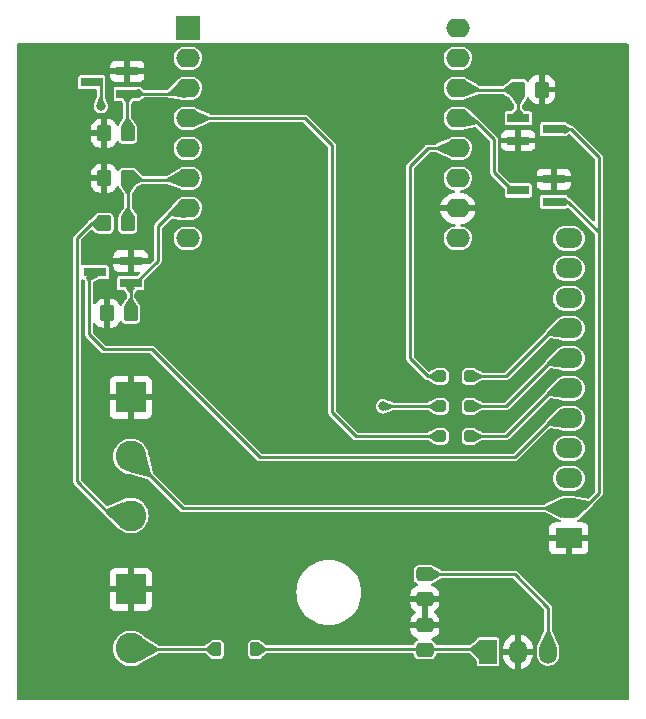
<source format=gtl>
%TF.GenerationSoftware,KiCad,Pcbnew,7.0.9*%
%TF.CreationDate,2023-11-08T11:29:51-08:00*%
%TF.ProjectId,RatGDO-OpenSource-D1Mini-ESP8266,52617447-444f-42d4-9f70-656e536f7572,2.5.0*%
%TF.SameCoordinates,Original*%
%TF.FileFunction,Copper,L1,Top*%
%TF.FilePolarity,Positive*%
%FSLAX46Y46*%
G04 Gerber Fmt 4.6, Leading zero omitted, Abs format (unit mm)*
G04 Created by KiCad (PCBNEW 7.0.9) date 2023-11-08 11:29:51*
%MOMM*%
%LPD*%
G01*
G04 APERTURE LIST*
G04 Aperture macros list*
%AMRoundRect*
0 Rectangle with rounded corners*
0 $1 Rounding radius*
0 $2 $3 $4 $5 $6 $7 $8 $9 X,Y pos of 4 corners*
0 Add a 4 corners polygon primitive as box body*
4,1,4,$2,$3,$4,$5,$6,$7,$8,$9,$2,$3,0*
0 Add four circle primitives for the rounded corners*
1,1,$1+$1,$2,$3*
1,1,$1+$1,$4,$5*
1,1,$1+$1,$6,$7*
1,1,$1+$1,$8,$9*
0 Add four rect primitives between the rounded corners*
20,1,$1+$1,$2,$3,$4,$5,0*
20,1,$1+$1,$4,$5,$6,$7,0*
20,1,$1+$1,$6,$7,$8,$9,0*
20,1,$1+$1,$8,$9,$2,$3,0*%
G04 Aperture macros list end*
%TA.AperFunction,ComponentPad*%
%ADD10R,1.500000X2.000000*%
%TD*%
%TA.AperFunction,ComponentPad*%
%ADD11O,1.500000X2.000000*%
%TD*%
%TA.AperFunction,ComponentPad*%
%ADD12R,2.300000X1.700000*%
%TD*%
%TA.AperFunction,ComponentPad*%
%ADD13O,2.300000X1.700000*%
%TD*%
%TA.AperFunction,SMDPad,CuDef*%
%ADD14RoundRect,0.225000X0.225000X0.375000X-0.225000X0.375000X-0.225000X-0.375000X0.225000X-0.375000X0*%
%TD*%
%TA.AperFunction,SMDPad,CuDef*%
%ADD15RoundRect,0.250000X-0.350000X-0.450000X0.350000X-0.450000X0.350000X0.450000X-0.350000X0.450000X0*%
%TD*%
%TA.AperFunction,SMDPad,CuDef*%
%ADD16R,1.900000X0.800000*%
%TD*%
%TA.AperFunction,SMDPad,CuDef*%
%ADD17RoundRect,0.250000X0.250000X0.250000X-0.250000X0.250000X-0.250000X-0.250000X0.250000X-0.250000X0*%
%TD*%
%TA.AperFunction,ComponentPad*%
%ADD18O,2.000000X1.600000*%
%TD*%
%TA.AperFunction,ComponentPad*%
%ADD19R,2.000000X2.000000*%
%TD*%
%TA.AperFunction,SMDPad,CuDef*%
%ADD20RoundRect,0.250000X0.475000X-0.337500X0.475000X0.337500X-0.475000X0.337500X-0.475000X-0.337500X0*%
%TD*%
%TA.AperFunction,SMDPad,CuDef*%
%ADD21RoundRect,0.250000X0.350000X0.450000X-0.350000X0.450000X-0.350000X-0.450000X0.350000X-0.450000X0*%
%TD*%
%TA.AperFunction,ComponentPad*%
%ADD22R,2.600000X2.600000*%
%TD*%
%TA.AperFunction,ComponentPad*%
%ADD23C,2.600000*%
%TD*%
%TA.AperFunction,SMDPad,CuDef*%
%ADD24RoundRect,0.250000X-0.475000X0.337500X-0.475000X-0.337500X0.475000X-0.337500X0.475000X0.337500X0*%
%TD*%
%TA.AperFunction,ViaPad*%
%ADD25C,0.800000*%
%TD*%
%TA.AperFunction,Conductor*%
%ADD26C,0.250000*%
%TD*%
G04 APERTURE END LIST*
D10*
%TO.P,U2,1,IN*%
%TO.N,Net-(D4-K)*%
X154954700Y-118803700D03*
D11*
%TO.P,U2,2,GND*%
%TO.N,GND*%
X157494700Y-118803700D03*
%TO.P,U2,3,OUT*%
%TO.N,+5V*%
X160034700Y-118803700D03*
%TD*%
D12*
%TO.P,J2,1,WHT/GND*%
%TO.N,GND*%
X161798000Y-109220000D03*
D13*
%TO.P,J2,2,RED/CTRL*%
%TO.N,RED{slash}CTRL*%
X161798000Y-106680000D03*
%TO.P,J2,3,BLK/OBST*%
%TO.N,BLK{slash}OBST*%
X161798000Y-104140000D03*
%TO.P,J2,4,STS_DOOR*%
%TO.N,STS_DOOR*%
X161798000Y-101600000D03*
%TO.P,J2,5,STS_OBST*%
%TO.N,STS_OBST*%
X161798000Y-99060000D03*
%TO.P,J2,6,DC_OPEN*%
%TO.N,DC_OPEN*%
X161798000Y-96520000D03*
%TO.P,J2,7,DC_CLOSE*%
%TO.N,DC_CLOSE*%
X161798000Y-93980000D03*
%TO.P,J2,8,DC_LIGHT*%
%TO.N,DC_LIGHT*%
X161798000Y-91440000D03*
%TO.P,J2,9,3V3*%
%TO.N,+3V3*%
X161798000Y-88900000D03*
%TO.P,J2,10,5V*%
%TO.N,+5V*%
X161798000Y-86360000D03*
%TO.P,J2,11,12V*%
%TO.N,+12V*%
X161798000Y-83820000D03*
%TD*%
D14*
%TO.P,D4,2,A*%
%TO.N,+12V*%
X131954000Y-118618000D03*
%TO.P,D4,1,K*%
%TO.N,Net-(D4-K)*%
X135254000Y-118618000D03*
%TD*%
D15*
%TO.P,R3,1*%
%TO.N,/ESP_TX*%
X157496000Y-71215222D03*
%TO.P,R3,2*%
%TO.N,GND*%
X159496000Y-71215222D03*
%TD*%
D16*
%TO.P,Q3,1,G*%
%TO.N,Net-(Q3-G)*%
X124412000Y-71562000D03*
%TO.P,Q3,2,S*%
%TO.N,GND*%
X124412000Y-69662000D03*
%TO.P,Q3,3,D*%
%TO.N,STS_DOOR*%
X121412000Y-70612000D03*
%TD*%
D17*
%TO.P,D1,1,K*%
%TO.N,DC_OPEN*%
X153416000Y-100584000D03*
%TO.P,D1,2,A*%
%TO.N,Net-(D1-A)*%
X150916000Y-100584000D03*
%TD*%
D18*
%TO.P,U1,16,TX*%
%TO.N,unconnected-(U1-TX-Pad16)*%
X152407500Y-66040000D03*
%TO.P,U1,15,RX*%
%TO.N,unconnected-(U1-RX-Pad15)*%
X152407500Y-68580000D03*
%TO.P,U1,14,SCL/D1*%
%TO.N,/ESP_TX*%
X152407500Y-71120000D03*
%TO.P,U1,13,SDA/D2*%
%TO.N,/ESP_RX*%
X152407500Y-73660000D03*
%TO.P,U1,12,D3*%
%TO.N,Net-(D3-A)*%
X152407500Y-76200000D03*
%TO.P,U1,11,D4*%
%TO.N,unconnected-(U1-D4-Pad11)*%
X152407500Y-78740000D03*
%TO.P,U1,10,GND*%
%TO.N,GND*%
X152407500Y-81280000D03*
%TO.P,U1,9,5V*%
%TO.N,+5V*%
X152407500Y-83820000D03*
%TO.P,U1,8,3V3*%
%TO.N,+3V3*%
X129547500Y-83820000D03*
%TO.P,U1,7,CS/D8*%
%TO.N,Net-(Q4-G)*%
X129547500Y-81280000D03*
%TO.P,U1,6,MOSI/D7*%
%TO.N,Net-(U1-MOSI{slash}D7)*%
X129547500Y-78740000D03*
%TO.P,U1,5,MISO/D6*%
%TO.N,Net-(D2-A)*%
X129547500Y-76200000D03*
%TO.P,U1,4,SCK/D5*%
%TO.N,Net-(D1-A)*%
X129547500Y-73660000D03*
%TO.P,U1,3,D0*%
%TO.N,Net-(Q3-G)*%
X129547500Y-71120000D03*
%TO.P,U1,2,A0*%
%TO.N,unconnected-(U1-A0-Pad2)*%
X129547500Y-68580000D03*
D19*
%TO.P,U1,1,~{RST}*%
%TO.N,unconnected-(U1-~{RST}-Pad1)*%
X129547500Y-66040000D03*
%TD*%
D20*
%TO.P,C1,2*%
%TO.N,GND*%
X149606000Y-116586000D03*
%TO.P,C1,1*%
%TO.N,Net-(D4-K)*%
X149606000Y-118661000D03*
%TD*%
D16*
%TO.P,Q4,1,G*%
%TO.N,Net-(Q4-G)*%
X124690000Y-87630000D03*
%TO.P,Q4,2,S*%
%TO.N,GND*%
X124690000Y-85730000D03*
%TO.P,Q4,3,D*%
%TO.N,STS_OBST*%
X121690000Y-86680000D03*
%TD*%
D17*
%TO.P,D2,1,K*%
%TO.N,DC_CLOSE*%
X153416000Y-98044000D03*
%TO.P,D2,2,A*%
%TO.N,Net-(D2-A)*%
X150916000Y-98044000D03*
%TD*%
D16*
%TO.P,Q2,1,G*%
%TO.N,/ESP_TX*%
X157509257Y-73632843D03*
%TO.P,Q2,2,S*%
%TO.N,GND*%
X157509257Y-75532843D03*
%TO.P,Q2,3,D*%
%TO.N,RED{slash}CTRL*%
X160509257Y-74582843D03*
%TD*%
D17*
%TO.P,D3,1,K*%
%TO.N,DC_LIGHT*%
X153416000Y-95504000D03*
%TO.P,D3,2,A*%
%TO.N,Net-(D3-A)*%
X150916000Y-95504000D03*
%TD*%
D21*
%TO.P,R5,1*%
%TO.N,Net-(Q4-G)*%
X124714000Y-90170000D03*
%TO.P,R5,2*%
%TO.N,GND*%
X122714000Y-90170000D03*
%TD*%
D16*
%TO.P,Q1,1,G*%
%TO.N,RED{slash}CTRL*%
X160509257Y-80709515D03*
%TO.P,Q1,2,S*%
%TO.N,GND*%
X160509257Y-78809515D03*
%TO.P,Q1,3,D*%
%TO.N,/ESP_RX*%
X157509257Y-79759515D03*
%TD*%
D22*
%TO.P,J1,1,WHT/GND*%
%TO.N,GND*%
X124714000Y-97282000D03*
D23*
%TO.P,J1,2,RED/CTRL*%
%TO.N,RED{slash}CTRL*%
X124714000Y-102282000D03*
%TO.P,J1,3,BLK/OBST*%
%TO.N,BLK{slash}OBST*%
X124714000Y-107282000D03*
%TD*%
D21*
%TO.P,R4,1*%
%TO.N,Net-(Q3-G)*%
X124460000Y-74931000D03*
%TO.P,R4,2*%
%TO.N,GND*%
X122460000Y-74931000D03*
%TD*%
%TO.P,R2,1*%
%TO.N,Net-(U1-MOSI{slash}D7)*%
X124460000Y-78741000D03*
%TO.P,R2,2*%
%TO.N,GND*%
X122460000Y-78741000D03*
%TD*%
D24*
%TO.P,C2,2*%
%TO.N,GND*%
X149606000Y-114343000D03*
%TO.P,C2,1*%
%TO.N,+5V*%
X149606000Y-112268000D03*
%TD*%
D15*
%TO.P,R1,1*%
%TO.N,BLK{slash}OBST*%
X122460000Y-82551000D03*
%TO.P,R1,2*%
%TO.N,Net-(U1-MOSI{slash}D7)*%
X124460000Y-82551000D03*
%TD*%
D22*
%TO.P,J3,1,GND*%
%TO.N,GND*%
X124714000Y-113538000D03*
D23*
%TO.P,J3,2,12V*%
%TO.N,+12V*%
X124714000Y-118538000D03*
%TD*%
D25*
%TO.N,Net-(D2-A)*%
X146050000Y-98044000D03*
%TO.N,STS_DOOR*%
X122174000Y-72644000D03*
%TD*%
D26*
%TO.N,RED{slash}CTRL*%
X164338000Y-105410000D02*
X163068000Y-106680000D01*
X164338000Y-83312000D02*
X164338000Y-105410000D01*
X163068000Y-106680000D02*
X161798000Y-106680000D01*
X161735515Y-80709515D02*
X164338000Y-83312000D01*
X159946757Y-80709515D02*
X161735515Y-80709515D01*
X161958843Y-74582843D02*
X164338000Y-76962000D01*
X164338000Y-76962000D02*
X164338000Y-83312000D01*
X159946757Y-74582843D02*
X161958843Y-74582843D01*
%TO.N,STS_OBST*%
X126492000Y-93218000D02*
X135636000Y-102362000D01*
X121158000Y-91948000D02*
X122428000Y-93218000D01*
X122428000Y-93218000D02*
X126492000Y-93218000D01*
X157226000Y-102362000D02*
X160528000Y-99060000D01*
X121158000Y-87122000D02*
X121158000Y-91948000D01*
X135636000Y-102362000D02*
X157226000Y-102362000D01*
X160528000Y-99060000D02*
X161798000Y-99060000D01*
X121600000Y-86680000D02*
X121158000Y-87122000D01*
%TO.N,+5V*%
X160034700Y-115076700D02*
X160034700Y-119333900D01*
X157226000Y-112268000D02*
X160034700Y-115076700D01*
X149606000Y-112268000D02*
X157226000Y-112268000D01*
%TO.N,Net-(D4-K)*%
X135278600Y-118593400D02*
X154954700Y-118593400D01*
%TO.N,Net-(U1-MOSI{slash}D7)*%
X124460000Y-78741000D02*
X124460000Y-82551000D01*
%TO.N,/ESP_TX*%
X157496000Y-71215222D02*
X157496000Y-73619586D01*
%TO.N,Net-(Q3-G)*%
X124412000Y-71562000D02*
X124412000Y-74882000D01*
%TO.N,Net-(Q4-G)*%
X124690000Y-87630000D02*
X124690000Y-90146000D01*
%TO.N,Net-(D3-A)*%
X148336000Y-77724000D02*
X149860000Y-76200000D01*
X148336000Y-93980000D02*
X148336000Y-77724000D01*
X149860000Y-76200000D02*
X152407500Y-76200000D01*
X149860000Y-95504000D02*
X148336000Y-93980000D01*
X150916000Y-95504000D02*
X149860000Y-95504000D01*
%TO.N,Net-(D1-A)*%
X139446000Y-73660000D02*
X129547500Y-73660000D01*
X141732000Y-98552000D02*
X141732000Y-75946000D01*
X143764000Y-100584000D02*
X141732000Y-98552000D01*
X150916000Y-100584000D02*
X143764000Y-100584000D01*
X141732000Y-75946000D02*
X139446000Y-73660000D01*
%TO.N,+12V*%
X124794000Y-118618000D02*
X131700000Y-118618000D01*
%TO.N,Net-(D2-A)*%
X146050000Y-98044000D02*
X150916000Y-98044000D01*
%TO.N,DC_OPEN*%
X160528000Y-96520000D02*
X161798000Y-96520000D01*
X156464000Y-100584000D02*
X160528000Y-96520000D01*
X153416000Y-100584000D02*
X156464000Y-100584000D01*
%TO.N,DC_CLOSE*%
X160528000Y-93980000D02*
X161798000Y-93980000D01*
X156464000Y-98044000D02*
X160528000Y-93980000D01*
X153416000Y-98044000D02*
X156464000Y-98044000D01*
%TO.N,DC_LIGHT*%
X160528000Y-91440000D02*
X161798000Y-91440000D01*
X156464000Y-95504000D02*
X160528000Y-91440000D01*
X153416000Y-95504000D02*
X156464000Y-95504000D01*
%TO.N,RED{slash}CTRL*%
X129112000Y-106680000D02*
X124714000Y-102282000D01*
X161798000Y-106680000D02*
X129112000Y-106680000D01*
%TO.N,/ESP_RX*%
X155448000Y-78232000D02*
X156975515Y-79759515D01*
X153924000Y-73914000D02*
X155448000Y-75438000D01*
X155448000Y-75438000D02*
X155448000Y-78232000D01*
X152439315Y-73914000D02*
X153924000Y-73914000D01*
%TO.N,/ESP_TX*%
X152407500Y-71240000D02*
X157701395Y-71240000D01*
%TO.N,Net-(U1-MOSI{slash}D7)*%
X124222500Y-78860000D02*
X129547500Y-78860000D01*
%TO.N,BLK{slash}OBST*%
X121412000Y-82550000D02*
X120142000Y-83820000D01*
X120142000Y-104394000D02*
X123030000Y-107282000D01*
X120142000Y-83820000D02*
X120142000Y-104394000D01*
X122277500Y-82550000D02*
X121412000Y-82550000D01*
X123030000Y-107282000D02*
X123792000Y-107282000D01*
%TO.N,STS_DOOR*%
X122174000Y-72644000D02*
X122174000Y-70883500D01*
%TO.N,Net-(Q3-G)*%
X124127500Y-71562000D02*
X129105500Y-71562000D01*
X129032500Y-71755000D02*
X129547500Y-71240000D01*
%TO.N,Net-(Q4-G)*%
X127000000Y-85725000D02*
X125095000Y-87630000D01*
X128524000Y-81280000D02*
X127000000Y-82804000D01*
X129547500Y-81280000D02*
X128524000Y-81280000D01*
X127000000Y-82804000D02*
X127000000Y-85725000D01*
%TD*%
%TA.AperFunction,Conductor*%
%TO.N,GND*%
G36*
X166820539Y-67329685D02*
G01*
X166866294Y-67382489D01*
X166877500Y-67434000D01*
X166877500Y-122811500D01*
X166857815Y-122878539D01*
X166805011Y-122924294D01*
X166753500Y-122935500D01*
X115186500Y-122935500D01*
X115119461Y-122915815D01*
X115073706Y-122863011D01*
X115062500Y-122811500D01*
X115062500Y-118538005D01*
X123208357Y-118538005D01*
X123228890Y-118785812D01*
X123228892Y-118785824D01*
X123289936Y-119026881D01*
X123389826Y-119254606D01*
X123525833Y-119462782D01*
X123525836Y-119462785D01*
X123694256Y-119645738D01*
X123890491Y-119798474D01*
X124109190Y-119916828D01*
X124344386Y-119997571D01*
X124589665Y-120038500D01*
X124838335Y-120038500D01*
X125083614Y-119997571D01*
X125318810Y-119916828D01*
X125537509Y-119798474D01*
X125655207Y-119706865D01*
X125672311Y-119695687D01*
X126859437Y-119052769D01*
X127033568Y-118958464D01*
X127092619Y-118943500D01*
X130943098Y-118943500D01*
X131010137Y-118963185D01*
X131014135Y-118965865D01*
X131335885Y-119190784D01*
X131375323Y-119236114D01*
X131380470Y-119246216D01*
X131380473Y-119246221D01*
X131380476Y-119246225D01*
X131475774Y-119341523D01*
X131475778Y-119341526D01*
X131475780Y-119341528D01*
X131595874Y-119402719D01*
X131595876Y-119402719D01*
X131595878Y-119402720D01*
X131695507Y-119418500D01*
X131695512Y-119418500D01*
X132212493Y-119418500D01*
X132312121Y-119402720D01*
X132312121Y-119402719D01*
X132312126Y-119402719D01*
X132432220Y-119341528D01*
X132527528Y-119246220D01*
X132588719Y-119126126D01*
X132595518Y-119083199D01*
X132604500Y-119026493D01*
X134603500Y-119026493D01*
X134619279Y-119126121D01*
X134619280Y-119126124D01*
X134619281Y-119126126D01*
X134680470Y-119246216D01*
X134680473Y-119246221D01*
X134680476Y-119246225D01*
X134775774Y-119341523D01*
X134775778Y-119341526D01*
X134775780Y-119341528D01*
X134895874Y-119402719D01*
X134895876Y-119402719D01*
X134895878Y-119402720D01*
X134995507Y-119418500D01*
X134995512Y-119418500D01*
X135512493Y-119418500D01*
X135612121Y-119402720D01*
X135612121Y-119402719D01*
X135612126Y-119402719D01*
X135732220Y-119341528D01*
X135827528Y-119246220D01*
X135842445Y-119216941D01*
X135879800Y-119173095D01*
X136195221Y-118942759D01*
X136260970Y-118919120D01*
X136268349Y-118918900D01*
X148556500Y-118918900D01*
X148623539Y-118938585D01*
X148669294Y-118991389D01*
X148680500Y-119042900D01*
X148680500Y-119052769D01*
X148683353Y-119083199D01*
X148683353Y-119083201D01*
X148728206Y-119211380D01*
X148728207Y-119211382D01*
X148808850Y-119320650D01*
X148918118Y-119401293D01*
X148960845Y-119416244D01*
X149046299Y-119446146D01*
X149076730Y-119449000D01*
X149076734Y-119449000D01*
X150135270Y-119449000D01*
X150165699Y-119446146D01*
X150165701Y-119446146D01*
X150244707Y-119418500D01*
X150293882Y-119401293D01*
X150403150Y-119320650D01*
X150483793Y-119211382D01*
X150522100Y-119101907D01*
X150528646Y-119083201D01*
X150528646Y-119083199D01*
X150531500Y-119052769D01*
X150531500Y-119042900D01*
X150551185Y-118975861D01*
X150603989Y-118930106D01*
X150655500Y-118918900D01*
X153314762Y-118918900D01*
X153381801Y-118938585D01*
X153401696Y-118954478D01*
X153967136Y-119510421D01*
X154001139Y-119571458D01*
X154004200Y-119598841D01*
X154004200Y-119823452D01*
X154015831Y-119881929D01*
X154015832Y-119881930D01*
X154060147Y-119948252D01*
X154126469Y-119992567D01*
X154126470Y-119992568D01*
X154184947Y-120004199D01*
X154184950Y-120004200D01*
X154184952Y-120004200D01*
X155724450Y-120004200D01*
X155724451Y-120004199D01*
X155739268Y-120001252D01*
X155782929Y-119992568D01*
X155782929Y-119992567D01*
X155782931Y-119992567D01*
X155849252Y-119948252D01*
X155893567Y-119881931D01*
X155893567Y-119881929D01*
X155893568Y-119881929D01*
X155905199Y-119823452D01*
X155905200Y-119823450D01*
X155905200Y-119109829D01*
X156244700Y-119109829D01*
X156259816Y-119277796D01*
X156259817Y-119277802D01*
X156319673Y-119494684D01*
X156319678Y-119494697D01*
X156417298Y-119697408D01*
X156417302Y-119697416D01*
X156549551Y-119879441D01*
X156549557Y-119879449D01*
X156712186Y-120034937D01*
X156899966Y-120158891D01*
X157106869Y-120247324D01*
X157106878Y-120247327D01*
X157244699Y-120278784D01*
X157244700Y-120278784D01*
X157244700Y-119239201D01*
X157352385Y-119288380D01*
X157458937Y-119303700D01*
X157530463Y-119303700D01*
X157637015Y-119288380D01*
X157744700Y-119239201D01*
X157744700Y-120281249D01*
X157773967Y-120277286D01*
X157773973Y-120277285D01*
X157987968Y-120207754D01*
X158186101Y-120101134D01*
X158186104Y-120101132D01*
X158362020Y-119960845D01*
X158510052Y-119791407D01*
X158510059Y-119791399D01*
X158625459Y-119598253D01*
X158625461Y-119598248D01*
X158704524Y-119387589D01*
X158704524Y-119387588D01*
X158744700Y-119166205D01*
X158744700Y-119053700D01*
X157928386Y-119053700D01*
X157954193Y-119013544D01*
X157994700Y-118875589D01*
X157994700Y-118731811D01*
X157954193Y-118593856D01*
X157928386Y-118553700D01*
X158744700Y-118553700D01*
X158744700Y-118497574D01*
X158744699Y-118497570D01*
X158729583Y-118329603D01*
X158729582Y-118329597D01*
X158669726Y-118112715D01*
X158669721Y-118112702D01*
X158572101Y-117909991D01*
X158572097Y-117909983D01*
X158439848Y-117727958D01*
X158439842Y-117727950D01*
X158277213Y-117572462D01*
X158089433Y-117448508D01*
X157882530Y-117360075D01*
X157882523Y-117360073D01*
X157744700Y-117328615D01*
X157744700Y-118368198D01*
X157637015Y-118319020D01*
X157530463Y-118303700D01*
X157458937Y-118303700D01*
X157352385Y-118319020D01*
X157244700Y-118368198D01*
X157244700Y-117326149D01*
X157244699Y-117326149D01*
X157215421Y-117330115D01*
X157001431Y-117399645D01*
X156803298Y-117506265D01*
X156803295Y-117506267D01*
X156627379Y-117646554D01*
X156479347Y-117815992D01*
X156479340Y-117816000D01*
X156363940Y-118009146D01*
X156363938Y-118009151D01*
X156284875Y-118219810D01*
X156284875Y-118219811D01*
X156244700Y-118441194D01*
X156244700Y-118553700D01*
X157061014Y-118553700D01*
X157035207Y-118593856D01*
X156994700Y-118731811D01*
X156994700Y-118875589D01*
X157035207Y-119013544D01*
X157061014Y-119053700D01*
X156244700Y-119053700D01*
X156244700Y-119109829D01*
X155905200Y-119109829D01*
X155905200Y-117783949D01*
X155905199Y-117783947D01*
X155893568Y-117725470D01*
X155893567Y-117725469D01*
X155849252Y-117659147D01*
X155782930Y-117614832D01*
X155782929Y-117614831D01*
X155724452Y-117603200D01*
X155724448Y-117603200D01*
X154184952Y-117603200D01*
X154184947Y-117603200D01*
X154126470Y-117614831D01*
X154126469Y-117614832D01*
X154060147Y-117659147D01*
X154015832Y-117725469D01*
X154015831Y-117725470D01*
X154003027Y-117789842D01*
X153970641Y-117851753D01*
X153952723Y-117867092D01*
X153414670Y-118245342D01*
X153348506Y-118267793D01*
X153343357Y-118267900D01*
X150626811Y-118267900D01*
X150559772Y-118248215D01*
X150514017Y-118195411D01*
X150509770Y-118184855D01*
X150495162Y-118143109D01*
X150483793Y-118110618D01*
X150403150Y-118001350D01*
X150293882Y-117920707D01*
X150293880Y-117920706D01*
X150229967Y-117898342D01*
X150173191Y-117857620D01*
X150147444Y-117792668D01*
X150160901Y-117724106D01*
X150209288Y-117673703D01*
X150231918Y-117663595D01*
X150400119Y-117607858D01*
X150400124Y-117607856D01*
X150549345Y-117515815D01*
X150673315Y-117391845D01*
X150765356Y-117242624D01*
X150765358Y-117242619D01*
X150820505Y-117076197D01*
X150820506Y-117076190D01*
X150830999Y-116973486D01*
X150831000Y-116973473D01*
X150831000Y-116836000D01*
X148381001Y-116836000D01*
X148381001Y-116973486D01*
X148391494Y-117076197D01*
X148446641Y-117242619D01*
X148446643Y-117242624D01*
X148538684Y-117391845D01*
X148662654Y-117515815D01*
X148811875Y-117607856D01*
X148811882Y-117607859D01*
X148980081Y-117663594D01*
X149037526Y-117703366D01*
X149064350Y-117767882D01*
X149052035Y-117836658D01*
X149004493Y-117887858D01*
X148982035Y-117898341D01*
X148940422Y-117912902D01*
X148918118Y-117920707D01*
X148918117Y-117920707D01*
X148918116Y-117920708D01*
X148808850Y-118001350D01*
X148728207Y-118110617D01*
X148728206Y-118110619D01*
X148702230Y-118184855D01*
X148661508Y-118241631D01*
X148596555Y-118267378D01*
X148585189Y-118267900D01*
X136261407Y-118267900D01*
X136194368Y-118248215D01*
X136192535Y-118247015D01*
X135864829Y-118028136D01*
X135835978Y-117995709D01*
X135833268Y-117997679D01*
X135827532Y-117989785D01*
X135827529Y-117989782D01*
X135827528Y-117989780D01*
X135732220Y-117894472D01*
X135612126Y-117833281D01*
X135612124Y-117833280D01*
X135612121Y-117833279D01*
X135512493Y-117817500D01*
X135512488Y-117817500D01*
X134995512Y-117817500D01*
X134995507Y-117817500D01*
X134895878Y-117833279D01*
X134775778Y-117894473D01*
X134775774Y-117894476D01*
X134680476Y-117989774D01*
X134680473Y-117989778D01*
X134619279Y-118109878D01*
X134603500Y-118209506D01*
X134603500Y-119026493D01*
X132604500Y-119026493D01*
X132604500Y-118209506D01*
X132588720Y-118109878D01*
X132588719Y-118109876D01*
X132588719Y-118109874D01*
X132527528Y-117989780D01*
X132527526Y-117989778D01*
X132527523Y-117989774D01*
X132432225Y-117894476D01*
X132432221Y-117894473D01*
X132432220Y-117894472D01*
X132312126Y-117833281D01*
X132312124Y-117833280D01*
X132312121Y-117833279D01*
X132212493Y-117817500D01*
X132212488Y-117817500D01*
X131695512Y-117817500D01*
X131695507Y-117817500D01*
X131595878Y-117833279D01*
X131475778Y-117894473D01*
X131380470Y-117989782D01*
X131375322Y-117999885D01*
X131335886Y-118045213D01*
X131121027Y-118195411D01*
X131018078Y-118267378D01*
X131014141Y-118270130D01*
X130947917Y-118292406D01*
X130943096Y-118292500D01*
X127103899Y-118292500D01*
X127037199Y-118273033D01*
X125772013Y-117465739D01*
X125747489Y-117445194D01*
X125733744Y-117430262D01*
X125537509Y-117277526D01*
X125537507Y-117277525D01*
X125537506Y-117277524D01*
X125318811Y-117159172D01*
X125318802Y-117159169D01*
X125083616Y-117078429D01*
X124838335Y-117037500D01*
X124589665Y-117037500D01*
X124344383Y-117078429D01*
X124109197Y-117159169D01*
X124109188Y-117159172D01*
X123890493Y-117277524D01*
X123694257Y-117430261D01*
X123525833Y-117613217D01*
X123389826Y-117821393D01*
X123289936Y-118049118D01*
X123228892Y-118290175D01*
X123228890Y-118290187D01*
X123208357Y-118537994D01*
X123208357Y-118538005D01*
X115062500Y-118538005D01*
X115062500Y-114885844D01*
X122914000Y-114885844D01*
X122920401Y-114945372D01*
X122920403Y-114945379D01*
X122970645Y-115080086D01*
X122970649Y-115080093D01*
X123056809Y-115195187D01*
X123056812Y-115195190D01*
X123171906Y-115281350D01*
X123171913Y-115281354D01*
X123306620Y-115331596D01*
X123306627Y-115331598D01*
X123366155Y-115337999D01*
X123366172Y-115338000D01*
X124464000Y-115338000D01*
X124464000Y-114142310D01*
X124472817Y-114147158D01*
X124631886Y-114188000D01*
X124754894Y-114188000D01*
X124876933Y-114172583D01*
X124964000Y-114138110D01*
X124964000Y-115338000D01*
X126061828Y-115338000D01*
X126061844Y-115337999D01*
X126121372Y-115331598D01*
X126121379Y-115331596D01*
X126256086Y-115281354D01*
X126256093Y-115281350D01*
X126371187Y-115195190D01*
X126371190Y-115195187D01*
X126457350Y-115080093D01*
X126457354Y-115080086D01*
X126507596Y-114945379D01*
X126507598Y-114945372D01*
X126513999Y-114885844D01*
X126514000Y-114885827D01*
X126514000Y-113792000D01*
X138722473Y-113792000D01*
X138742563Y-114124136D01*
X138742563Y-114124141D01*
X138742564Y-114124142D01*
X138802544Y-114451441D01*
X138802545Y-114451445D01*
X138802546Y-114451449D01*
X138901530Y-114769104D01*
X138901534Y-114769116D01*
X138901537Y-114769123D01*
X139038102Y-115072557D01*
X139194697Y-115331596D01*
X139210251Y-115357326D01*
X139415460Y-115619255D01*
X139650744Y-115854539D01*
X139912673Y-116059748D01*
X139912678Y-116059751D01*
X139912682Y-116059754D01*
X140197443Y-116231898D01*
X140500877Y-116368463D01*
X140500890Y-116368467D01*
X140500895Y-116368469D01*
X140712665Y-116434458D01*
X140818559Y-116467456D01*
X141145858Y-116527436D01*
X141323740Y-116538196D01*
X141394892Y-116542500D01*
X141394894Y-116542500D01*
X141561108Y-116542500D01*
X141623365Y-116538734D01*
X141810142Y-116527436D01*
X142137441Y-116467456D01*
X142455123Y-116368463D01*
X142527253Y-116336000D01*
X148381000Y-116336000D01*
X149356000Y-116336000D01*
X149356000Y-114593000D01*
X149856000Y-114593000D01*
X149856000Y-116336000D01*
X150830999Y-116336000D01*
X150830999Y-116198528D01*
X150830998Y-116198513D01*
X150820505Y-116095802D01*
X150765358Y-115929380D01*
X150765356Y-115929375D01*
X150673315Y-115780154D01*
X150549345Y-115656184D01*
X150409681Y-115570039D01*
X150362957Y-115518091D01*
X150351734Y-115449128D01*
X150379578Y-115385046D01*
X150409681Y-115358961D01*
X150549345Y-115272815D01*
X150673315Y-115148845D01*
X150765356Y-114999624D01*
X150765358Y-114999619D01*
X150820505Y-114833197D01*
X150820506Y-114833190D01*
X150830999Y-114730486D01*
X150831000Y-114730473D01*
X150831000Y-114593000D01*
X149856000Y-114593000D01*
X149356000Y-114593000D01*
X148381001Y-114593000D01*
X148381001Y-114730486D01*
X148391494Y-114833197D01*
X148446641Y-114999619D01*
X148446643Y-114999624D01*
X148538684Y-115148845D01*
X148662654Y-115272815D01*
X148802318Y-115358961D01*
X148849042Y-115410909D01*
X148860265Y-115479872D01*
X148832421Y-115543954D01*
X148802318Y-115570039D01*
X148662654Y-115656184D01*
X148538684Y-115780154D01*
X148446643Y-115929375D01*
X148446641Y-115929380D01*
X148391494Y-116095802D01*
X148391493Y-116095809D01*
X148381000Y-116198513D01*
X148381000Y-116336000D01*
X142527253Y-116336000D01*
X142758557Y-116231898D01*
X143043318Y-116059754D01*
X143305252Y-115854542D01*
X143540542Y-115619252D01*
X143745754Y-115357318D01*
X143917898Y-115072557D01*
X144054463Y-114769123D01*
X144153456Y-114451441D01*
X144213436Y-114124142D01*
X144215320Y-114093000D01*
X148381000Y-114093000D01*
X150830999Y-114093000D01*
X150830999Y-113955528D01*
X150830998Y-113955513D01*
X150820505Y-113852802D01*
X150765358Y-113686380D01*
X150765356Y-113686375D01*
X150673315Y-113537154D01*
X150549345Y-113413184D01*
X150400124Y-113321143D01*
X150400119Y-113321141D01*
X150231918Y-113265405D01*
X150174473Y-113225632D01*
X150147650Y-113161117D01*
X150159965Y-113092341D01*
X150207508Y-113041141D01*
X150229964Y-113030658D01*
X150293882Y-113008293D01*
X150309096Y-112997063D01*
X150314079Y-112993745D01*
X150872755Y-112659766D01*
X150954217Y-112611068D01*
X151017843Y-112593500D01*
X157039812Y-112593500D01*
X157106851Y-112613185D01*
X157127493Y-112629819D01*
X159672881Y-115175207D01*
X159706366Y-115236530D01*
X159709200Y-115262888D01*
X159709200Y-116969704D01*
X159697501Y-117022282D01*
X159159642Y-118171081D01*
X159148366Y-118207918D01*
X159146059Y-118214215D01*
X159143658Y-118219811D01*
X159123113Y-118267686D01*
X159084200Y-118457043D01*
X159084200Y-119101907D01*
X159098854Y-119246022D01*
X159156722Y-119430459D01*
X159156729Y-119430474D01*
X159250539Y-119599488D01*
X159250542Y-119599493D01*
X159376458Y-119746166D01*
X159376459Y-119746168D01*
X159529324Y-119864494D01*
X159529327Y-119864496D01*
X159702884Y-119949630D01*
X159702888Y-119949631D01*
X159702886Y-119949631D01*
X159890017Y-119998083D01*
X159890020Y-119998083D01*
X159890026Y-119998085D01*
X160083090Y-120007876D01*
X160274174Y-119978603D01*
X160455453Y-119911464D01*
X160619507Y-119809209D01*
X160759619Y-119676023D01*
X160870053Y-119517358D01*
X160946287Y-119339712D01*
X160985200Y-119150356D01*
X160985200Y-118505494D01*
X160970545Y-118361379D01*
X160912674Y-118176932D01*
X160912572Y-118176749D01*
X160910626Y-118172941D01*
X160909757Y-118171085D01*
X160909757Y-118171083D01*
X160475061Y-117242624D01*
X160371899Y-117022282D01*
X160360200Y-116969704D01*
X160360200Y-115093620D01*
X160360436Y-115088213D01*
X160361147Y-115080093D01*
X160363964Y-115047893D01*
X160353482Y-115008776D01*
X160352316Y-115003518D01*
X160345288Y-114963655D01*
X160345286Y-114963652D01*
X160345286Y-114963650D01*
X160343460Y-114958633D01*
X160336520Y-114941876D01*
X160334254Y-114937019D01*
X160334254Y-114937016D01*
X160311039Y-114903862D01*
X160308133Y-114899299D01*
X160287896Y-114864248D01*
X160287895Y-114864247D01*
X160287894Y-114864245D01*
X160256877Y-114838218D01*
X160252893Y-114834567D01*
X158878184Y-113459858D01*
X157468119Y-112049793D01*
X157464474Y-112045814D01*
X157438456Y-112014807D01*
X157438455Y-112014806D01*
X157427058Y-112008226D01*
X157403392Y-111994561D01*
X157398831Y-111991655D01*
X157385687Y-111982452D01*
X157365684Y-111968446D01*
X157365681Y-111968445D01*
X157360861Y-111966197D01*
X157344055Y-111959235D01*
X157339043Y-111957411D01*
X157299190Y-111950383D01*
X157293910Y-111949212D01*
X157254808Y-111938735D01*
X157219892Y-111941790D01*
X157214481Y-111942264D01*
X157209078Y-111942500D01*
X151017844Y-111942500D01*
X150954218Y-111924932D01*
X150314097Y-111542264D01*
X150309090Y-111538931D01*
X150293880Y-111527705D01*
X150272958Y-111520384D01*
X150269019Y-111518853D01*
X150239460Y-111506187D01*
X150239455Y-111506185D01*
X150233495Y-111504530D01*
X150232872Y-111504427D01*
X150231875Y-111504171D01*
X150230278Y-111503818D01*
X150230289Y-111503765D01*
X150212273Y-111499151D01*
X150178347Y-111487279D01*
X150165697Y-111482853D01*
X150135270Y-111480000D01*
X150135266Y-111480000D01*
X149076734Y-111480000D01*
X149076730Y-111480000D01*
X149046300Y-111482853D01*
X149046298Y-111482853D01*
X148918119Y-111527706D01*
X148918117Y-111527707D01*
X148808850Y-111608350D01*
X148728207Y-111717617D01*
X148728206Y-111717619D01*
X148683353Y-111845798D01*
X148683353Y-111845800D01*
X148680500Y-111876230D01*
X148680500Y-112659769D01*
X148683353Y-112690199D01*
X148683353Y-112690201D01*
X148726987Y-112814895D01*
X148728207Y-112818382D01*
X148808850Y-112927650D01*
X148918118Y-113008293D01*
X148982033Y-113030658D01*
X149038807Y-113071378D01*
X149064555Y-113136330D01*
X149051099Y-113204892D01*
X149002712Y-113255295D01*
X148980082Y-113265404D01*
X148811878Y-113321142D01*
X148811875Y-113321143D01*
X148662654Y-113413184D01*
X148538684Y-113537154D01*
X148446643Y-113686375D01*
X148446641Y-113686380D01*
X148391494Y-113852802D01*
X148391493Y-113852809D01*
X148381000Y-113955513D01*
X148381000Y-114093000D01*
X144215320Y-114093000D01*
X144233527Y-113792000D01*
X144213436Y-113459858D01*
X144153456Y-113132559D01*
X144077249Y-112888000D01*
X144054469Y-112814895D01*
X144054467Y-112814890D01*
X144054463Y-112814877D01*
X143917898Y-112511443D01*
X143745754Y-112226682D01*
X143745751Y-112226678D01*
X143745748Y-112226673D01*
X143540539Y-111964744D01*
X143305255Y-111729460D01*
X143043326Y-111524251D01*
X143034397Y-111518853D01*
X142758557Y-111352102D01*
X142455123Y-111215537D01*
X142455116Y-111215534D01*
X142455104Y-111215530D01*
X142137449Y-111116546D01*
X142137445Y-111116545D01*
X142137441Y-111116544D01*
X141810142Y-111056564D01*
X141810141Y-111056563D01*
X141810136Y-111056563D01*
X141561108Y-111041500D01*
X141561106Y-111041500D01*
X141394894Y-111041500D01*
X141394892Y-111041500D01*
X141145863Y-111056563D01*
X141145858Y-111056564D01*
X140818559Y-111116544D01*
X140818556Y-111116544D01*
X140818550Y-111116546D01*
X140500895Y-111215530D01*
X140500879Y-111215536D01*
X140500877Y-111215537D01*
X140307656Y-111302498D01*
X140197447Y-111352100D01*
X140197445Y-111352101D01*
X139912673Y-111524251D01*
X139650744Y-111729460D01*
X139415460Y-111964744D01*
X139210251Y-112226673D01*
X139038101Y-112511445D01*
X139038100Y-112511447D01*
X138901536Y-112814880D01*
X138901530Y-112814895D01*
X138802546Y-113132550D01*
X138802544Y-113132556D01*
X138802544Y-113132559D01*
X138785488Y-113225632D01*
X138742563Y-113459863D01*
X138722473Y-113792000D01*
X126514000Y-113792000D01*
X126514000Y-113788000D01*
X125314728Y-113788000D01*
X125337100Y-113740457D01*
X125367873Y-113579138D01*
X125357561Y-113415234D01*
X125316220Y-113288000D01*
X126514000Y-113288000D01*
X126514000Y-112190172D01*
X126513999Y-112190155D01*
X126507598Y-112130627D01*
X126507596Y-112130620D01*
X126457354Y-111995913D01*
X126457350Y-111995906D01*
X126371190Y-111880812D01*
X126371187Y-111880809D01*
X126256093Y-111794649D01*
X126256086Y-111794645D01*
X126121379Y-111744403D01*
X126121372Y-111744401D01*
X126061844Y-111738000D01*
X124964000Y-111738000D01*
X124964000Y-112933689D01*
X124955183Y-112928842D01*
X124796114Y-112888000D01*
X124673106Y-112888000D01*
X124551067Y-112903417D01*
X124464000Y-112937889D01*
X124464000Y-111738000D01*
X123366155Y-111738000D01*
X123306627Y-111744401D01*
X123306620Y-111744403D01*
X123171913Y-111794645D01*
X123171906Y-111794649D01*
X123056812Y-111880809D01*
X123056809Y-111880812D01*
X122970649Y-111995906D01*
X122970645Y-111995913D01*
X122920403Y-112130620D01*
X122920401Y-112130627D01*
X122914000Y-112190155D01*
X122914000Y-113288000D01*
X124113272Y-113288000D01*
X124090900Y-113335543D01*
X124060127Y-113496862D01*
X124070439Y-113660766D01*
X124111780Y-113788000D01*
X122914000Y-113788000D01*
X122914000Y-114885844D01*
X115062500Y-114885844D01*
X115062500Y-104422808D01*
X119812735Y-104422808D01*
X119823212Y-104461910D01*
X119824383Y-104467190D01*
X119831411Y-104507043D01*
X119833235Y-104512055D01*
X119840197Y-104528861D01*
X119842445Y-104533681D01*
X119842446Y-104533684D01*
X119856452Y-104553687D01*
X119865655Y-104566831D01*
X119868561Y-104571392D01*
X119888806Y-104606455D01*
X119919815Y-104632475D01*
X119923805Y-104636131D01*
X122348547Y-107060873D01*
X122362836Y-107077998D01*
X122371650Y-107090736D01*
X122582723Y-107295049D01*
X122787873Y-107500199D01*
X122791518Y-107504177D01*
X122813039Y-107529824D01*
X122817545Y-107535194D01*
X122837172Y-107546525D01*
X122861418Y-107564818D01*
X123534453Y-108216299D01*
X123536947Y-108218856D01*
X123632041Y-108322155D01*
X123694256Y-108389738D01*
X123890491Y-108542474D01*
X124109190Y-108660828D01*
X124344386Y-108741571D01*
X124589665Y-108782500D01*
X124838335Y-108782500D01*
X125083614Y-108741571D01*
X125318810Y-108660828D01*
X125537509Y-108542474D01*
X125733744Y-108389738D01*
X125902164Y-108206785D01*
X126038173Y-107998607D01*
X126138063Y-107770881D01*
X126199108Y-107529821D01*
X126201404Y-107502112D01*
X126219643Y-107282005D01*
X126219643Y-107281994D01*
X126199109Y-107034187D01*
X126199107Y-107034175D01*
X126138063Y-106793118D01*
X126038173Y-106565393D01*
X125902166Y-106357217D01*
X125866231Y-106318181D01*
X125733744Y-106174262D01*
X125537509Y-106021526D01*
X125537507Y-106021525D01*
X125537506Y-106021524D01*
X125318811Y-105903172D01*
X125318802Y-105903169D01*
X125083616Y-105822429D01*
X124838335Y-105781500D01*
X124589665Y-105781500D01*
X124344383Y-105822429D01*
X124109194Y-105903170D01*
X124109183Y-105903175D01*
X124004135Y-105960024D01*
X123978016Y-105969715D01*
X123978132Y-105970073D01*
X123972328Y-105971949D01*
X122801636Y-106482089D01*
X122732315Y-106490824D01*
X122669275Y-106460695D01*
X122664420Y-106456094D01*
X120503819Y-104295493D01*
X120470334Y-104234170D01*
X120467500Y-104207812D01*
X120467500Y-102282005D01*
X123208357Y-102282005D01*
X123228890Y-102529812D01*
X123228892Y-102529824D01*
X123289936Y-102770881D01*
X123389826Y-102998606D01*
X123525833Y-103206782D01*
X123525836Y-103206785D01*
X123694256Y-103389738D01*
X123890491Y-103542474D01*
X124109190Y-103660828D01*
X124344386Y-103741571D01*
X124589665Y-103782500D01*
X124596454Y-103782500D01*
X124627114Y-103786349D01*
X126112537Y-104165415D01*
X126169557Y-104197884D01*
X128869868Y-106898195D01*
X128873523Y-106902184D01*
X128899541Y-106933190D01*
X128899543Y-106933191D01*
X128899545Y-106933194D01*
X128934605Y-106953435D01*
X128939159Y-106956337D01*
X128972316Y-106979554D01*
X128972319Y-106979554D01*
X128977176Y-106981820D01*
X128993933Y-106988760D01*
X128998953Y-106990587D01*
X128998955Y-106990588D01*
X129038830Y-106997618D01*
X129044087Y-106998784D01*
X129083193Y-107009263D01*
X129123510Y-107005735D01*
X129128912Y-107005500D01*
X159712563Y-107005500D01*
X159766250Y-107017725D01*
X161049782Y-107634225D01*
X161101690Y-107680994D01*
X161120072Y-107748403D01*
X161099092Y-107815048D01*
X161045411Y-107859771D01*
X160996095Y-107870000D01*
X160600155Y-107870000D01*
X160540627Y-107876401D01*
X160540620Y-107876403D01*
X160405913Y-107926645D01*
X160405906Y-107926649D01*
X160290812Y-108012809D01*
X160290809Y-108012812D01*
X160204649Y-108127906D01*
X160204645Y-108127913D01*
X160154403Y-108262620D01*
X160154401Y-108262627D01*
X160148000Y-108322155D01*
X160148000Y-108970000D01*
X161364314Y-108970000D01*
X161338507Y-109010156D01*
X161298000Y-109148111D01*
X161298000Y-109291889D01*
X161338507Y-109429844D01*
X161364314Y-109470000D01*
X160148000Y-109470000D01*
X160148000Y-110117844D01*
X160154401Y-110177372D01*
X160154403Y-110177379D01*
X160204645Y-110312086D01*
X160204649Y-110312093D01*
X160290809Y-110427187D01*
X160290812Y-110427190D01*
X160405906Y-110513350D01*
X160405913Y-110513354D01*
X160540620Y-110563596D01*
X160540627Y-110563598D01*
X160600155Y-110569999D01*
X160600172Y-110570000D01*
X161548000Y-110570000D01*
X161548000Y-109655501D01*
X161655685Y-109704680D01*
X161762237Y-109720000D01*
X161833763Y-109720000D01*
X161940315Y-109704680D01*
X162048000Y-109655501D01*
X162048000Y-110570000D01*
X162995828Y-110570000D01*
X162995844Y-110569999D01*
X163055372Y-110563598D01*
X163055379Y-110563596D01*
X163190086Y-110513354D01*
X163190093Y-110513350D01*
X163305187Y-110427190D01*
X163305190Y-110427187D01*
X163391350Y-110312093D01*
X163391354Y-110312086D01*
X163441596Y-110177379D01*
X163441598Y-110177372D01*
X163447999Y-110117844D01*
X163448000Y-110117827D01*
X163448000Y-109470000D01*
X162231686Y-109470000D01*
X162257493Y-109429844D01*
X162298000Y-109291889D01*
X162298000Y-109148111D01*
X162257493Y-109010156D01*
X162231686Y-108970000D01*
X163448000Y-108970000D01*
X163448000Y-108322172D01*
X163447999Y-108322155D01*
X163441598Y-108262627D01*
X163441596Y-108262620D01*
X163391354Y-108127913D01*
X163391350Y-108127906D01*
X163305190Y-108012812D01*
X163305187Y-108012809D01*
X163190093Y-107926649D01*
X163190086Y-107926645D01*
X163055379Y-107876403D01*
X163055372Y-107876401D01*
X162995844Y-107870000D01*
X162595187Y-107870000D01*
X162528148Y-107850315D01*
X162482393Y-107797511D01*
X162472449Y-107728353D01*
X162501474Y-107664797D01*
X162536733Y-107636642D01*
X162541255Y-107634225D01*
X162684450Y-107557685D01*
X162844410Y-107426410D01*
X162844414Y-107426404D01*
X162848720Y-107422100D01*
X162848743Y-107422123D01*
X162851078Y-107419723D01*
X162850894Y-107419549D01*
X162855080Y-107415124D01*
X162855083Y-107415123D01*
X163814020Y-106401711D01*
X163819834Y-106392606D01*
X163836655Y-106371669D01*
X164556210Y-105652115D01*
X164560172Y-105648484D01*
X164591194Y-105622455D01*
X164611444Y-105587379D01*
X164614328Y-105582852D01*
X164637554Y-105549684D01*
X164637554Y-105549681D01*
X164639819Y-105544824D01*
X164646747Y-105528099D01*
X164648587Y-105523046D01*
X164648588Y-105523045D01*
X164655621Y-105483150D01*
X164656777Y-105477937D01*
X164667263Y-105438807D01*
X164663735Y-105398489D01*
X164663500Y-105393086D01*
X164663500Y-83328920D01*
X164663736Y-83323513D01*
X164667264Y-83283191D01*
X164666800Y-83277894D01*
X164663500Y-83252820D01*
X164663500Y-76978912D01*
X164663736Y-76973506D01*
X164664651Y-76963053D01*
X164667263Y-76933193D01*
X164667262Y-76933192D01*
X164667263Y-76933191D01*
X164656785Y-76894090D01*
X164655618Y-76888830D01*
X164648588Y-76848955D01*
X164648587Y-76848953D01*
X164646760Y-76843933D01*
X164639820Y-76827176D01*
X164637554Y-76822319D01*
X164637554Y-76822316D01*
X164614339Y-76789162D01*
X164611433Y-76784599D01*
X164591196Y-76749548D01*
X164591195Y-76749547D01*
X164591194Y-76749545D01*
X164560177Y-76723518D01*
X164556193Y-76719867D01*
X163407085Y-75570759D01*
X162200962Y-74364636D01*
X162197317Y-74360657D01*
X162171299Y-74329650D01*
X162171298Y-74329649D01*
X162159901Y-74323069D01*
X162136235Y-74309404D01*
X162131674Y-74306498D01*
X162118530Y-74297295D01*
X162098527Y-74283289D01*
X162098524Y-74283288D01*
X162093704Y-74281040D01*
X162076898Y-74274078D01*
X162071886Y-74272254D01*
X162032033Y-74265226D01*
X162026753Y-74264055D01*
X161987651Y-74253578D01*
X161976329Y-74254569D01*
X161907829Y-74240802D01*
X161895272Y-74233222D01*
X161576411Y-74014006D01*
X161573927Y-74012488D01*
X161566995Y-74008251D01*
X161559934Y-74004439D01*
X161559806Y-74004374D01*
X161547365Y-73998066D01*
X161537487Y-73993975D01*
X161479008Y-73982342D01*
X161471512Y-73981604D01*
X161464116Y-73980422D01*
X161461211Y-73979775D01*
X161461210Y-73979775D01*
X161452265Y-73979823D01*
X161452261Y-73979824D01*
X161452239Y-73979828D01*
X161451256Y-73979927D01*
X161446205Y-73980453D01*
X161446203Y-73980439D01*
X161427394Y-73982343D01*
X159539504Y-73982343D01*
X159481027Y-73993974D01*
X159481026Y-73993975D01*
X159414704Y-74038290D01*
X159370389Y-74104612D01*
X159370388Y-74104613D01*
X159358757Y-74163090D01*
X159358757Y-75002595D01*
X159370388Y-75061072D01*
X159370389Y-75061073D01*
X159414704Y-75127395D01*
X159481026Y-75171710D01*
X159481027Y-75171711D01*
X159539504Y-75183342D01*
X159539507Y-75183343D01*
X159539509Y-75183343D01*
X161479007Y-75183343D01*
X161485065Y-75182746D01*
X161485129Y-75183402D01*
X161491592Y-75182811D01*
X161491588Y-75182763D01*
X161498518Y-75182084D01*
X161498525Y-75182085D01*
X161507283Y-75180222D01*
X161507288Y-75180219D01*
X161513087Y-75178377D01*
X161513138Y-75178540D01*
X161530915Y-75173017D01*
X161537488Y-75171710D01*
X161546773Y-75165504D01*
X161566700Y-75154683D01*
X161580947Y-75148560D01*
X161782346Y-75010097D01*
X161848737Y-74988340D01*
X161916356Y-75005931D01*
X161940273Y-75024599D01*
X163976181Y-77060507D01*
X164009666Y-77121830D01*
X164012500Y-77148188D01*
X164012500Y-82226812D01*
X163992815Y-82293851D01*
X163940011Y-82339606D01*
X163870853Y-82349550D01*
X163807297Y-82320525D01*
X163800819Y-82314493D01*
X162036056Y-80549730D01*
X162033864Y-80547423D01*
X162029376Y-80542450D01*
X162023339Y-80535758D01*
X162023332Y-80535753D01*
X162018832Y-80531655D01*
X162018866Y-80531617D01*
X162012044Y-80525718D01*
X162003273Y-80516947D01*
X161977634Y-80491308D01*
X161973989Y-80487329D01*
X161947971Y-80456322D01*
X161947970Y-80456321D01*
X161936573Y-80449741D01*
X161912907Y-80436076D01*
X161908346Y-80433170D01*
X161895202Y-80423967D01*
X161875199Y-80409961D01*
X161875196Y-80409960D01*
X161870368Y-80407708D01*
X161853582Y-80400754D01*
X161848355Y-80398852D01*
X161816679Y-80381762D01*
X161690423Y-80287681D01*
X161649953Y-80235701D01*
X161648124Y-80231285D01*
X161648124Y-80231284D01*
X161613367Y-80179267D01*
X161603809Y-80164962D01*
X161537487Y-80120647D01*
X161537486Y-80120646D01*
X161479009Y-80109015D01*
X161479005Y-80109015D01*
X159539509Y-80109015D01*
X159539504Y-80109015D01*
X159481027Y-80120646D01*
X159481026Y-80120647D01*
X159414704Y-80164962D01*
X159370389Y-80231284D01*
X159370388Y-80231285D01*
X159358757Y-80289762D01*
X159358757Y-81129267D01*
X159370388Y-81187744D01*
X159370389Y-81187745D01*
X159414704Y-81254067D01*
X159481026Y-81298382D01*
X159481027Y-81298383D01*
X159539504Y-81310014D01*
X159539507Y-81310015D01*
X159539509Y-81310015D01*
X161413539Y-81310015D01*
X161417825Y-81310163D01*
X161423730Y-81310571D01*
X161423740Y-81310573D01*
X161427518Y-81310322D01*
X161430120Y-81310151D01*
X161434217Y-81310015D01*
X161479007Y-81310015D01*
X161488807Y-81308065D01*
X161498416Y-81306153D01*
X161506408Y-81305098D01*
X161514996Y-81304530D01*
X161523575Y-81301965D01*
X161523578Y-81301963D01*
X161528925Y-81300365D01*
X161534593Y-81298957D01*
X161537488Y-81298382D01*
X161562095Y-81281938D01*
X161567517Y-81278704D01*
X161594425Y-81264462D01*
X161637567Y-81229350D01*
X161701984Y-81202301D01*
X161770803Y-81214373D01*
X161803518Y-81237844D01*
X163976181Y-83410507D01*
X164009666Y-83471830D01*
X164012500Y-83498188D01*
X164012500Y-105223811D01*
X163992815Y-105290850D01*
X163976181Y-105311492D01*
X163477684Y-105809988D01*
X163416361Y-105843473D01*
X163368559Y-105844439D01*
X163363057Y-105843473D01*
X163320953Y-105836080D01*
X162407920Y-105675770D01*
X162400638Y-105674033D01*
X162303933Y-105644699D01*
X162303934Y-105644699D01*
X162184805Y-105632966D01*
X162149608Y-105629500D01*
X162149605Y-105629500D01*
X162148265Y-105629500D01*
X162144922Y-105629339D01*
X162143289Y-105629308D01*
X162135475Y-105629160D01*
X162079881Y-105628110D01*
X162073926Y-105628926D01*
X162065506Y-105629500D01*
X161446392Y-105629500D01*
X161408298Y-105633251D01*
X161292067Y-105644699D01*
X161094041Y-105704769D01*
X161086677Y-105708705D01*
X161078691Y-105712275D01*
X161075347Y-105713494D01*
X159766247Y-106342275D01*
X159712560Y-106354500D01*
X129298189Y-106354500D01*
X129231150Y-106334815D01*
X129210508Y-106318181D01*
X127032327Y-104140000D01*
X160442417Y-104140000D01*
X160462699Y-104345932D01*
X160462700Y-104345934D01*
X160522768Y-104543954D01*
X160620315Y-104726450D01*
X160620317Y-104726452D01*
X160751589Y-104886410D01*
X160848209Y-104965702D01*
X160911550Y-105017685D01*
X161094046Y-105115232D01*
X161292066Y-105175300D01*
X161292065Y-105175300D01*
X161330647Y-105179100D01*
X161446392Y-105190500D01*
X161446395Y-105190500D01*
X162149605Y-105190500D01*
X162149608Y-105190500D01*
X162303934Y-105175300D01*
X162501954Y-105115232D01*
X162684450Y-105017685D01*
X162844410Y-104886410D01*
X162975685Y-104726450D01*
X163073232Y-104543954D01*
X163133300Y-104345934D01*
X163153583Y-104140000D01*
X163133300Y-103934066D01*
X163073232Y-103736046D01*
X162975685Y-103553550D01*
X162923702Y-103490209D01*
X162844410Y-103393589D01*
X162684452Y-103262317D01*
X162684453Y-103262317D01*
X162684450Y-103262315D01*
X162501954Y-103164768D01*
X162303934Y-103104700D01*
X162303932Y-103104699D01*
X162303934Y-103104699D01*
X162184805Y-103092966D01*
X162149608Y-103089500D01*
X161446392Y-103089500D01*
X161408298Y-103093251D01*
X161292067Y-103104699D01*
X161094043Y-103164769D01*
X161015444Y-103206782D01*
X160911550Y-103262315D01*
X160911548Y-103262316D01*
X160911547Y-103262317D01*
X160751589Y-103393589D01*
X160620317Y-103553547D01*
X160522769Y-103736043D01*
X160462699Y-103934067D01*
X160442417Y-104140000D01*
X127032327Y-104140000D01*
X126629663Y-103737336D01*
X126597256Y-103680555D01*
X126213815Y-102190266D01*
X126210330Y-102169626D01*
X126199108Y-102034179D01*
X126138063Y-101793119D01*
X126038173Y-101565393D01*
X125926240Y-101394066D01*
X125902166Y-101357217D01*
X125835225Y-101284500D01*
X125733744Y-101174262D01*
X125537509Y-101021526D01*
X125537507Y-101021525D01*
X125537506Y-101021524D01*
X125318811Y-100903172D01*
X125318802Y-100903169D01*
X125083616Y-100822429D01*
X124838335Y-100781500D01*
X124589665Y-100781500D01*
X124344383Y-100822429D01*
X124109197Y-100903169D01*
X124109188Y-100903172D01*
X123890493Y-101021524D01*
X123694257Y-101174261D01*
X123525833Y-101357217D01*
X123389826Y-101565393D01*
X123289936Y-101793118D01*
X123228892Y-102034175D01*
X123228890Y-102034187D01*
X123208357Y-102281994D01*
X123208357Y-102282005D01*
X120467500Y-102282005D01*
X120467500Y-98629844D01*
X122914000Y-98629844D01*
X122920401Y-98689372D01*
X122920403Y-98689379D01*
X122970645Y-98824086D01*
X122970649Y-98824093D01*
X123056809Y-98939187D01*
X123056812Y-98939190D01*
X123171906Y-99025350D01*
X123171913Y-99025354D01*
X123306620Y-99075596D01*
X123306627Y-99075598D01*
X123366155Y-99081999D01*
X123366172Y-99082000D01*
X124464000Y-99082000D01*
X124464000Y-97886310D01*
X124472817Y-97891158D01*
X124631886Y-97932000D01*
X124754894Y-97932000D01*
X124876933Y-97916583D01*
X124964000Y-97882110D01*
X124964000Y-99082000D01*
X126061828Y-99082000D01*
X126061844Y-99081999D01*
X126121372Y-99075598D01*
X126121379Y-99075596D01*
X126256086Y-99025354D01*
X126256093Y-99025350D01*
X126371187Y-98939190D01*
X126371190Y-98939187D01*
X126457350Y-98824093D01*
X126457354Y-98824086D01*
X126507596Y-98689379D01*
X126507598Y-98689372D01*
X126513999Y-98629844D01*
X126514000Y-98629827D01*
X126514000Y-97532000D01*
X125314728Y-97532000D01*
X125337100Y-97484457D01*
X125367873Y-97323138D01*
X125357561Y-97159234D01*
X125316220Y-97032000D01*
X126514000Y-97032000D01*
X126514000Y-95934172D01*
X126513999Y-95934155D01*
X126507598Y-95874627D01*
X126507596Y-95874620D01*
X126457354Y-95739913D01*
X126457350Y-95739906D01*
X126371190Y-95624812D01*
X126371187Y-95624809D01*
X126256093Y-95538649D01*
X126256086Y-95538645D01*
X126121379Y-95488403D01*
X126121372Y-95488401D01*
X126061844Y-95482000D01*
X124964000Y-95482000D01*
X124964000Y-96677689D01*
X124955183Y-96672842D01*
X124796114Y-96632000D01*
X124673106Y-96632000D01*
X124551067Y-96647417D01*
X124464000Y-96681889D01*
X124464000Y-95482000D01*
X123366155Y-95482000D01*
X123306627Y-95488401D01*
X123306620Y-95488403D01*
X123171913Y-95538645D01*
X123171906Y-95538649D01*
X123056812Y-95624809D01*
X123056809Y-95624812D01*
X122970649Y-95739906D01*
X122970645Y-95739913D01*
X122920403Y-95874620D01*
X122920401Y-95874627D01*
X122914000Y-95934155D01*
X122914000Y-97032000D01*
X124113272Y-97032000D01*
X124090900Y-97079543D01*
X124060127Y-97240862D01*
X124070439Y-97404766D01*
X124111780Y-97532000D01*
X122914000Y-97532000D01*
X122914000Y-98629844D01*
X120467500Y-98629844D01*
X120467500Y-87371048D01*
X120487185Y-87304009D01*
X120539989Y-87258254D01*
X120609147Y-87248310D01*
X120660393Y-87267947D01*
X120661769Y-87268867D01*
X120700267Y-87276524D01*
X120762177Y-87308909D01*
X120796142Y-87367161D01*
X120828567Y-87492826D01*
X120832500Y-87523807D01*
X120832500Y-91931078D01*
X120832264Y-91936485D01*
X120828735Y-91976808D01*
X120839212Y-92015910D01*
X120840383Y-92021190D01*
X120847411Y-92061043D01*
X120849235Y-92066055D01*
X120856197Y-92082861D01*
X120858445Y-92087681D01*
X120858446Y-92087684D01*
X120872452Y-92107687D01*
X120881655Y-92120831D01*
X120884561Y-92125392D01*
X120904806Y-92160455D01*
X120935815Y-92186475D01*
X120939805Y-92190131D01*
X122185868Y-93436195D01*
X122189523Y-93440184D01*
X122215541Y-93471190D01*
X122215543Y-93471191D01*
X122215545Y-93471194D01*
X122250605Y-93491435D01*
X122255159Y-93494337D01*
X122288316Y-93517554D01*
X122288319Y-93517554D01*
X122293176Y-93519820D01*
X122309933Y-93526760D01*
X122314953Y-93528587D01*
X122314955Y-93528588D01*
X122354830Y-93535618D01*
X122360087Y-93536784D01*
X122399193Y-93547263D01*
X122439510Y-93543735D01*
X122444912Y-93543500D01*
X126305812Y-93543500D01*
X126372851Y-93563185D01*
X126393493Y-93579819D01*
X135393863Y-102580189D01*
X135397518Y-102584178D01*
X135423541Y-102615190D01*
X135423543Y-102615191D01*
X135423545Y-102615194D01*
X135423547Y-102615195D01*
X135423548Y-102615196D01*
X135458599Y-102635433D01*
X135463162Y-102638339D01*
X135496316Y-102661554D01*
X135496319Y-102661554D01*
X135501176Y-102663820D01*
X135517933Y-102670760D01*
X135522953Y-102672587D01*
X135522955Y-102672588D01*
X135558806Y-102678909D01*
X135562808Y-102679615D01*
X135568080Y-102680783D01*
X135607193Y-102691264D01*
X135647522Y-102687735D01*
X135652924Y-102687500D01*
X157209078Y-102687500D01*
X157214481Y-102687735D01*
X157254807Y-102691264D01*
X157293940Y-102680777D01*
X157299162Y-102679619D01*
X157339045Y-102672588D01*
X157339050Y-102672584D01*
X157344099Y-102670747D01*
X157360824Y-102663819D01*
X157365681Y-102661554D01*
X157365684Y-102661554D01*
X157398841Y-102638335D01*
X157403390Y-102635438D01*
X157438455Y-102615194D01*
X157438459Y-102615190D01*
X157464476Y-102584182D01*
X157468122Y-102580202D01*
X158448324Y-101600000D01*
X160442417Y-101600000D01*
X160462699Y-101805932D01*
X160462700Y-101805934D01*
X160522768Y-102003954D01*
X160620315Y-102186450D01*
X160620317Y-102186452D01*
X160751589Y-102346410D01*
X160848209Y-102425702D01*
X160911550Y-102477685D01*
X161094046Y-102575232D01*
X161292066Y-102635300D01*
X161292065Y-102635300D01*
X161322931Y-102638340D01*
X161446392Y-102650500D01*
X161446395Y-102650500D01*
X162149605Y-102650500D01*
X162149608Y-102650500D01*
X162303934Y-102635300D01*
X162501954Y-102575232D01*
X162684450Y-102477685D01*
X162844410Y-102346410D01*
X162975685Y-102186450D01*
X163073232Y-102003954D01*
X163133300Y-101805934D01*
X163153583Y-101600000D01*
X163133300Y-101394066D01*
X163073232Y-101196046D01*
X162975685Y-101013550D01*
X162897845Y-100918701D01*
X162844410Y-100853589D01*
X162684452Y-100722317D01*
X162684453Y-100722317D01*
X162684450Y-100722315D01*
X162501954Y-100624768D01*
X162303934Y-100564700D01*
X162303932Y-100564699D01*
X162303934Y-100564699D01*
X162184805Y-100552966D01*
X162149608Y-100549500D01*
X161446392Y-100549500D01*
X161408298Y-100553251D01*
X161292067Y-100564699D01*
X161094043Y-100624769D01*
X160983898Y-100683643D01*
X160911550Y-100722315D01*
X160911548Y-100722316D01*
X160911547Y-100722317D01*
X160751589Y-100853589D01*
X160620317Y-101013547D01*
X160522769Y-101196043D01*
X160462699Y-101394067D01*
X160442417Y-101600000D01*
X158448324Y-101600000D01*
X160118317Y-99930007D01*
X160179638Y-99896524D01*
X160227435Y-99895558D01*
X160825310Y-100000532D01*
X161188074Y-100064227D01*
X161195356Y-100065964D01*
X161233568Y-100077555D01*
X161292066Y-100095300D01*
X161292065Y-100095300D01*
X161330647Y-100099100D01*
X161446392Y-100110500D01*
X161447743Y-100110500D01*
X161451045Y-100110659D01*
X161452704Y-100110690D01*
X161452708Y-100110691D01*
X161510282Y-100111778D01*
X161516106Y-100111889D01*
X161516106Y-100111888D01*
X161516109Y-100111889D01*
X161522072Y-100111072D01*
X161530486Y-100110500D01*
X162149605Y-100110500D01*
X162149608Y-100110500D01*
X162303934Y-100095300D01*
X162501954Y-100035232D01*
X162684450Y-99937685D01*
X162844410Y-99806410D01*
X162975685Y-99646450D01*
X163073232Y-99463954D01*
X163133300Y-99265934D01*
X163153583Y-99060000D01*
X163133300Y-98854066D01*
X163073232Y-98656046D01*
X162975685Y-98473550D01*
X162897845Y-98378701D01*
X162844410Y-98313589D01*
X162684452Y-98182317D01*
X162684453Y-98182317D01*
X162684450Y-98182315D01*
X162501954Y-98084768D01*
X162303934Y-98024700D01*
X162303932Y-98024699D01*
X162303934Y-98024699D01*
X162184805Y-98012966D01*
X162149608Y-98009500D01*
X161446392Y-98009500D01*
X161408298Y-98013251D01*
X161292067Y-98024699D01*
X161094043Y-98084769D01*
X160983898Y-98143643D01*
X160911550Y-98182315D01*
X160911548Y-98182316D01*
X160911547Y-98182317D01*
X160751590Y-98313589D01*
X160747290Y-98317890D01*
X160747267Y-98317867D01*
X160744920Y-98320281D01*
X160745102Y-98320453D01*
X160740919Y-98324873D01*
X160740917Y-98324875D01*
X159850444Y-99265934D01*
X159781978Y-99338289D01*
X159781973Y-99338295D01*
X159776159Y-99347399D01*
X159759336Y-99368335D01*
X157127493Y-102000181D01*
X157066170Y-102033666D01*
X157039812Y-102036500D01*
X135822188Y-102036500D01*
X135755149Y-102016815D01*
X135734507Y-102000181D01*
X131253789Y-97519463D01*
X126734119Y-92999793D01*
X126730474Y-92995814D01*
X126704456Y-92964807D01*
X126704455Y-92964806D01*
X126693058Y-92958226D01*
X126669392Y-92944561D01*
X126664831Y-92941655D01*
X126647471Y-92929500D01*
X126631684Y-92918446D01*
X126631681Y-92918445D01*
X126626861Y-92916197D01*
X126610055Y-92909235D01*
X126605043Y-92907411D01*
X126565190Y-92900383D01*
X126559910Y-92899212D01*
X126520808Y-92888735D01*
X126485892Y-92891790D01*
X126480481Y-92892264D01*
X126475078Y-92892500D01*
X122614189Y-92892500D01*
X122547150Y-92872815D01*
X122526508Y-92856181D01*
X121519819Y-91849492D01*
X121486334Y-91788169D01*
X121483500Y-91761811D01*
X121483500Y-91058363D01*
X121503185Y-90991324D01*
X121555989Y-90945569D01*
X121625147Y-90935625D01*
X121688703Y-90964650D01*
X121713039Y-90993266D01*
X121771684Y-91088345D01*
X121895654Y-91212315D01*
X122044875Y-91304356D01*
X122044880Y-91304358D01*
X122211302Y-91359505D01*
X122211309Y-91359506D01*
X122314019Y-91369999D01*
X122463999Y-91369999D01*
X122964000Y-91369999D01*
X123113972Y-91369999D01*
X123113986Y-91369998D01*
X123216697Y-91359505D01*
X123383119Y-91304358D01*
X123383124Y-91304356D01*
X123532345Y-91212315D01*
X123656315Y-91088345D01*
X123748356Y-90939124D01*
X123748359Y-90939117D01*
X123763300Y-90894028D01*
X123803072Y-90836583D01*
X123867587Y-90809759D01*
X123936363Y-90822073D01*
X123980775Y-90859396D01*
X124041850Y-90942150D01*
X124151118Y-91022793D01*
X124188993Y-91036046D01*
X124279299Y-91067646D01*
X124309730Y-91070500D01*
X124309734Y-91070500D01*
X125118270Y-91070500D01*
X125148699Y-91067646D01*
X125148701Y-91067646D01*
X125212790Y-91045219D01*
X125276882Y-91022793D01*
X125386150Y-90942150D01*
X125466793Y-90832882D01*
X125489219Y-90768790D01*
X125511646Y-90704701D01*
X125511646Y-90704699D01*
X125514500Y-90674269D01*
X125514500Y-89665730D01*
X125511646Y-89635300D01*
X125511646Y-89635298D01*
X125466793Y-89507118D01*
X125466792Y-89507115D01*
X125451539Y-89486450D01*
X125447525Y-89481012D01*
X125445108Y-89477487D01*
X125034882Y-88832767D01*
X125015500Y-88766200D01*
X125015500Y-88539611D01*
X125035185Y-88472572D01*
X125037319Y-88469361D01*
X125164583Y-88284250D01*
X125218784Y-88240159D01*
X125266764Y-88230500D01*
X125659750Y-88230500D01*
X125659751Y-88230499D01*
X125674568Y-88227552D01*
X125718229Y-88218868D01*
X125718229Y-88218867D01*
X125718231Y-88218867D01*
X125784552Y-88174552D01*
X125828867Y-88108231D01*
X125828867Y-88108229D01*
X125828868Y-88108229D01*
X125840499Y-88049752D01*
X125840500Y-88049750D01*
X125840500Y-87396187D01*
X125860185Y-87329148D01*
X125876814Y-87308511D01*
X127218204Y-85967120D01*
X127222166Y-85963489D01*
X127253194Y-85937455D01*
X127273438Y-85902390D01*
X127276335Y-85897841D01*
X127299554Y-85864684D01*
X127299554Y-85864681D01*
X127301819Y-85859824D01*
X127308747Y-85843099D01*
X127310584Y-85838050D01*
X127310588Y-85838045D01*
X127317619Y-85798162D01*
X127318777Y-85792940D01*
X127329264Y-85753807D01*
X127325735Y-85713478D01*
X127325500Y-85708075D01*
X127325500Y-83870936D01*
X128343131Y-83870936D01*
X128373942Y-84072063D01*
X128373945Y-84072075D01*
X128444611Y-84262881D01*
X128444615Y-84262888D01*
X128552245Y-84435567D01*
X128552249Y-84435572D01*
X128676620Y-84566410D01*
X128692441Y-84583053D01*
X128820844Y-84672424D01*
X128859449Y-84699294D01*
X128859450Y-84699294D01*
X128859451Y-84699295D01*
X129046442Y-84779540D01*
X129245759Y-84820500D01*
X129798243Y-84820500D01*
X129949939Y-84805074D01*
X130144079Y-84744162D01*
X130144080Y-84744161D01*
X130144088Y-84744159D01*
X130322002Y-84645409D01*
X130476395Y-84512866D01*
X130600948Y-84351958D01*
X130690560Y-84169271D01*
X130741563Y-83972285D01*
X130751869Y-83769064D01*
X130721056Y-83567929D01*
X130650386Y-83377113D01*
X130542752Y-83204429D01*
X130429890Y-83085699D01*
X130402561Y-83056949D01*
X130402560Y-83056948D01*
X130402559Y-83056947D01*
X130304087Y-82988409D01*
X130235550Y-82940705D01*
X130048556Y-82860459D01*
X129849241Y-82819500D01*
X129296758Y-82819500D01*
X129296757Y-82819500D01*
X129145060Y-82834925D01*
X128950920Y-82895837D01*
X128950905Y-82895844D01*
X128773000Y-82994589D01*
X128772995Y-82994592D01*
X128618606Y-83127132D01*
X128618604Y-83127134D01*
X128494054Y-83288037D01*
X128494053Y-83288040D01*
X128404440Y-83470728D01*
X128353437Y-83667714D01*
X128343131Y-83870936D01*
X127325500Y-83870936D01*
X127325500Y-82990187D01*
X127345185Y-82923148D01*
X127361815Y-82902510D01*
X128088180Y-82176144D01*
X128149501Y-82142661D01*
X128191427Y-82140809D01*
X129164363Y-82263957D01*
X129169028Y-82264731D01*
X129245759Y-82280500D01*
X129291143Y-82280500D01*
X129298926Y-82280990D01*
X129311399Y-82282569D01*
X129362418Y-82280500D01*
X129798242Y-82280500D01*
X129798243Y-82280500D01*
X129949939Y-82265074D01*
X130144079Y-82204162D01*
X130144080Y-82204161D01*
X130144088Y-82204159D01*
X130322002Y-82105409D01*
X130476395Y-81972866D01*
X130600948Y-81811958D01*
X130690560Y-81629271D01*
X130741563Y-81432285D01*
X130751869Y-81229064D01*
X130721056Y-81027929D01*
X130650386Y-80837113D01*
X130542752Y-80664429D01*
X130402559Y-80516947D01*
X130243440Y-80406197D01*
X130235550Y-80400705D01*
X130048556Y-80320459D01*
X129849241Y-80279500D01*
X129296758Y-80279500D01*
X129296757Y-80279500D01*
X129145060Y-80294925D01*
X128950920Y-80355837D01*
X128950905Y-80355844D01*
X128773000Y-80454589D01*
X128618600Y-80587138D01*
X128618599Y-80587139D01*
X128608276Y-80600476D01*
X128605972Y-80603279D01*
X127738861Y-81597365D01*
X127738859Y-81597366D01*
X127735739Y-81602596D01*
X127716942Y-81626729D01*
X126781803Y-82561870D01*
X126777814Y-82565525D01*
X126746805Y-82591545D01*
X126726562Y-82626606D01*
X126723656Y-82631166D01*
X126700446Y-82664313D01*
X126698206Y-82669117D01*
X126691229Y-82685961D01*
X126689410Y-82690959D01*
X126682383Y-82730811D01*
X126681212Y-82736091D01*
X126670735Y-82775191D01*
X126674264Y-82815513D01*
X126674500Y-82820920D01*
X126674500Y-85538812D01*
X126654815Y-85605851D01*
X126638181Y-85626493D01*
X126300018Y-85964656D01*
X126238695Y-85998141D01*
X126169003Y-85993157D01*
X126148531Y-85980000D01*
X124940000Y-85980000D01*
X124940000Y-86630000D01*
X125335312Y-86630000D01*
X125402351Y-86649685D01*
X125448106Y-86702489D01*
X125458050Y-86771647D01*
X125429025Y-86835203D01*
X125422993Y-86841681D01*
X125271493Y-86993181D01*
X125210170Y-87026666D01*
X125183812Y-87029500D01*
X123720247Y-87029500D01*
X123661770Y-87041131D01*
X123661769Y-87041132D01*
X123595447Y-87085447D01*
X123551132Y-87151769D01*
X123551131Y-87151770D01*
X123539500Y-87210247D01*
X123539500Y-88049752D01*
X123551131Y-88108229D01*
X123551132Y-88108230D01*
X123595447Y-88174552D01*
X123661769Y-88218867D01*
X123661770Y-88218868D01*
X123720247Y-88230499D01*
X123720250Y-88230500D01*
X123720252Y-88230500D01*
X124113235Y-88230500D01*
X124180274Y-88250185D01*
X124215416Y-88284250D01*
X124342681Y-88469361D01*
X124364440Y-88535756D01*
X124364500Y-88539611D01*
X124364500Y-88773599D01*
X124348105Y-88835220D01*
X123987435Y-89465040D01*
X123937039Y-89513433D01*
X123868479Y-89526898D01*
X123803523Y-89501159D01*
X123762794Y-89444389D01*
X123762124Y-89442423D01*
X123748358Y-89400880D01*
X123748356Y-89400875D01*
X123656315Y-89251654D01*
X123532345Y-89127684D01*
X123383124Y-89035643D01*
X123383119Y-89035641D01*
X123216697Y-88980494D01*
X123216690Y-88980493D01*
X123113986Y-88970000D01*
X122964000Y-88970000D01*
X122964000Y-91369999D01*
X122463999Y-91369999D01*
X122464000Y-91369998D01*
X122464000Y-88970000D01*
X122314027Y-88970000D01*
X122314012Y-88970001D01*
X122211302Y-88980494D01*
X122044880Y-89035641D01*
X122044875Y-89035643D01*
X121895654Y-89127684D01*
X121771683Y-89251655D01*
X121771680Y-89251659D01*
X121713038Y-89346733D01*
X121661090Y-89393458D01*
X121592128Y-89404679D01*
X121528046Y-89376836D01*
X121489190Y-89318767D01*
X121483500Y-89281636D01*
X121483500Y-87649274D01*
X121503185Y-87582235D01*
X121542243Y-87543835D01*
X121863812Y-87344826D01*
X121937765Y-87299059D01*
X122003019Y-87280500D01*
X122659750Y-87280500D01*
X122659751Y-87280499D01*
X122679737Y-87276524D01*
X122718229Y-87268868D01*
X122718229Y-87268867D01*
X122718231Y-87268867D01*
X122784552Y-87224552D01*
X122828867Y-87158231D01*
X122828867Y-87158229D01*
X122828868Y-87158229D01*
X122840499Y-87099752D01*
X122840500Y-87099750D01*
X122840500Y-86260249D01*
X122840499Y-86260247D01*
X122828868Y-86201770D01*
X122828867Y-86201769D01*
X122784552Y-86135447D01*
X122718230Y-86091132D01*
X122718229Y-86091131D01*
X122659752Y-86079500D01*
X122659748Y-86079500D01*
X120720252Y-86079500D01*
X120720247Y-86079500D01*
X120661770Y-86091131D01*
X120661767Y-86091133D01*
X120660388Y-86092055D01*
X120656924Y-86093139D01*
X120650487Y-86095806D01*
X120650248Y-86095229D01*
X120593710Y-86112931D01*
X120526330Y-86094445D01*
X120479642Y-86042465D01*
X120467500Y-85988951D01*
X120467500Y-85980000D01*
X123240000Y-85980000D01*
X123240000Y-86177844D01*
X123246401Y-86237372D01*
X123246403Y-86237379D01*
X123296645Y-86372086D01*
X123296649Y-86372093D01*
X123382809Y-86487187D01*
X123382812Y-86487190D01*
X123497906Y-86573350D01*
X123497913Y-86573354D01*
X123632620Y-86623596D01*
X123632627Y-86623598D01*
X123692155Y-86629999D01*
X123692172Y-86630000D01*
X124440000Y-86630000D01*
X124440000Y-85980000D01*
X123240000Y-85980000D01*
X120467500Y-85980000D01*
X120467500Y-85480000D01*
X123240000Y-85480000D01*
X124440000Y-85480000D01*
X124440000Y-84830000D01*
X124940000Y-84830000D01*
X124940000Y-85480000D01*
X126140000Y-85480000D01*
X126140000Y-85282172D01*
X126139999Y-85282155D01*
X126133598Y-85222627D01*
X126133596Y-85222620D01*
X126083354Y-85087913D01*
X126083350Y-85087906D01*
X125997190Y-84972812D01*
X125997187Y-84972809D01*
X125882093Y-84886649D01*
X125882086Y-84886645D01*
X125747379Y-84836403D01*
X125747372Y-84836401D01*
X125687844Y-84830000D01*
X124940000Y-84830000D01*
X124440000Y-84830000D01*
X123692155Y-84830000D01*
X123632627Y-84836401D01*
X123632620Y-84836403D01*
X123497913Y-84886645D01*
X123497906Y-84886649D01*
X123382812Y-84972809D01*
X123382809Y-84972812D01*
X123296649Y-85087906D01*
X123296645Y-85087913D01*
X123246403Y-85222620D01*
X123246401Y-85222627D01*
X123240000Y-85282155D01*
X123240000Y-85480000D01*
X120467500Y-85480000D01*
X120467500Y-84006188D01*
X120487185Y-83939149D01*
X120503819Y-83918507D01*
X120854402Y-83567924D01*
X121325834Y-83096491D01*
X121387155Y-83063008D01*
X121456846Y-83067992D01*
X121490938Y-83087316D01*
X121540748Y-83127132D01*
X121795993Y-83331167D01*
X121797122Y-83331761D01*
X121813026Y-83341731D01*
X121897118Y-83403793D01*
X121916306Y-83410507D01*
X122025299Y-83448646D01*
X122055730Y-83451500D01*
X122055734Y-83451500D01*
X122864270Y-83451500D01*
X122894699Y-83448646D01*
X122894701Y-83448646D01*
X122958790Y-83426219D01*
X123022882Y-83403793D01*
X123132150Y-83323150D01*
X123212793Y-83213882D01*
X123235219Y-83149790D01*
X123257646Y-83085701D01*
X123257646Y-83085699D01*
X123260500Y-83055269D01*
X123260500Y-82046730D01*
X123257646Y-82016300D01*
X123257646Y-82016298D01*
X123221891Y-81914119D01*
X123212793Y-81888118D01*
X123132150Y-81778850D01*
X123022882Y-81698207D01*
X123022880Y-81698206D01*
X122894700Y-81653353D01*
X122864270Y-81650500D01*
X122864266Y-81650500D01*
X122055734Y-81650500D01*
X122055730Y-81650500D01*
X122025300Y-81653353D01*
X122025298Y-81653353D01*
X121897119Y-81698206D01*
X121897117Y-81698207D01*
X121787849Y-81778850D01*
X121731644Y-81855004D01*
X121712348Y-81875709D01*
X121631029Y-81945075D01*
X121278578Y-82245717D01*
X121273900Y-82249336D01*
X121252595Y-82264254D01*
X121239157Y-82273662D01*
X121234603Y-82276564D01*
X121199546Y-82296805D01*
X121199542Y-82296809D01*
X121173523Y-82327815D01*
X121169869Y-82331803D01*
X121126415Y-82375256D01*
X121122811Y-82378586D01*
X121089203Y-82407255D01*
X121085474Y-82410706D01*
X121085474Y-82410707D01*
X121079164Y-82419767D01*
X121065092Y-82436579D01*
X119923803Y-83577870D01*
X119919814Y-83581525D01*
X119888805Y-83607545D01*
X119868562Y-83642606D01*
X119865656Y-83647166D01*
X119842446Y-83680313D01*
X119840206Y-83685117D01*
X119833229Y-83701961D01*
X119831410Y-83706959D01*
X119824383Y-83746811D01*
X119823212Y-83752091D01*
X119812735Y-83791191D01*
X119816264Y-83831513D01*
X119816500Y-83836920D01*
X119816500Y-104377078D01*
X119816264Y-104382485D01*
X119812735Y-104422808D01*
X115062500Y-104422808D01*
X115062500Y-78991000D01*
X121360001Y-78991000D01*
X121360001Y-79240986D01*
X121370494Y-79343697D01*
X121425641Y-79510119D01*
X121425643Y-79510124D01*
X121517684Y-79659345D01*
X121641654Y-79783315D01*
X121790875Y-79875356D01*
X121790880Y-79875358D01*
X121957302Y-79930505D01*
X121957309Y-79930506D01*
X122060019Y-79940999D01*
X122209999Y-79940999D01*
X122210000Y-79940998D01*
X122210000Y-78991000D01*
X121360001Y-78991000D01*
X115062500Y-78991000D01*
X115062500Y-78491000D01*
X121360000Y-78491000D01*
X122210000Y-78491000D01*
X122210000Y-77541000D01*
X122710000Y-77541000D01*
X122710000Y-79940999D01*
X122859972Y-79940999D01*
X122859986Y-79940998D01*
X122962697Y-79930505D01*
X123129119Y-79875358D01*
X123129124Y-79875356D01*
X123278345Y-79783315D01*
X123402315Y-79659345D01*
X123494356Y-79510124D01*
X123494356Y-79510122D01*
X123508729Y-79466748D01*
X123548501Y-79409302D01*
X123613016Y-79382478D01*
X123681792Y-79394792D01*
X123732555Y-79441604D01*
X123968184Y-79831412D01*
X124102571Y-80053734D01*
X124116619Y-80076973D01*
X124134500Y-80141119D01*
X124134500Y-81150879D01*
X124116619Y-81215025D01*
X123722759Y-81866601D01*
X123719584Y-81871346D01*
X123707209Y-81888113D01*
X123707206Y-81888120D01*
X123698108Y-81914119D01*
X123696690Y-81917794D01*
X123685151Y-81945075D01*
X123683466Y-81951495D01*
X123682184Y-81957853D01*
X123679927Y-81966074D01*
X123662353Y-82016301D01*
X123662353Y-82016305D01*
X123659500Y-82046730D01*
X123659500Y-83055269D01*
X123662353Y-83085699D01*
X123662353Y-83085701D01*
X123703899Y-83204429D01*
X123707207Y-83213882D01*
X123787850Y-83323150D01*
X123897118Y-83403793D01*
X123916306Y-83410507D01*
X124025299Y-83448646D01*
X124055730Y-83451500D01*
X124055734Y-83451500D01*
X124864270Y-83451500D01*
X124894699Y-83448646D01*
X124894701Y-83448646D01*
X124958790Y-83426219D01*
X125022882Y-83403793D01*
X125132150Y-83323150D01*
X125212793Y-83213882D01*
X125235219Y-83149790D01*
X125257646Y-83085701D01*
X125257646Y-83085699D01*
X125260500Y-83055269D01*
X125260500Y-82046730D01*
X125257646Y-82016303D01*
X125257646Y-82016301D01*
X125212793Y-81888118D01*
X125200396Y-81871320D01*
X125197246Y-81866612D01*
X124811867Y-81229064D01*
X124803381Y-81215025D01*
X124785500Y-81150879D01*
X124785500Y-80141118D01*
X124803381Y-80076972D01*
X124817428Y-80053734D01*
X125123229Y-79547833D01*
X125167632Y-79504430D01*
X125694821Y-79201945D01*
X125756529Y-79185500D01*
X127696677Y-79185500D01*
X127741638Y-79193938D01*
X128958200Y-79667258D01*
X128976715Y-79671636D01*
X128997082Y-79678358D01*
X129046439Y-79699539D01*
X129046440Y-79699539D01*
X129046442Y-79699540D01*
X129245759Y-79740500D01*
X129798243Y-79740500D01*
X129949939Y-79725074D01*
X130144079Y-79664162D01*
X130144080Y-79664161D01*
X130144088Y-79664159D01*
X130322002Y-79565409D01*
X130476395Y-79432866D01*
X130600948Y-79271958D01*
X130690560Y-79089271D01*
X130741563Y-78892285D01*
X130751869Y-78689064D01*
X130721056Y-78487929D01*
X130674295Y-78361670D01*
X130650388Y-78297118D01*
X130650387Y-78297117D01*
X130650386Y-78297113D01*
X130542752Y-78124429D01*
X130402559Y-77976947D01*
X130304087Y-77908409D01*
X130235550Y-77860705D01*
X130048556Y-77780459D01*
X129849241Y-77739500D01*
X129296758Y-77739500D01*
X129296757Y-77739500D01*
X129145060Y-77754925D01*
X128950920Y-77815837D01*
X128950905Y-77815844D01*
X128773003Y-77914587D01*
X128772995Y-77914592D01*
X128767247Y-77919527D01*
X128748541Y-77932789D01*
X127736392Y-78517855D01*
X127674336Y-78534500D01*
X125789144Y-78534500D01*
X125722105Y-78514815D01*
X125707688Y-78503993D01*
X125689258Y-78487936D01*
X125212066Y-78072177D01*
X125193752Y-78052318D01*
X125188950Y-78045811D01*
X125132150Y-77968850D01*
X125022882Y-77888207D01*
X125022880Y-77888206D01*
X124894700Y-77843353D01*
X124864270Y-77840500D01*
X124864266Y-77840500D01*
X124055734Y-77840500D01*
X124055730Y-77840500D01*
X124025300Y-77843353D01*
X124025298Y-77843353D01*
X123897119Y-77888206D01*
X123897117Y-77888207D01*
X123787850Y-77968850D01*
X123726776Y-78051602D01*
X123671128Y-78093853D01*
X123601472Y-78099311D01*
X123539923Y-78066243D01*
X123509300Y-78016972D01*
X123494358Y-77971880D01*
X123494356Y-77971875D01*
X123402315Y-77822654D01*
X123278345Y-77698684D01*
X123129124Y-77606643D01*
X123129119Y-77606641D01*
X122962697Y-77551494D01*
X122962690Y-77551493D01*
X122859986Y-77541000D01*
X122710000Y-77541000D01*
X122210000Y-77541000D01*
X122060027Y-77541000D01*
X122060012Y-77541001D01*
X121957302Y-77551494D01*
X121790880Y-77606641D01*
X121790875Y-77606643D01*
X121641654Y-77698684D01*
X121517684Y-77822654D01*
X121425643Y-77971875D01*
X121425641Y-77971880D01*
X121370494Y-78138302D01*
X121370493Y-78138309D01*
X121360000Y-78241013D01*
X121360000Y-78491000D01*
X115062500Y-78491000D01*
X115062500Y-76250936D01*
X128343131Y-76250936D01*
X128373942Y-76452063D01*
X128373945Y-76452075D01*
X128444611Y-76642881D01*
X128444615Y-76642888D01*
X128552245Y-76815567D01*
X128552247Y-76815569D01*
X128552248Y-76815571D01*
X128692441Y-76963053D01*
X128820844Y-77052424D01*
X128859449Y-77079294D01*
X128859450Y-77079294D01*
X128859451Y-77079295D01*
X129046442Y-77159540D01*
X129245759Y-77200500D01*
X129798243Y-77200500D01*
X129949939Y-77185074D01*
X130144079Y-77124162D01*
X130144080Y-77124161D01*
X130144088Y-77124159D01*
X130322002Y-77025409D01*
X130476395Y-76892866D01*
X130600948Y-76731958D01*
X130690560Y-76549271D01*
X130741563Y-76352285D01*
X130751869Y-76149064D01*
X130721056Y-75947929D01*
X130650386Y-75757113D01*
X130542752Y-75584429D01*
X130417060Y-75452202D01*
X130402561Y-75436949D01*
X130402560Y-75436948D01*
X130402559Y-75436947D01*
X130298912Y-75364807D01*
X130235550Y-75320705D01*
X130048556Y-75240459D01*
X129849241Y-75199500D01*
X129296758Y-75199500D01*
X129296757Y-75199500D01*
X129145060Y-75214925D01*
X128950920Y-75275837D01*
X128950905Y-75275844D01*
X128773000Y-75374589D01*
X128772995Y-75374592D01*
X128618606Y-75507132D01*
X128618604Y-75507134D01*
X128494054Y-75668037D01*
X128494053Y-75668040D01*
X128404440Y-75850728D01*
X128353437Y-76047714D01*
X128343131Y-76250936D01*
X115062500Y-76250936D01*
X115062500Y-75181000D01*
X121360001Y-75181000D01*
X121360001Y-75430986D01*
X121370494Y-75533697D01*
X121425641Y-75700119D01*
X121425643Y-75700124D01*
X121517684Y-75849345D01*
X121641654Y-75973315D01*
X121790875Y-76065356D01*
X121790880Y-76065358D01*
X121957302Y-76120505D01*
X121957309Y-76120506D01*
X122060019Y-76130999D01*
X122209999Y-76130999D01*
X122710000Y-76130999D01*
X122859972Y-76130999D01*
X122859986Y-76130998D01*
X122962697Y-76120505D01*
X123129119Y-76065358D01*
X123129124Y-76065356D01*
X123278345Y-75973315D01*
X123402315Y-75849345D01*
X123494356Y-75700124D01*
X123494359Y-75700117D01*
X123509300Y-75655028D01*
X123549072Y-75597583D01*
X123613587Y-75570759D01*
X123682363Y-75583073D01*
X123726775Y-75620396D01*
X123787850Y-75703150D01*
X123897118Y-75783793D01*
X123939845Y-75798744D01*
X124025299Y-75828646D01*
X124055730Y-75831500D01*
X124055734Y-75831500D01*
X124864270Y-75831500D01*
X124894699Y-75828646D01*
X124894701Y-75828646D01*
X124958790Y-75806219D01*
X125022882Y-75783793D01*
X125132150Y-75703150D01*
X125212793Y-75593882D01*
X125235219Y-75529790D01*
X125257646Y-75465701D01*
X125257646Y-75465699D01*
X125260500Y-75435269D01*
X125260500Y-74426730D01*
X125257646Y-74396300D01*
X125257646Y-74396298D01*
X125224006Y-74300163D01*
X125212793Y-74268118D01*
X125182123Y-74226561D01*
X125180459Y-74224193D01*
X124837550Y-73710936D01*
X128343131Y-73710936D01*
X128373942Y-73912063D01*
X128373945Y-73912075D01*
X128444611Y-74102881D01*
X128444613Y-74102884D01*
X128444614Y-74102887D01*
X128449717Y-74111074D01*
X128552245Y-74275567D01*
X128552247Y-74275569D01*
X128552248Y-74275571D01*
X128583127Y-74308055D01*
X128636922Y-74364648D01*
X128692441Y-74423053D01*
X128820844Y-74512424D01*
X128859449Y-74539294D01*
X128859450Y-74539294D01*
X128859451Y-74539295D01*
X129046442Y-74619540D01*
X129245759Y-74660500D01*
X129798243Y-74660500D01*
X129949939Y-74645074D01*
X129998475Y-74629845D01*
X130144088Y-74584159D01*
X130148702Y-74581597D01*
X130152183Y-74579807D01*
X131262969Y-74052593D01*
X131379091Y-73997478D01*
X131432260Y-73985500D01*
X139259812Y-73985500D01*
X139326851Y-74005185D01*
X139347493Y-74021819D01*
X141370181Y-76044507D01*
X141403666Y-76105830D01*
X141406500Y-76132188D01*
X141406500Y-98535078D01*
X141406264Y-98540485D01*
X141402735Y-98580808D01*
X141413212Y-98619910D01*
X141414383Y-98625190D01*
X141421411Y-98665043D01*
X141423235Y-98670055D01*
X141430197Y-98686861D01*
X141432445Y-98691681D01*
X141432446Y-98691684D01*
X141446452Y-98711687D01*
X141455655Y-98724831D01*
X141458561Y-98729392D01*
X141478806Y-98764455D01*
X141509815Y-98790475D01*
X141513805Y-98794131D01*
X143521863Y-100802189D01*
X143525518Y-100806178D01*
X143551541Y-100837190D01*
X143551543Y-100837191D01*
X143551545Y-100837194D01*
X143551547Y-100837195D01*
X143551548Y-100837196D01*
X143586599Y-100857433D01*
X143591162Y-100860339D01*
X143624316Y-100883554D01*
X143624319Y-100883554D01*
X143629176Y-100885820D01*
X143645933Y-100892760D01*
X143650950Y-100894586D01*
X143650952Y-100894586D01*
X143650955Y-100894588D01*
X143690818Y-100901616D01*
X143696076Y-100902782D01*
X143735193Y-100913264D01*
X143775518Y-100909735D01*
X143780922Y-100909500D01*
X149822983Y-100909500D01*
X149882238Y-100924574D01*
X150381245Y-101196046D01*
X150440873Y-101228485D01*
X150448066Y-101233064D01*
X150453118Y-101236793D01*
X150457634Y-101238373D01*
X150462202Y-101240177D01*
X150463069Y-101240560D01*
X150526782Y-101262629D01*
X150526783Y-101262629D01*
X150528795Y-101263326D01*
X150529892Y-101263657D01*
X150581301Y-101281646D01*
X150581303Y-101281646D01*
X150581306Y-101281647D01*
X150611730Y-101284500D01*
X150611734Y-101284500D01*
X151220270Y-101284500D01*
X151250699Y-101281646D01*
X151250701Y-101281646D01*
X151314790Y-101259219D01*
X151378882Y-101236793D01*
X151488150Y-101156150D01*
X151568793Y-101046882D01*
X151591219Y-100982790D01*
X151613646Y-100918701D01*
X151613646Y-100918699D01*
X151616500Y-100888269D01*
X152715500Y-100888269D01*
X152718353Y-100918699D01*
X152718353Y-100918701D01*
X152763206Y-101046880D01*
X152763207Y-101046882D01*
X152843850Y-101156150D01*
X152953118Y-101236793D01*
X152970457Y-101242860D01*
X153081299Y-101281646D01*
X153111730Y-101284500D01*
X153111734Y-101284500D01*
X153720270Y-101284500D01*
X153750689Y-101281647D01*
X153750689Y-101281646D01*
X153750699Y-101281646D01*
X153861541Y-101242860D01*
X153868930Y-101240560D01*
X153868937Y-101240555D01*
X153871005Y-101239681D01*
X153874669Y-101238266D01*
X153878882Y-101236793D01*
X153883932Y-101233066D01*
X153891128Y-101228484D01*
X154449760Y-100924575D01*
X154509017Y-100909500D01*
X156447078Y-100909500D01*
X156452481Y-100909735D01*
X156492807Y-100913264D01*
X156531940Y-100902777D01*
X156537162Y-100901619D01*
X156577045Y-100894588D01*
X156577050Y-100894584D01*
X156582099Y-100892747D01*
X156598824Y-100885819D01*
X156603681Y-100883554D01*
X156603684Y-100883554D01*
X156636841Y-100860335D01*
X156641390Y-100857438D01*
X156676455Y-100837194D01*
X156676459Y-100837190D01*
X156702476Y-100806182D01*
X156706122Y-100802202D01*
X160118317Y-97390007D01*
X160179638Y-97356524D01*
X160227435Y-97355558D01*
X160816325Y-97458955D01*
X161188074Y-97524227D01*
X161195356Y-97525964D01*
X161233568Y-97537555D01*
X161292066Y-97555300D01*
X161292065Y-97555300D01*
X161330647Y-97559100D01*
X161446392Y-97570500D01*
X161447743Y-97570500D01*
X161451045Y-97570659D01*
X161452704Y-97570690D01*
X161452708Y-97570691D01*
X161510282Y-97571778D01*
X161516106Y-97571889D01*
X161516106Y-97571888D01*
X161516109Y-97571889D01*
X161522072Y-97571072D01*
X161530486Y-97570500D01*
X162149605Y-97570500D01*
X162149608Y-97570500D01*
X162303934Y-97555300D01*
X162501954Y-97495232D01*
X162684450Y-97397685D01*
X162844410Y-97266410D01*
X162975685Y-97106450D01*
X163073232Y-96923954D01*
X163133300Y-96725934D01*
X163153583Y-96520000D01*
X163133300Y-96314066D01*
X163073232Y-96116046D01*
X162975685Y-95933550D01*
X162897845Y-95838701D01*
X162844410Y-95773589D01*
X162684452Y-95642317D01*
X162684453Y-95642317D01*
X162684450Y-95642315D01*
X162501954Y-95544768D01*
X162303934Y-95484700D01*
X162303932Y-95484699D01*
X162303934Y-95484699D01*
X162184805Y-95472966D01*
X162149608Y-95469500D01*
X161446392Y-95469500D01*
X161408298Y-95473251D01*
X161292067Y-95484699D01*
X161094043Y-95544769D01*
X160983898Y-95603643D01*
X160911550Y-95642315D01*
X160911548Y-95642316D01*
X160911547Y-95642317D01*
X160751590Y-95773589D01*
X160747290Y-95777890D01*
X160747267Y-95777867D01*
X160744920Y-95780281D01*
X160745102Y-95780453D01*
X160740919Y-95784873D01*
X160740917Y-95784875D01*
X159850444Y-96725934D01*
X159781977Y-96798290D01*
X159781972Y-96798295D01*
X159776162Y-96807395D01*
X159759336Y-96828336D01*
X156365493Y-100222181D01*
X156304170Y-100255666D01*
X156277812Y-100258500D01*
X154509017Y-100258500D01*
X154449759Y-100243424D01*
X153891123Y-99939512D01*
X153883927Y-99934930D01*
X153878882Y-99931206D01*
X153874362Y-99929625D01*
X153869796Y-99927822D01*
X153868936Y-99927442D01*
X153868928Y-99927438D01*
X153823160Y-99911586D01*
X153803068Y-99904628D01*
X153802028Y-99904313D01*
X153750699Y-99886353D01*
X153720270Y-99883500D01*
X153720266Y-99883500D01*
X153111734Y-99883500D01*
X153111730Y-99883500D01*
X153081300Y-99886353D01*
X153081298Y-99886353D01*
X152953119Y-99931206D01*
X152953117Y-99931207D01*
X152843850Y-100011850D01*
X152763207Y-100121117D01*
X152763206Y-100121119D01*
X152718353Y-100249298D01*
X152718353Y-100249300D01*
X152715500Y-100279730D01*
X152715500Y-100888269D01*
X151616500Y-100888269D01*
X151616500Y-100279730D01*
X151613646Y-100249300D01*
X151613646Y-100249298D01*
X151568793Y-100121119D01*
X151568792Y-100121117D01*
X151488150Y-100011850D01*
X151378882Y-99931207D01*
X151378880Y-99931206D01*
X151250700Y-99886353D01*
X151220270Y-99883500D01*
X151220266Y-99883500D01*
X150611734Y-99883500D01*
X150611730Y-99883500D01*
X150581300Y-99886353D01*
X150581298Y-99886353D01*
X150486651Y-99919473D01*
X150470493Y-99925127D01*
X150468869Y-99925632D01*
X150463061Y-99927440D01*
X150460946Y-99928335D01*
X150457298Y-99929743D01*
X150453119Y-99931205D01*
X150448071Y-99934931D01*
X150440879Y-99939510D01*
X149882240Y-100243424D01*
X149822982Y-100258500D01*
X143950188Y-100258500D01*
X143883149Y-100238815D01*
X143862507Y-100222181D01*
X142093819Y-98453493D01*
X142060334Y-98392170D01*
X142057500Y-98365812D01*
X142057500Y-98044001D01*
X145444318Y-98044001D01*
X145464955Y-98200760D01*
X145464956Y-98200762D01*
X145513843Y-98318787D01*
X145525464Y-98346841D01*
X145621718Y-98472282D01*
X145747159Y-98568536D01*
X145893238Y-98629044D01*
X145971619Y-98639363D01*
X146049999Y-98649682D01*
X146050000Y-98649682D01*
X146050001Y-98649682D01*
X146064795Y-98647734D01*
X146206762Y-98629044D01*
X146250268Y-98611022D01*
X146277344Y-98603270D01*
X146286320Y-98601775D01*
X146879577Y-98377510D01*
X146923423Y-98369500D01*
X149822983Y-98369500D01*
X149882238Y-98384574D01*
X150406996Y-98670055D01*
X150440873Y-98688485D01*
X150448066Y-98693064D01*
X150453118Y-98696793D01*
X150457634Y-98698373D01*
X150462202Y-98700177D01*
X150463069Y-98700560D01*
X150526782Y-98722629D01*
X150526783Y-98722629D01*
X150528795Y-98723326D01*
X150529892Y-98723657D01*
X150581301Y-98741646D01*
X150581303Y-98741646D01*
X150581306Y-98741647D01*
X150611730Y-98744500D01*
X150611734Y-98744500D01*
X151220270Y-98744500D01*
X151250699Y-98741646D01*
X151250701Y-98741646D01*
X151314790Y-98719219D01*
X151378882Y-98696793D01*
X151488150Y-98616150D01*
X151568793Y-98506882D01*
X151600183Y-98417174D01*
X151613646Y-98378701D01*
X151613646Y-98378699D01*
X151616500Y-98348269D01*
X152715500Y-98348269D01*
X152718353Y-98378699D01*
X152718353Y-98378701D01*
X152763206Y-98506880D01*
X152763207Y-98506882D01*
X152843850Y-98616150D01*
X152953118Y-98696793D01*
X152970457Y-98702860D01*
X153081299Y-98741646D01*
X153111730Y-98744500D01*
X153111734Y-98744500D01*
X153720270Y-98744500D01*
X153750689Y-98741647D01*
X153750689Y-98741646D01*
X153750699Y-98741646D01*
X153861541Y-98702860D01*
X153868930Y-98700560D01*
X153868937Y-98700555D01*
X153871005Y-98699681D01*
X153874669Y-98698266D01*
X153878882Y-98696793D01*
X153883932Y-98693066D01*
X153891128Y-98688484D01*
X154449760Y-98384575D01*
X154509017Y-98369500D01*
X156447078Y-98369500D01*
X156452481Y-98369735D01*
X156492807Y-98373264D01*
X156531940Y-98362777D01*
X156537162Y-98361619D01*
X156577045Y-98354588D01*
X156577050Y-98354584D01*
X156582099Y-98352747D01*
X156598824Y-98345819D01*
X156603681Y-98343554D01*
X156603684Y-98343554D01*
X156636841Y-98320335D01*
X156641390Y-98317438D01*
X156676455Y-98297194D01*
X156702481Y-98266176D01*
X156706122Y-98262202D01*
X160118317Y-94850007D01*
X160179638Y-94816524D01*
X160227435Y-94815558D01*
X160825310Y-94920532D01*
X161188074Y-94984227D01*
X161195356Y-94985964D01*
X161233568Y-94997555D01*
X161292066Y-95015300D01*
X161292065Y-95015300D01*
X161330647Y-95019100D01*
X161446392Y-95030500D01*
X161447743Y-95030500D01*
X161451045Y-95030659D01*
X161452704Y-95030690D01*
X161452708Y-95030691D01*
X161510282Y-95031778D01*
X161516106Y-95031889D01*
X161516106Y-95031888D01*
X161516109Y-95031889D01*
X161522072Y-95031072D01*
X161530486Y-95030500D01*
X162149605Y-95030500D01*
X162149608Y-95030500D01*
X162303934Y-95015300D01*
X162501954Y-94955232D01*
X162684450Y-94857685D01*
X162844410Y-94726410D01*
X162975685Y-94566450D01*
X163073232Y-94383954D01*
X163133300Y-94185934D01*
X163153583Y-93980000D01*
X163133300Y-93774066D01*
X163073232Y-93576046D01*
X162975685Y-93393550D01*
X162923702Y-93330209D01*
X162844410Y-93233589D01*
X162684452Y-93102317D01*
X162684453Y-93102317D01*
X162684450Y-93102315D01*
X162501954Y-93004768D01*
X162303934Y-92944700D01*
X162303932Y-92944699D01*
X162303934Y-92944699D01*
X162184805Y-92932966D01*
X162149608Y-92929500D01*
X161446392Y-92929500D01*
X161408298Y-92933251D01*
X161292067Y-92944699D01*
X161094043Y-93004769D01*
X160983898Y-93063643D01*
X160911550Y-93102315D01*
X160911548Y-93102316D01*
X160911547Y-93102317D01*
X160751590Y-93233589D01*
X160747290Y-93237890D01*
X160747267Y-93237867D01*
X160744920Y-93240281D01*
X160745102Y-93240453D01*
X160740919Y-93244873D01*
X160740917Y-93244875D01*
X159850444Y-94185934D01*
X159781977Y-94258290D01*
X159781972Y-94258295D01*
X159776162Y-94267395D01*
X159759336Y-94288336D01*
X156365493Y-97682181D01*
X156304170Y-97715666D01*
X156277812Y-97718500D01*
X154509017Y-97718500D01*
X154449759Y-97703424D01*
X153891123Y-97399512D01*
X153883927Y-97394930D01*
X153878882Y-97391206D01*
X153874362Y-97389625D01*
X153869796Y-97387822D01*
X153868936Y-97387442D01*
X153868928Y-97387438D01*
X153823160Y-97371586D01*
X153803068Y-97364628D01*
X153802028Y-97364313D01*
X153750699Y-97346353D01*
X153720270Y-97343500D01*
X153720266Y-97343500D01*
X153111734Y-97343500D01*
X153111730Y-97343500D01*
X153081300Y-97346353D01*
X153081298Y-97346353D01*
X152953119Y-97391206D01*
X152953117Y-97391207D01*
X152843850Y-97471850D01*
X152763207Y-97581117D01*
X152763206Y-97581119D01*
X152718353Y-97709298D01*
X152718353Y-97709300D01*
X152715500Y-97739730D01*
X152715500Y-98348269D01*
X151616500Y-98348269D01*
X151616500Y-97739730D01*
X151613646Y-97709300D01*
X151613646Y-97709298D01*
X151568793Y-97581119D01*
X151568792Y-97581117D01*
X151488150Y-97471850D01*
X151378882Y-97391207D01*
X151378880Y-97391206D01*
X151250700Y-97346353D01*
X151220270Y-97343500D01*
X151220266Y-97343500D01*
X150611734Y-97343500D01*
X150611730Y-97343500D01*
X150581300Y-97346353D01*
X150581298Y-97346353D01*
X150486651Y-97379473D01*
X150470493Y-97385127D01*
X150468869Y-97385632D01*
X150463061Y-97387440D01*
X150460946Y-97388335D01*
X150457298Y-97389743D01*
X150453119Y-97391205D01*
X150448071Y-97394931D01*
X150440879Y-97399510D01*
X149882240Y-97703424D01*
X149822982Y-97718500D01*
X146923426Y-97718500D01*
X146879580Y-97710489D01*
X146537347Y-97581118D01*
X146303360Y-97492666D01*
X146301126Y-97491821D01*
X146286321Y-97486224D01*
X146286316Y-97486223D01*
X146275958Y-97484407D01*
X146249918Y-97476831D01*
X146206762Y-97458956D01*
X146128381Y-97448637D01*
X146050001Y-97438318D01*
X146049999Y-97438318D01*
X145893239Y-97458955D01*
X145893237Y-97458956D01*
X145747160Y-97519463D01*
X145621718Y-97615718D01*
X145525463Y-97741160D01*
X145464956Y-97887237D01*
X145464955Y-97887239D01*
X145444318Y-98043998D01*
X145444318Y-98044001D01*
X142057500Y-98044001D01*
X142057500Y-94008808D01*
X148006735Y-94008808D01*
X148017212Y-94047910D01*
X148018383Y-94053190D01*
X148025411Y-94093043D01*
X148027235Y-94098055D01*
X148034197Y-94114861D01*
X148036445Y-94119681D01*
X148036446Y-94119684D01*
X148050452Y-94139687D01*
X148059655Y-94152831D01*
X148062561Y-94157392D01*
X148082806Y-94192455D01*
X148113815Y-94218475D01*
X148117805Y-94222131D01*
X149617868Y-95722195D01*
X149621523Y-95726184D01*
X149647541Y-95757190D01*
X149647542Y-95757191D01*
X149647545Y-95757194D01*
X149675943Y-95773589D01*
X149682604Y-95777435D01*
X149687154Y-95780333D01*
X149720316Y-95803553D01*
X149720318Y-95803553D01*
X149720319Y-95803554D01*
X149725168Y-95805815D01*
X149741947Y-95812765D01*
X149746952Y-95814587D01*
X149746953Y-95814587D01*
X149746955Y-95814588D01*
X149786829Y-95821618D01*
X149792093Y-95822786D01*
X149803671Y-95825888D01*
X149831193Y-95833263D01*
X149831201Y-95833262D01*
X149841492Y-95834163D01*
X149889947Y-95848767D01*
X150381240Y-96116043D01*
X150440873Y-96148485D01*
X150448066Y-96153064D01*
X150453118Y-96156793D01*
X150457634Y-96158373D01*
X150462202Y-96160177D01*
X150463069Y-96160560D01*
X150526782Y-96182629D01*
X150526783Y-96182629D01*
X150528795Y-96183326D01*
X150529892Y-96183657D01*
X150581301Y-96201646D01*
X150581303Y-96201646D01*
X150581306Y-96201647D01*
X150611730Y-96204500D01*
X150611734Y-96204500D01*
X151220270Y-96204500D01*
X151250699Y-96201646D01*
X151250701Y-96201646D01*
X151314790Y-96179219D01*
X151378882Y-96156793D01*
X151488150Y-96076150D01*
X151568793Y-95966882D01*
X151591219Y-95902790D01*
X151613646Y-95838701D01*
X151613646Y-95838699D01*
X151616500Y-95808269D01*
X152715500Y-95808269D01*
X152718353Y-95838699D01*
X152718353Y-95838701D01*
X152751755Y-95934155D01*
X152763207Y-95966882D01*
X152843850Y-96076150D01*
X152953118Y-96156793D01*
X152970457Y-96162860D01*
X153081299Y-96201646D01*
X153111730Y-96204500D01*
X153111734Y-96204500D01*
X153720270Y-96204500D01*
X153750689Y-96201647D01*
X153750689Y-96201646D01*
X153750699Y-96201646D01*
X153861541Y-96162860D01*
X153868930Y-96160560D01*
X153868937Y-96160555D01*
X153871005Y-96159681D01*
X153874669Y-96158266D01*
X153878882Y-96156793D01*
X153883932Y-96153066D01*
X153891128Y-96148484D01*
X154449760Y-95844575D01*
X154509017Y-95829500D01*
X156447078Y-95829500D01*
X156452481Y-95829735D01*
X156492807Y-95833264D01*
X156531940Y-95822777D01*
X156537162Y-95821619D01*
X156577045Y-95814588D01*
X156577050Y-95814584D01*
X156582099Y-95812747D01*
X156598824Y-95805819D01*
X156603681Y-95803554D01*
X156603684Y-95803554D01*
X156636841Y-95780335D01*
X156641390Y-95777438D01*
X156676455Y-95757194D01*
X156676459Y-95757190D01*
X156690961Y-95739906D01*
X156702481Y-95726176D01*
X156706122Y-95722202D01*
X160118317Y-92310007D01*
X160179638Y-92276524D01*
X160227435Y-92275558D01*
X160825310Y-92380532D01*
X161188074Y-92444227D01*
X161195356Y-92445964D01*
X161233568Y-92457555D01*
X161292066Y-92475300D01*
X161292065Y-92475300D01*
X161330647Y-92479100D01*
X161446392Y-92490500D01*
X161447743Y-92490500D01*
X161451045Y-92490659D01*
X161452704Y-92490690D01*
X161452708Y-92490691D01*
X161510282Y-92491778D01*
X161516106Y-92491889D01*
X161516106Y-92491888D01*
X161516109Y-92491889D01*
X161522072Y-92491072D01*
X161530486Y-92490500D01*
X162149605Y-92490500D01*
X162149608Y-92490500D01*
X162303934Y-92475300D01*
X162501954Y-92415232D01*
X162684450Y-92317685D01*
X162844410Y-92186410D01*
X162975685Y-92026450D01*
X163073232Y-91843954D01*
X163133300Y-91645934D01*
X163153583Y-91440000D01*
X163133300Y-91234066D01*
X163073232Y-91036046D01*
X162975685Y-90853550D01*
X162923702Y-90790209D01*
X162844410Y-90693589D01*
X162684452Y-90562317D01*
X162684453Y-90562317D01*
X162684450Y-90562315D01*
X162501954Y-90464768D01*
X162303934Y-90404700D01*
X162303932Y-90404699D01*
X162303934Y-90404699D01*
X162184805Y-90392966D01*
X162149608Y-90389500D01*
X161446392Y-90389500D01*
X161408298Y-90393251D01*
X161292067Y-90404699D01*
X161094043Y-90464769D01*
X160983898Y-90523643D01*
X160911550Y-90562315D01*
X160911548Y-90562316D01*
X160911547Y-90562317D01*
X160751590Y-90693589D01*
X160747290Y-90697890D01*
X160747267Y-90697867D01*
X160744920Y-90700281D01*
X160745102Y-90700453D01*
X160740919Y-90704873D01*
X160740917Y-90704875D01*
X159850444Y-91645934D01*
X159781977Y-91718290D01*
X159781972Y-91718295D01*
X159776162Y-91727395D01*
X159759336Y-91748336D01*
X156365493Y-95142181D01*
X156304170Y-95175666D01*
X156277812Y-95178500D01*
X154509017Y-95178500D01*
X154449759Y-95163424D01*
X153891123Y-94859512D01*
X153883927Y-94854930D01*
X153878882Y-94851206D01*
X153874362Y-94849625D01*
X153869796Y-94847822D01*
X153868936Y-94847442D01*
X153868928Y-94847438D01*
X153823160Y-94831586D01*
X153803068Y-94824628D01*
X153802028Y-94824313D01*
X153750699Y-94806353D01*
X153720270Y-94803500D01*
X153720266Y-94803500D01*
X153111734Y-94803500D01*
X153111730Y-94803500D01*
X153081300Y-94806353D01*
X153081298Y-94806353D01*
X152953119Y-94851206D01*
X152953117Y-94851207D01*
X152843850Y-94931850D01*
X152763207Y-95041117D01*
X152763206Y-95041119D01*
X152718353Y-95169298D01*
X152718353Y-95169300D01*
X152715500Y-95199730D01*
X152715500Y-95808269D01*
X151616500Y-95808269D01*
X151616500Y-95199730D01*
X151613646Y-95169300D01*
X151613646Y-95169298D01*
X151568793Y-95041119D01*
X151568792Y-95041117D01*
X151488150Y-94931850D01*
X151378882Y-94851207D01*
X151378880Y-94851206D01*
X151250700Y-94806353D01*
X151220270Y-94803500D01*
X151220266Y-94803500D01*
X150611734Y-94803500D01*
X150611730Y-94803500D01*
X150581300Y-94806353D01*
X150581298Y-94806353D01*
X150486651Y-94839473D01*
X150470493Y-94845127D01*
X150468869Y-94845632D01*
X150463061Y-94847440D01*
X150460946Y-94848335D01*
X150457298Y-94849743D01*
X150453118Y-94851206D01*
X150453115Y-94851207D01*
X150448070Y-94854931D01*
X150440879Y-94859509D01*
X150026799Y-95084778D01*
X149958503Y-95099523D01*
X149893077Y-95075004D01*
X149879861Y-95063534D01*
X148697819Y-93881492D01*
X148664334Y-93820169D01*
X148661500Y-93793811D01*
X148661500Y-88900000D01*
X160442417Y-88900000D01*
X160462699Y-89105932D01*
X160492734Y-89204944D01*
X160522768Y-89303954D01*
X160620315Y-89486450D01*
X160637274Y-89507115D01*
X160751589Y-89646410D01*
X160848209Y-89725702D01*
X160911550Y-89777685D01*
X161094046Y-89875232D01*
X161292066Y-89935300D01*
X161292065Y-89935300D01*
X161330647Y-89939100D01*
X161446392Y-89950500D01*
X161446395Y-89950500D01*
X162149605Y-89950500D01*
X162149608Y-89950500D01*
X162303934Y-89935300D01*
X162501954Y-89875232D01*
X162684450Y-89777685D01*
X162844410Y-89646410D01*
X162975685Y-89486450D01*
X163073232Y-89303954D01*
X163133300Y-89105934D01*
X163153583Y-88900000D01*
X163133300Y-88694066D01*
X163073232Y-88496046D01*
X162975685Y-88313550D01*
X162897981Y-88218867D01*
X162844410Y-88153589D01*
X162684452Y-88022317D01*
X162684453Y-88022317D01*
X162684450Y-88022315D01*
X162501954Y-87924768D01*
X162303934Y-87864700D01*
X162303932Y-87864699D01*
X162303934Y-87864699D01*
X162184805Y-87852966D01*
X162149608Y-87849500D01*
X161446392Y-87849500D01*
X161408298Y-87853251D01*
X161292067Y-87864699D01*
X161094043Y-87924769D01*
X160983898Y-87983643D01*
X160911550Y-88022315D01*
X160911548Y-88022316D01*
X160911547Y-88022317D01*
X160751589Y-88153589D01*
X160620317Y-88313547D01*
X160522769Y-88496043D01*
X160462699Y-88694067D01*
X160442417Y-88900000D01*
X148661500Y-88900000D01*
X148661500Y-86360000D01*
X160442417Y-86360000D01*
X160462699Y-86565932D01*
X160480191Y-86623596D01*
X160522768Y-86763954D01*
X160620315Y-86946450D01*
X160620317Y-86946452D01*
X160751589Y-87106410D01*
X160814732Y-87158229D01*
X160911550Y-87237685D01*
X161094046Y-87335232D01*
X161292066Y-87395300D01*
X161292065Y-87395300D01*
X161330647Y-87399100D01*
X161446392Y-87410500D01*
X161446395Y-87410500D01*
X162149605Y-87410500D01*
X162149608Y-87410500D01*
X162303934Y-87395300D01*
X162501954Y-87335232D01*
X162684450Y-87237685D01*
X162844410Y-87106410D01*
X162975685Y-86946450D01*
X163073232Y-86763954D01*
X163133300Y-86565934D01*
X163153583Y-86360000D01*
X163133300Y-86154066D01*
X163073232Y-85956046D01*
X162975685Y-85773550D01*
X162921951Y-85708075D01*
X162844410Y-85613589D01*
X162684452Y-85482317D01*
X162684453Y-85482317D01*
X162684450Y-85482315D01*
X162501954Y-85384768D01*
X162303934Y-85324700D01*
X162303932Y-85324699D01*
X162303934Y-85324699D01*
X162184805Y-85312966D01*
X162149608Y-85309500D01*
X161446392Y-85309500D01*
X161408298Y-85313251D01*
X161292067Y-85324699D01*
X161094043Y-85384769D01*
X160983898Y-85443643D01*
X160911550Y-85482315D01*
X160911548Y-85482316D01*
X160911547Y-85482317D01*
X160751589Y-85613589D01*
X160620317Y-85773547D01*
X160620315Y-85773550D01*
X160585841Y-85838045D01*
X160522769Y-85956043D01*
X160462699Y-86154067D01*
X160442417Y-86360000D01*
X148661500Y-86360000D01*
X148661500Y-81029999D01*
X150928627Y-81029999D01*
X150928628Y-81030000D01*
X151973814Y-81030000D01*
X151948007Y-81070156D01*
X151907500Y-81208111D01*
X151907500Y-81351889D01*
X151948007Y-81489844D01*
X151973814Y-81530000D01*
X150928628Y-81530000D01*
X150981230Y-81726317D01*
X150981234Y-81726326D01*
X151077365Y-81932482D01*
X151207842Y-82118820D01*
X151368679Y-82279657D01*
X151555017Y-82410134D01*
X151761173Y-82506265D01*
X151761182Y-82506269D01*
X151980889Y-82565139D01*
X151980899Y-82565141D01*
X152113963Y-82576782D01*
X152179031Y-82602234D01*
X152220010Y-82658825D01*
X152223889Y-82728586D01*
X152189436Y-82789371D01*
X152127589Y-82821879D01*
X152115702Y-82823674D01*
X152005060Y-82834926D01*
X151810920Y-82895837D01*
X151810905Y-82895844D01*
X151633000Y-82994589D01*
X151632995Y-82994592D01*
X151478606Y-83127132D01*
X151478604Y-83127134D01*
X151354054Y-83288037D01*
X151354053Y-83288040D01*
X151264440Y-83470728D01*
X151213437Y-83667714D01*
X151203131Y-83870936D01*
X151233942Y-84072063D01*
X151233945Y-84072075D01*
X151304611Y-84262881D01*
X151304615Y-84262888D01*
X151412245Y-84435567D01*
X151412249Y-84435572D01*
X151536620Y-84566410D01*
X151552441Y-84583053D01*
X151680844Y-84672424D01*
X151719449Y-84699294D01*
X151719450Y-84699294D01*
X151719451Y-84699295D01*
X151906442Y-84779540D01*
X152105759Y-84820500D01*
X152658243Y-84820500D01*
X152809939Y-84805074D01*
X153004079Y-84744162D01*
X153004080Y-84744161D01*
X153004088Y-84744159D01*
X153182002Y-84645409D01*
X153336395Y-84512866D01*
X153460948Y-84351958D01*
X153550560Y-84169271D01*
X153601563Y-83972285D01*
X153609286Y-83820000D01*
X160442417Y-83820000D01*
X160462699Y-84025932D01*
X160492734Y-84124944D01*
X160522768Y-84223954D01*
X160620315Y-84406450D01*
X160620317Y-84406452D01*
X160751589Y-84566410D01*
X160847849Y-84645407D01*
X160911550Y-84697685D01*
X161094046Y-84795232D01*
X161292066Y-84855300D01*
X161292065Y-84855300D01*
X161330647Y-84859100D01*
X161446392Y-84870500D01*
X161446395Y-84870500D01*
X162149605Y-84870500D01*
X162149608Y-84870500D01*
X162303934Y-84855300D01*
X162501954Y-84795232D01*
X162684450Y-84697685D01*
X162844410Y-84566410D01*
X162975685Y-84406450D01*
X163073232Y-84223954D01*
X163133300Y-84025934D01*
X163153583Y-83820000D01*
X163133300Y-83614066D01*
X163073232Y-83416046D01*
X162975685Y-83233550D01*
X162923702Y-83170209D01*
X162844410Y-83073589D01*
X162684452Y-82942317D01*
X162684453Y-82942317D01*
X162684450Y-82942315D01*
X162501954Y-82844768D01*
X162303934Y-82784700D01*
X162303932Y-82784699D01*
X162303934Y-82784699D01*
X162184805Y-82772966D01*
X162149608Y-82769500D01*
X161446392Y-82769500D01*
X161408298Y-82773251D01*
X161292067Y-82784699D01*
X161094043Y-82844769D01*
X160998503Y-82895837D01*
X160911550Y-82942315D01*
X160911548Y-82942316D01*
X160911547Y-82942317D01*
X160751589Y-83073589D01*
X160620317Y-83233547D01*
X160620315Y-83233550D01*
X160593781Y-83283191D01*
X160522769Y-83416043D01*
X160462699Y-83614067D01*
X160442417Y-83820000D01*
X153609286Y-83820000D01*
X153611869Y-83769064D01*
X153581056Y-83567929D01*
X153510386Y-83377113D01*
X153402752Y-83204429D01*
X153289890Y-83085699D01*
X153262561Y-83056949D01*
X153262560Y-83056948D01*
X153262559Y-83056947D01*
X153164087Y-82988409D01*
X153095550Y-82940705D01*
X152908556Y-82860459D01*
X152710322Y-82819722D01*
X152648617Y-82786945D01*
X152614428Y-82726012D01*
X152618610Y-82656267D01*
X152659834Y-82599855D01*
X152724476Y-82574732D01*
X152834099Y-82565141D01*
X152834110Y-82565139D01*
X153053817Y-82506269D01*
X153053826Y-82506265D01*
X153259982Y-82410134D01*
X153446320Y-82279657D01*
X153607157Y-82118820D01*
X153737634Y-81932482D01*
X153833765Y-81726326D01*
X153833769Y-81726317D01*
X153886372Y-81530000D01*
X152841186Y-81530000D01*
X152866993Y-81489844D01*
X152907500Y-81351889D01*
X152907500Y-81208111D01*
X152866993Y-81070156D01*
X152841186Y-81030000D01*
X153886372Y-81030000D01*
X153886372Y-81029999D01*
X153833769Y-80833682D01*
X153833765Y-80833673D01*
X153737634Y-80627517D01*
X153607157Y-80441179D01*
X153446320Y-80280342D01*
X153259982Y-80149865D01*
X153053826Y-80053734D01*
X153053817Y-80053730D01*
X152834110Y-79994860D01*
X152834099Y-79994858D01*
X152701036Y-79983217D01*
X152635967Y-79957765D01*
X152594988Y-79901174D01*
X152591110Y-79831412D01*
X152625564Y-79770628D01*
X152687411Y-79738120D01*
X152699298Y-79736325D01*
X152809939Y-79725074D01*
X153004079Y-79664162D01*
X153004080Y-79664161D01*
X153004088Y-79664159D01*
X153182002Y-79565409D01*
X153336395Y-79432866D01*
X153460948Y-79271958D01*
X153550560Y-79089271D01*
X153601563Y-78892285D01*
X153611869Y-78689064D01*
X153581056Y-78487929D01*
X153534295Y-78361670D01*
X153510388Y-78297118D01*
X153510387Y-78297117D01*
X153510386Y-78297113D01*
X153402752Y-78124429D01*
X153262559Y-77976947D01*
X153164087Y-77908409D01*
X153095550Y-77860705D01*
X152908556Y-77780459D01*
X152709241Y-77739500D01*
X152156758Y-77739500D01*
X152156757Y-77739500D01*
X152005060Y-77754925D01*
X151810920Y-77815837D01*
X151810905Y-77815844D01*
X151633000Y-77914589D01*
X151632995Y-77914592D01*
X151478606Y-78047132D01*
X151478604Y-78047134D01*
X151354054Y-78208037D01*
X151354053Y-78208040D01*
X151264440Y-78390728D01*
X151213437Y-78587714D01*
X151203131Y-78790936D01*
X151233942Y-78992063D01*
X151233945Y-78992075D01*
X151304611Y-79182881D01*
X151304613Y-79182884D01*
X151304614Y-79182887D01*
X151324607Y-79214963D01*
X151412245Y-79355567D01*
X151412249Y-79355572D01*
X151503538Y-79451608D01*
X151552441Y-79503053D01*
X151680844Y-79592424D01*
X151719449Y-79619294D01*
X151719450Y-79619294D01*
X151719451Y-79619295D01*
X151906442Y-79699540D01*
X152104677Y-79740277D01*
X152166381Y-79773053D01*
X152200570Y-79833987D01*
X152196389Y-79903731D01*
X152155165Y-79960143D01*
X152090524Y-79985267D01*
X151980899Y-79994858D01*
X151980889Y-79994860D01*
X151761182Y-80053730D01*
X151761173Y-80053734D01*
X151555017Y-80149865D01*
X151368679Y-80280342D01*
X151207842Y-80441179D01*
X151077365Y-80627517D01*
X150981234Y-80833673D01*
X150981230Y-80833682D01*
X150928627Y-81029999D01*
X148661500Y-81029999D01*
X148661500Y-77910188D01*
X148681185Y-77843149D01*
X148697819Y-77822507D01*
X149958508Y-76561819D01*
X150019831Y-76528334D01*
X150046189Y-76525500D01*
X150522740Y-76525500D01*
X150575909Y-76537478D01*
X151804219Y-77120474D01*
X151826723Y-77127099D01*
X151836312Y-77129922D01*
X151843248Y-77132420D01*
X151906442Y-77159540D01*
X152105759Y-77200500D01*
X152658243Y-77200500D01*
X152809939Y-77185074D01*
X153004079Y-77124162D01*
X153004080Y-77124161D01*
X153004088Y-77124159D01*
X153182002Y-77025409D01*
X153336395Y-76892866D01*
X153460948Y-76731958D01*
X153550560Y-76549271D01*
X153601563Y-76352285D01*
X153611869Y-76149064D01*
X153581056Y-75947929D01*
X153510386Y-75757113D01*
X153402752Y-75584429D01*
X153277060Y-75452202D01*
X153262561Y-75436949D01*
X153262560Y-75436948D01*
X153262559Y-75436947D01*
X153158912Y-75364807D01*
X153095550Y-75320705D01*
X152908556Y-75240459D01*
X152709241Y-75199500D01*
X152156758Y-75199500D01*
X152156757Y-75199500D01*
X152005060Y-75214925D01*
X151810917Y-75275838D01*
X151810910Y-75275841D01*
X151806315Y-75278391D01*
X151802820Y-75280188D01*
X150918077Y-75700117D01*
X150575906Y-75862522D01*
X150522738Y-75874500D01*
X149876910Y-75874500D01*
X149871506Y-75874264D01*
X149865993Y-75873781D01*
X149831192Y-75870736D01*
X149792105Y-75881210D01*
X149786825Y-75882381D01*
X149746957Y-75889411D01*
X149741983Y-75891221D01*
X149725118Y-75898207D01*
X149720313Y-75900447D01*
X149687162Y-75923659D01*
X149682603Y-75926563D01*
X149647545Y-75946805D01*
X149621523Y-75977815D01*
X149617869Y-75981803D01*
X148117803Y-77481870D01*
X148113814Y-77485525D01*
X148082805Y-77511545D01*
X148062562Y-77546606D01*
X148059656Y-77551166D01*
X148036446Y-77584313D01*
X148034206Y-77589117D01*
X148027229Y-77605961D01*
X148025410Y-77610959D01*
X148018383Y-77650811D01*
X148017212Y-77656091D01*
X148006735Y-77695191D01*
X148010264Y-77735513D01*
X148010500Y-77740920D01*
X148010500Y-93963078D01*
X148010264Y-93968485D01*
X148006735Y-94008808D01*
X142057500Y-94008808D01*
X142057500Y-75962912D01*
X142057736Y-75957506D01*
X142061263Y-75917191D01*
X142050785Y-75878090D01*
X142049618Y-75872830D01*
X142042588Y-75832955D01*
X142042587Y-75832953D01*
X142040760Y-75827933D01*
X142033820Y-75811176D01*
X142031554Y-75806319D01*
X142031554Y-75806316D01*
X142008337Y-75773159D01*
X142005435Y-75768605D01*
X141985194Y-75733545D01*
X141954182Y-75707522D01*
X141950210Y-75703883D01*
X139957262Y-73710936D01*
X151203131Y-73710936D01*
X151233942Y-73912063D01*
X151233945Y-73912075D01*
X151304611Y-74102881D01*
X151304613Y-74102884D01*
X151304614Y-74102887D01*
X151309717Y-74111074D01*
X151412245Y-74275567D01*
X151412247Y-74275569D01*
X151412248Y-74275571D01*
X151443127Y-74308055D01*
X151496922Y-74364648D01*
X151552441Y-74423053D01*
X151680844Y-74512424D01*
X151719449Y-74539294D01*
X151719450Y-74539294D01*
X151719451Y-74539295D01*
X151906442Y-74619540D01*
X152105759Y-74660500D01*
X152658243Y-74660500D01*
X152734090Y-74652787D01*
X152809938Y-74645074D01*
X152944033Y-74603000D01*
X152958312Y-74599987D01*
X152958253Y-74599711D01*
X152964211Y-74598439D01*
X152964213Y-74598439D01*
X153873937Y-74404241D01*
X153943606Y-74409497D01*
X153987502Y-74437828D01*
X155086181Y-75536507D01*
X155119666Y-75597830D01*
X155122500Y-75624188D01*
X155122500Y-78215078D01*
X155122264Y-78220485D01*
X155118735Y-78260808D01*
X155129212Y-78299910D01*
X155130383Y-78305190D01*
X155137411Y-78345043D01*
X155139235Y-78350055D01*
X155146197Y-78366861D01*
X155148445Y-78371681D01*
X155148446Y-78371684D01*
X155161781Y-78390728D01*
X155171655Y-78404831D01*
X155174561Y-78409392D01*
X155194806Y-78444455D01*
X155225815Y-78470475D01*
X155229805Y-78474131D01*
X156322438Y-79566764D01*
X156355923Y-79628087D01*
X156358757Y-79654445D01*
X156358757Y-80179267D01*
X156370388Y-80237744D01*
X156370389Y-80237745D01*
X156414704Y-80304067D01*
X156481026Y-80348382D01*
X156481027Y-80348383D01*
X156539504Y-80360014D01*
X156539507Y-80360015D01*
X156539509Y-80360015D01*
X158479007Y-80360015D01*
X158479008Y-80360014D01*
X158499974Y-80355844D01*
X158537486Y-80348383D01*
X158537486Y-80348382D01*
X158537488Y-80348382D01*
X158603809Y-80304067D01*
X158648124Y-80237746D01*
X158648124Y-80237744D01*
X158648125Y-80237744D01*
X158659756Y-80179267D01*
X158659757Y-80179265D01*
X158659757Y-79339764D01*
X158659756Y-79339762D01*
X158648125Y-79281285D01*
X158648124Y-79281284D01*
X158603809Y-79214962D01*
X158537487Y-79170647D01*
X158537486Y-79170646D01*
X158479009Y-79159015D01*
X158479005Y-79159015D01*
X156886704Y-79159015D01*
X156819665Y-79139330D01*
X156799023Y-79122696D01*
X156735842Y-79059515D01*
X159059257Y-79059515D01*
X159059257Y-79257359D01*
X159065658Y-79316887D01*
X159065660Y-79316894D01*
X159115902Y-79451601D01*
X159115906Y-79451608D01*
X159202066Y-79566702D01*
X159202069Y-79566705D01*
X159317163Y-79652865D01*
X159317170Y-79652869D01*
X159451877Y-79703111D01*
X159451884Y-79703113D01*
X159511412Y-79709514D01*
X159511429Y-79709515D01*
X160259257Y-79709515D01*
X160259257Y-79059515D01*
X160759257Y-79059515D01*
X160759257Y-79709515D01*
X161507085Y-79709515D01*
X161507101Y-79709514D01*
X161566629Y-79703113D01*
X161566636Y-79703111D01*
X161701343Y-79652869D01*
X161701350Y-79652865D01*
X161816444Y-79566705D01*
X161816447Y-79566702D01*
X161902607Y-79451608D01*
X161902611Y-79451601D01*
X161952853Y-79316894D01*
X161952855Y-79316887D01*
X161959256Y-79257359D01*
X161959257Y-79257342D01*
X161959257Y-79059515D01*
X160759257Y-79059515D01*
X160259257Y-79059515D01*
X159059257Y-79059515D01*
X156735842Y-79059515D01*
X156235842Y-78559515D01*
X159059257Y-78559515D01*
X160259257Y-78559515D01*
X160259257Y-77909515D01*
X160759257Y-77909515D01*
X160759257Y-78559515D01*
X161959257Y-78559515D01*
X161959257Y-78361687D01*
X161959256Y-78361670D01*
X161952855Y-78302142D01*
X161952853Y-78302135D01*
X161902611Y-78167428D01*
X161902607Y-78167421D01*
X161816447Y-78052327D01*
X161816444Y-78052324D01*
X161701350Y-77966164D01*
X161701343Y-77966160D01*
X161566636Y-77915918D01*
X161566629Y-77915916D01*
X161507101Y-77909515D01*
X160759257Y-77909515D01*
X160259257Y-77909515D01*
X159511412Y-77909515D01*
X159451884Y-77915916D01*
X159451877Y-77915918D01*
X159317170Y-77966160D01*
X159317163Y-77966164D01*
X159202069Y-78052324D01*
X159202066Y-78052327D01*
X159115906Y-78167421D01*
X159115902Y-78167428D01*
X159065660Y-78302135D01*
X159065658Y-78302142D01*
X159059257Y-78361670D01*
X159059257Y-78559515D01*
X156235842Y-78559515D01*
X155809819Y-78133492D01*
X155776334Y-78072169D01*
X155773500Y-78045811D01*
X155773500Y-75782843D01*
X156059257Y-75782843D01*
X156059257Y-75980687D01*
X156065658Y-76040215D01*
X156065660Y-76040222D01*
X156115902Y-76174929D01*
X156115906Y-76174936D01*
X156202066Y-76290030D01*
X156202069Y-76290033D01*
X156317163Y-76376193D01*
X156317170Y-76376197D01*
X156451877Y-76426439D01*
X156451884Y-76426441D01*
X156511412Y-76432842D01*
X156511429Y-76432843D01*
X157259257Y-76432843D01*
X157259257Y-75782843D01*
X157759257Y-75782843D01*
X157759257Y-76432843D01*
X158507085Y-76432843D01*
X158507101Y-76432842D01*
X158566629Y-76426441D01*
X158566636Y-76426439D01*
X158701343Y-76376197D01*
X158701350Y-76376193D01*
X158816444Y-76290033D01*
X158816447Y-76290030D01*
X158902607Y-76174936D01*
X158902611Y-76174929D01*
X158952853Y-76040222D01*
X158952855Y-76040215D01*
X158959256Y-75980687D01*
X158959257Y-75980670D01*
X158959257Y-75782843D01*
X157759257Y-75782843D01*
X157259257Y-75782843D01*
X156059257Y-75782843D01*
X155773500Y-75782843D01*
X155773500Y-75454909D01*
X155773736Y-75449502D01*
X155774835Y-75436949D01*
X155777263Y-75409193D01*
X155777262Y-75409192D01*
X155777263Y-75409191D01*
X155766786Y-75370092D01*
X155765617Y-75364824D01*
X155758588Y-75324955D01*
X155758587Y-75324954D01*
X155758587Y-75324951D01*
X155756765Y-75319947D01*
X155749815Y-75303168D01*
X155747554Y-75298319D01*
X155747553Y-75298318D01*
X155747553Y-75298316D01*
X155736719Y-75282843D01*
X156059257Y-75282843D01*
X157259257Y-75282843D01*
X157259257Y-74632843D01*
X157759257Y-74632843D01*
X157759257Y-75282843D01*
X158959257Y-75282843D01*
X158959257Y-75085015D01*
X158959256Y-75084998D01*
X158952855Y-75025470D01*
X158952853Y-75025463D01*
X158902611Y-74890756D01*
X158902607Y-74890749D01*
X158816447Y-74775655D01*
X158816444Y-74775652D01*
X158701350Y-74689492D01*
X158701343Y-74689488D01*
X158566636Y-74639246D01*
X158566629Y-74639244D01*
X158507101Y-74632843D01*
X157759257Y-74632843D01*
X157259257Y-74632843D01*
X156511412Y-74632843D01*
X156451884Y-74639244D01*
X156451877Y-74639246D01*
X156317170Y-74689488D01*
X156317163Y-74689492D01*
X156202069Y-74775652D01*
X156202066Y-74775655D01*
X156115906Y-74890749D01*
X156115902Y-74890756D01*
X156065660Y-75025463D01*
X156065658Y-75025470D01*
X156059257Y-75084998D01*
X156059257Y-75282843D01*
X155736719Y-75282843D01*
X155724333Y-75265154D01*
X155721435Y-75260604D01*
X155709804Y-75240459D01*
X155701194Y-75225545D01*
X155701191Y-75225542D01*
X155701190Y-75225541D01*
X155684189Y-75211276D01*
X155670182Y-75199522D01*
X155666210Y-75195883D01*
X154324941Y-73854615D01*
X154319266Y-73848086D01*
X154304727Y-73828791D01*
X154304722Y-73828786D01*
X154253832Y-73783365D01*
X154251293Y-73780967D01*
X154166119Y-73695793D01*
X154162474Y-73691814D01*
X154136456Y-73660806D01*
X154101395Y-73640563D01*
X154096832Y-73637656D01*
X154070793Y-73619424D01*
X154065066Y-73614888D01*
X153317118Y-72947331D01*
X153317102Y-72947319D01*
X153310962Y-72943261D01*
X153289461Y-72925247D01*
X153262562Y-72896950D01*
X153262561Y-72896949D01*
X153262559Y-72896947D01*
X153114901Y-72794174D01*
X153095550Y-72780705D01*
X152908556Y-72700459D01*
X152709241Y-72659500D01*
X152156758Y-72659500D01*
X152156757Y-72659500D01*
X152005060Y-72674925D01*
X151810920Y-72735837D01*
X151810905Y-72735844D01*
X151633000Y-72834589D01*
X151632995Y-72834592D01*
X151478606Y-72967132D01*
X151478604Y-72967134D01*
X151354054Y-73128037D01*
X151354053Y-73128040D01*
X151264440Y-73310728D01*
X151213437Y-73507714D01*
X151203131Y-73710936D01*
X139957262Y-73710936D01*
X139688119Y-73441793D01*
X139684474Y-73437814D01*
X139658456Y-73406807D01*
X139658455Y-73406806D01*
X139647058Y-73400226D01*
X139623392Y-73386561D01*
X139618831Y-73383655D01*
X139605687Y-73374452D01*
X139585684Y-73360446D01*
X139585681Y-73360445D01*
X139580861Y-73358197D01*
X139564055Y-73351235D01*
X139559043Y-73349411D01*
X139519190Y-73342383D01*
X139513910Y-73341212D01*
X139474808Y-73330735D01*
X139439892Y-73333790D01*
X139434481Y-73334264D01*
X139429078Y-73334500D01*
X131432261Y-73334500D01*
X131379092Y-73322522D01*
X130150790Y-72739529D01*
X130150776Y-72739524D01*
X130118701Y-72730082D01*
X130111753Y-72727579D01*
X130048558Y-72700460D01*
X129849241Y-72659500D01*
X129296758Y-72659500D01*
X129296757Y-72659500D01*
X129145060Y-72674925D01*
X128950920Y-72735837D01*
X128950905Y-72735844D01*
X128773000Y-72834589D01*
X128772995Y-72834592D01*
X128618606Y-72967132D01*
X128618604Y-72967134D01*
X128494054Y-73128037D01*
X128494053Y-73128040D01*
X128404440Y-73310728D01*
X128353437Y-73507714D01*
X128343131Y-73710936D01*
X124837550Y-73710936D01*
X124758394Y-73592457D01*
X124737520Y-73525779D01*
X124737500Y-73523572D01*
X124737500Y-72471611D01*
X124757185Y-72404572D01*
X124759319Y-72401361D01*
X124794919Y-72349580D01*
X124886583Y-72216250D01*
X124940784Y-72172159D01*
X124988764Y-72162500D01*
X125381750Y-72162500D01*
X125387808Y-72161903D01*
X125387872Y-72162559D01*
X125394335Y-72161968D01*
X125394331Y-72161920D01*
X125401261Y-72161241D01*
X125401268Y-72161242D01*
X125410026Y-72159379D01*
X125410031Y-72159376D01*
X125415830Y-72157534D01*
X125415881Y-72157697D01*
X125433658Y-72152174D01*
X125440231Y-72150867D01*
X125449516Y-72144661D01*
X125469442Y-72133840D01*
X125483690Y-72127717D01*
X125801362Y-71909318D01*
X125867757Y-71887560D01*
X125871611Y-71887500D01*
X127845230Y-71887500D01*
X127870319Y-71890750D01*
X127870359Y-71890506D01*
X127876370Y-71891473D01*
X127876373Y-71891474D01*
X128895340Y-72055400D01*
X128928050Y-72065444D01*
X128946954Y-72074259D01*
X129071878Y-72085189D01*
X129078961Y-72086223D01*
X129245758Y-72120500D01*
X129245759Y-72120500D01*
X129292532Y-72120500D01*
X129297008Y-72120662D01*
X129304256Y-72121185D01*
X129304268Y-72121187D01*
X129349648Y-72120500D01*
X129798242Y-72120500D01*
X129798243Y-72120500D01*
X129949939Y-72105074D01*
X130144079Y-72044162D01*
X130144080Y-72044161D01*
X130144088Y-72044159D01*
X130322002Y-71945409D01*
X130476395Y-71812866D01*
X130600948Y-71651958D01*
X130690560Y-71469271D01*
X130741563Y-71272285D01*
X130746703Y-71170936D01*
X151203131Y-71170936D01*
X151233942Y-71372063D01*
X151233945Y-71372075D01*
X151304611Y-71562881D01*
X151304613Y-71562884D01*
X151304614Y-71562887D01*
X151320101Y-71587733D01*
X151412245Y-71735567D01*
X151412249Y-71735572D01*
X151547736Y-71878104D01*
X151552441Y-71883053D01*
X151648716Y-71950062D01*
X151719449Y-71999294D01*
X151719450Y-71999294D01*
X151719451Y-71999295D01*
X151906442Y-72079540D01*
X152105759Y-72120500D01*
X152658243Y-72120500D01*
X152734090Y-72112787D01*
X152809938Y-72105074D01*
X152987055Y-72049502D01*
X152994847Y-72047601D01*
X152996801Y-72047257D01*
X154213362Y-71573937D01*
X154258323Y-71565500D01*
X156185418Y-71565500D01*
X156252457Y-71585185D01*
X156256259Y-71587728D01*
X156680464Y-71883051D01*
X156776720Y-71950062D01*
X156811991Y-71987683D01*
X156870372Y-72084264D01*
X157113958Y-72487238D01*
X157152619Y-72551195D01*
X157170500Y-72615341D01*
X157170500Y-72725077D01*
X157150815Y-72792116D01*
X157149464Y-72794174D01*
X157026477Y-72977440D01*
X156972775Y-73022138D01*
X156923513Y-73032343D01*
X156539504Y-73032343D01*
X156481027Y-73043974D01*
X156481026Y-73043975D01*
X156414704Y-73088290D01*
X156370389Y-73154612D01*
X156370388Y-73154613D01*
X156358757Y-73213090D01*
X156358757Y-74052595D01*
X156370388Y-74111072D01*
X156370389Y-74111073D01*
X156414704Y-74177395D01*
X156481026Y-74221710D01*
X156481027Y-74221711D01*
X156539504Y-74233342D01*
X156539507Y-74233343D01*
X156539509Y-74233343D01*
X158479007Y-74233343D01*
X158479008Y-74233342D01*
X158493825Y-74230395D01*
X158537486Y-74221711D01*
X158537486Y-74221710D01*
X158537488Y-74221710D01*
X158603809Y-74177395D01*
X158648124Y-74111074D01*
X158648124Y-74111072D01*
X158648125Y-74111072D01*
X158659756Y-74052595D01*
X158659757Y-74052593D01*
X158659757Y-73213092D01*
X158659756Y-73213090D01*
X158648125Y-73154613D01*
X158648124Y-73154612D01*
X158603809Y-73088290D01*
X158537487Y-73043975D01*
X158537486Y-73043974D01*
X158479009Y-73032343D01*
X158479005Y-73032343D01*
X158077165Y-73032343D01*
X158010126Y-73012658D01*
X157975780Y-72979737D01*
X157844115Y-72792762D01*
X157821611Y-72726615D01*
X157821500Y-72721368D01*
X157821500Y-72615340D01*
X157839381Y-72551194D01*
X157878040Y-72487239D01*
X158223444Y-71915822D01*
X158274969Y-71868635D01*
X158343828Y-71856793D01*
X158408157Y-71884060D01*
X158447268Y-71940965D01*
X158461642Y-71984343D01*
X158461643Y-71984346D01*
X158553684Y-72133567D01*
X158677654Y-72257537D01*
X158826875Y-72349578D01*
X158826880Y-72349580D01*
X158993302Y-72404727D01*
X158993309Y-72404728D01*
X159096019Y-72415221D01*
X159245999Y-72415221D01*
X159246000Y-72415220D01*
X159246000Y-71465222D01*
X159746000Y-71465222D01*
X159746000Y-72415221D01*
X159895972Y-72415221D01*
X159895986Y-72415220D01*
X159998697Y-72404727D01*
X160165119Y-72349580D01*
X160165124Y-72349578D01*
X160314345Y-72257537D01*
X160438315Y-72133567D01*
X160530356Y-71984346D01*
X160530358Y-71984341D01*
X160585505Y-71817919D01*
X160585506Y-71817912D01*
X160595999Y-71715208D01*
X160596000Y-71715195D01*
X160596000Y-71465222D01*
X159746000Y-71465222D01*
X159246000Y-71465222D01*
X159246000Y-70015222D01*
X159746000Y-70015222D01*
X159746000Y-70965222D01*
X160595999Y-70965222D01*
X160595999Y-70715250D01*
X160595998Y-70715235D01*
X160585505Y-70612524D01*
X160530358Y-70446102D01*
X160530356Y-70446097D01*
X160438315Y-70296876D01*
X160314345Y-70172906D01*
X160165124Y-70080865D01*
X160165119Y-70080863D01*
X159998697Y-70025716D01*
X159998690Y-70025715D01*
X159895986Y-70015222D01*
X159746000Y-70015222D01*
X159246000Y-70015222D01*
X159096027Y-70015222D01*
X159096012Y-70015223D01*
X158993302Y-70025716D01*
X158826880Y-70080863D01*
X158826875Y-70080865D01*
X158677654Y-70172906D01*
X158553684Y-70296876D01*
X158461643Y-70446097D01*
X158461640Y-70446105D01*
X158446698Y-70491196D01*
X158406925Y-70548640D01*
X158342409Y-70575462D01*
X158273633Y-70563146D01*
X158229223Y-70525823D01*
X158168151Y-70443073D01*
X158146554Y-70427134D01*
X158058882Y-70362429D01*
X158058880Y-70362428D01*
X157930700Y-70317575D01*
X157900270Y-70314722D01*
X157900266Y-70314722D01*
X157091734Y-70314722D01*
X157091730Y-70314722D01*
X157061300Y-70317575D01*
X157061298Y-70317575D01*
X156933119Y-70362428D01*
X156933117Y-70362429D01*
X156823848Y-70443073D01*
X156807094Y-70465773D01*
X156781987Y-70491139D01*
X156253716Y-70889505D01*
X156188338Y-70914152D01*
X156179057Y-70914500D01*
X154280663Y-70914500D01*
X154218607Y-70897855D01*
X153842627Y-70680523D01*
X153165392Y-70289052D01*
X153161012Y-70286268D01*
X153095548Y-70240704D01*
X153074039Y-70231474D01*
X153045367Y-70219169D01*
X153038797Y-70215875D01*
X153025867Y-70208401D01*
X153025861Y-70208398D01*
X152991984Y-70196145D01*
X152988622Y-70194817D01*
X152908561Y-70160461D01*
X152908559Y-70160460D01*
X152908558Y-70160460D01*
X152709241Y-70119500D01*
X152156758Y-70119500D01*
X152156757Y-70119500D01*
X152005060Y-70134925D01*
X151810920Y-70195837D01*
X151810905Y-70195844D01*
X151633000Y-70294589D01*
X151632995Y-70294592D01*
X151478606Y-70427132D01*
X151478604Y-70427134D01*
X151354054Y-70588037D01*
X151354053Y-70588040D01*
X151264440Y-70770728D01*
X151213437Y-70967714D01*
X151203131Y-71170936D01*
X130746703Y-71170936D01*
X130751869Y-71069064D01*
X130721056Y-70867929D01*
X130650386Y-70677113D01*
X130542752Y-70504429D01*
X130402559Y-70356947D01*
X130301011Y-70286268D01*
X130235550Y-70240705D01*
X130048556Y-70160459D01*
X129849241Y-70119500D01*
X129296758Y-70119500D01*
X129296757Y-70119500D01*
X129145060Y-70134925D01*
X128950920Y-70195837D01*
X128950905Y-70195844D01*
X128773000Y-70294589D01*
X128772995Y-70294592D01*
X128641446Y-70407524D01*
X128635509Y-70412031D01*
X128629388Y-70416121D01*
X128629377Y-70416131D01*
X127845366Y-71200179D01*
X127784044Y-71233666D01*
X127757683Y-71236500D01*
X125871612Y-71236500D01*
X125804573Y-71216815D01*
X125801363Y-71214681D01*
X125479154Y-70993163D01*
X125476670Y-70991645D01*
X125469738Y-70987408D01*
X125462677Y-70983596D01*
X125462549Y-70983531D01*
X125450108Y-70977223D01*
X125440230Y-70973132D01*
X125381751Y-70961499D01*
X125374255Y-70960761D01*
X125366859Y-70959579D01*
X125363954Y-70958932D01*
X125363953Y-70958932D01*
X125355008Y-70958980D01*
X125355004Y-70958981D01*
X125354982Y-70958985D01*
X125353999Y-70959084D01*
X125348948Y-70959610D01*
X125348946Y-70959596D01*
X125330137Y-70961500D01*
X123442247Y-70961500D01*
X123383770Y-70973131D01*
X123383769Y-70973132D01*
X123317447Y-71017447D01*
X123273132Y-71083769D01*
X123273131Y-71083770D01*
X123261500Y-71142247D01*
X123261500Y-71981752D01*
X123273131Y-72040229D01*
X123273132Y-72040230D01*
X123317447Y-72106552D01*
X123383769Y-72150867D01*
X123383770Y-72150868D01*
X123442247Y-72162499D01*
X123442250Y-72162500D01*
X123442252Y-72162500D01*
X123835235Y-72162500D01*
X123902274Y-72182185D01*
X123937416Y-72216250D01*
X124064681Y-72401361D01*
X124086440Y-72467756D01*
X124086500Y-72471611D01*
X124086500Y-73538358D01*
X124071570Y-73597347D01*
X123734167Y-74221197D01*
X123684960Y-74270801D01*
X123616748Y-74285927D01*
X123551186Y-74261773D01*
X123509090Y-74206008D01*
X123507391Y-74201211D01*
X123494359Y-74161882D01*
X123494356Y-74161875D01*
X123402315Y-74012654D01*
X123278345Y-73888684D01*
X123129124Y-73796643D01*
X123129119Y-73796641D01*
X122962697Y-73741494D01*
X122962690Y-73741493D01*
X122859986Y-73731000D01*
X122710000Y-73731000D01*
X122710000Y-76130999D01*
X122209999Y-76130999D01*
X122210000Y-76130998D01*
X122210000Y-75181000D01*
X121360001Y-75181000D01*
X115062500Y-75181000D01*
X115062500Y-74681000D01*
X121360000Y-74681000D01*
X122210000Y-74681000D01*
X122210000Y-73731000D01*
X122060027Y-73731000D01*
X122060012Y-73731001D01*
X121957302Y-73741494D01*
X121790880Y-73796641D01*
X121790875Y-73796643D01*
X121641654Y-73888684D01*
X121517684Y-74012654D01*
X121425643Y-74161875D01*
X121425641Y-74161880D01*
X121370494Y-74328302D01*
X121370493Y-74328309D01*
X121360000Y-74431013D01*
X121360000Y-74681000D01*
X115062500Y-74681000D01*
X115062500Y-71031752D01*
X120261500Y-71031752D01*
X120273131Y-71090229D01*
X120273132Y-71090230D01*
X120317447Y-71156552D01*
X120383769Y-71200867D01*
X120383770Y-71200868D01*
X120442247Y-71212499D01*
X120442250Y-71212500D01*
X120442252Y-71212500D01*
X121724500Y-71212500D01*
X121791539Y-71232185D01*
X121837294Y-71284989D01*
X121848500Y-71336500D01*
X121848500Y-71770571D01*
X121840489Y-71814417D01*
X121616225Y-72407676D01*
X121616223Y-72407684D01*
X121614408Y-72418038D01*
X121606833Y-72444077D01*
X121588956Y-72487236D01*
X121568318Y-72643998D01*
X121568318Y-72644001D01*
X121588955Y-72800760D01*
X121588956Y-72800762D01*
X121628797Y-72896948D01*
X121649464Y-72946841D01*
X121745718Y-73072282D01*
X121871159Y-73168536D01*
X122017238Y-73229044D01*
X122095619Y-73239363D01*
X122173999Y-73249682D01*
X122174000Y-73249682D01*
X122174001Y-73249682D01*
X122226254Y-73242802D01*
X122330762Y-73229044D01*
X122476841Y-73168536D01*
X122602282Y-73072282D01*
X122698536Y-72946841D01*
X122759044Y-72800762D01*
X122779682Y-72644000D01*
X122771358Y-72580776D01*
X122759044Y-72487239D01*
X122759044Y-72487238D01*
X122741021Y-72443727D01*
X122733271Y-72416659D01*
X122731775Y-72407679D01*
X122507511Y-71814419D01*
X122499500Y-71770573D01*
X122499500Y-71204721D01*
X122519185Y-71137682D01*
X122520399Y-71135829D01*
X122550867Y-71090231D01*
X122550868Y-71090229D01*
X122562499Y-71031752D01*
X122562500Y-71031750D01*
X122562500Y-70192249D01*
X122562499Y-70192247D01*
X122550868Y-70133770D01*
X122550867Y-70133769D01*
X122506552Y-70067447D01*
X122440230Y-70023132D01*
X122440229Y-70023131D01*
X122381752Y-70011500D01*
X122381748Y-70011500D01*
X120442252Y-70011500D01*
X120442247Y-70011500D01*
X120383770Y-70023131D01*
X120383769Y-70023132D01*
X120317447Y-70067447D01*
X120273132Y-70133769D01*
X120273131Y-70133770D01*
X120261500Y-70192247D01*
X120261500Y-71031752D01*
X115062500Y-71031752D01*
X115062500Y-69912000D01*
X122962000Y-69912000D01*
X122962000Y-70109844D01*
X122968401Y-70169372D01*
X122968403Y-70169379D01*
X123018645Y-70304086D01*
X123018649Y-70304093D01*
X123104809Y-70419187D01*
X123104812Y-70419190D01*
X123219906Y-70505350D01*
X123219913Y-70505354D01*
X123354620Y-70555596D01*
X123354627Y-70555598D01*
X123414155Y-70561999D01*
X123414172Y-70562000D01*
X124162000Y-70562000D01*
X124162000Y-69912000D01*
X124662000Y-69912000D01*
X124662000Y-70562000D01*
X125409828Y-70562000D01*
X125409844Y-70561999D01*
X125469372Y-70555598D01*
X125469379Y-70555596D01*
X125604086Y-70505354D01*
X125604093Y-70505350D01*
X125719187Y-70419190D01*
X125719190Y-70419187D01*
X125805350Y-70304093D01*
X125805354Y-70304086D01*
X125855596Y-70169379D01*
X125855598Y-70169372D01*
X125861999Y-70109844D01*
X125862000Y-70109827D01*
X125862000Y-69912000D01*
X124662000Y-69912000D01*
X124162000Y-69912000D01*
X122962000Y-69912000D01*
X115062500Y-69912000D01*
X115062500Y-69412000D01*
X122962000Y-69412000D01*
X124162000Y-69412000D01*
X124162000Y-68762000D01*
X124662000Y-68762000D01*
X124662000Y-69412000D01*
X125862000Y-69412000D01*
X125862000Y-69214172D01*
X125861999Y-69214155D01*
X125855598Y-69154627D01*
X125855596Y-69154620D01*
X125805354Y-69019913D01*
X125805350Y-69019906D01*
X125719190Y-68904812D01*
X125719187Y-68904809D01*
X125604093Y-68818649D01*
X125604086Y-68818645D01*
X125469379Y-68768403D01*
X125469372Y-68768401D01*
X125409844Y-68762000D01*
X124662000Y-68762000D01*
X124162000Y-68762000D01*
X123414155Y-68762000D01*
X123354627Y-68768401D01*
X123354620Y-68768403D01*
X123219913Y-68818645D01*
X123219906Y-68818649D01*
X123104812Y-68904809D01*
X123104809Y-68904812D01*
X123018649Y-69019906D01*
X123018645Y-69019913D01*
X122968403Y-69154620D01*
X122968401Y-69154627D01*
X122962000Y-69214155D01*
X122962000Y-69412000D01*
X115062500Y-69412000D01*
X115062500Y-68630936D01*
X128343131Y-68630936D01*
X128373942Y-68832063D01*
X128373945Y-68832075D01*
X128444611Y-69022881D01*
X128444615Y-69022888D01*
X128552245Y-69195567D01*
X128552247Y-69195569D01*
X128552248Y-69195571D01*
X128692441Y-69343053D01*
X128820844Y-69432424D01*
X128859449Y-69459294D01*
X128859450Y-69459294D01*
X128859451Y-69459295D01*
X129046442Y-69539540D01*
X129245759Y-69580500D01*
X129798243Y-69580500D01*
X129949939Y-69565074D01*
X130144079Y-69504162D01*
X130144080Y-69504161D01*
X130144088Y-69504159D01*
X130322002Y-69405409D01*
X130476395Y-69272866D01*
X130600948Y-69111958D01*
X130690560Y-68929271D01*
X130741563Y-68732285D01*
X130746703Y-68630936D01*
X151203131Y-68630936D01*
X151233942Y-68832063D01*
X151233945Y-68832075D01*
X151304611Y-69022881D01*
X151304615Y-69022888D01*
X151412245Y-69195567D01*
X151412247Y-69195569D01*
X151412248Y-69195571D01*
X151552441Y-69343053D01*
X151680844Y-69432424D01*
X151719449Y-69459294D01*
X151719450Y-69459294D01*
X151719451Y-69459295D01*
X151906442Y-69539540D01*
X152105759Y-69580500D01*
X152658243Y-69580500D01*
X152809939Y-69565074D01*
X153004079Y-69504162D01*
X153004080Y-69504161D01*
X153004088Y-69504159D01*
X153182002Y-69405409D01*
X153336395Y-69272866D01*
X153460948Y-69111958D01*
X153550560Y-68929271D01*
X153601563Y-68732285D01*
X153611869Y-68529064D01*
X153581056Y-68327929D01*
X153510386Y-68137113D01*
X153402752Y-67964429D01*
X153262559Y-67816947D01*
X153164087Y-67748409D01*
X153095550Y-67700705D01*
X152908556Y-67620459D01*
X152709241Y-67579500D01*
X152156758Y-67579500D01*
X152156757Y-67579500D01*
X152005060Y-67594925D01*
X151810920Y-67655837D01*
X151810905Y-67655844D01*
X151633000Y-67754589D01*
X151632995Y-67754592D01*
X151478606Y-67887132D01*
X151478604Y-67887134D01*
X151354054Y-68048037D01*
X151354053Y-68048040D01*
X151264440Y-68230728D01*
X151213437Y-68427714D01*
X151203131Y-68630936D01*
X130746703Y-68630936D01*
X130751869Y-68529064D01*
X130721056Y-68327929D01*
X130650386Y-68137113D01*
X130542752Y-67964429D01*
X130402559Y-67816947D01*
X130304087Y-67748409D01*
X130235550Y-67700705D01*
X130048556Y-67620459D01*
X129849241Y-67579500D01*
X129296758Y-67579500D01*
X129296757Y-67579500D01*
X129145060Y-67594925D01*
X128950920Y-67655837D01*
X128950905Y-67655844D01*
X128773000Y-67754589D01*
X128772995Y-67754592D01*
X128618606Y-67887132D01*
X128618604Y-67887134D01*
X128494054Y-68048037D01*
X128494053Y-68048040D01*
X128404440Y-68230728D01*
X128353437Y-68427714D01*
X128343131Y-68630936D01*
X115062500Y-68630936D01*
X115062500Y-67434000D01*
X115082185Y-67366961D01*
X115134989Y-67321206D01*
X115186500Y-67310000D01*
X166753500Y-67310000D01*
X166820539Y-67329685D01*
G37*
%TD.AperFunction*%
%TD*%
%TA.AperFunction,Conductor*%
%TO.N,RED{slash}CTRL*%
G36*
X163492161Y-106074785D02*
G01*
X163498411Y-106078036D01*
X163664528Y-106244153D01*
X163667955Y-106252426D01*
X163664753Y-106260468D01*
X162705816Y-107273880D01*
X162697641Y-107277534D01*
X162690834Y-107275577D01*
X161804876Y-106685755D01*
X161799889Y-106678318D01*
X161800329Y-106672117D01*
X162094699Y-105839335D01*
X162100687Y-105832679D01*
X162107751Y-105831712D01*
X163492161Y-106074785D01*
G37*
%TD.AperFunction*%
%TD*%
%TA.AperFunction,Conductor*%
%TO.N,RED{slash}CTRL*%
G36*
X161462309Y-80374258D02*
G01*
X161464267Y-80375438D01*
X161900550Y-80700540D01*
X161905136Y-80708231D01*
X161902941Y-80716913D01*
X161901832Y-80718195D01*
X161734835Y-80885193D01*
X161734390Y-80885594D01*
X161464708Y-81105077D01*
X161456129Y-81107642D01*
X161452779Y-81106784D01*
X160536361Y-80720529D01*
X160530068Y-80714158D01*
X160530124Y-80705204D01*
X160536495Y-80698911D01*
X160536958Y-80698734D01*
X161453368Y-80373793D01*
X161462309Y-80374258D01*
G37*
%TD.AperFunction*%
%TD*%
%TA.AperFunction,Conductor*%
%TO.N,RED{slash}CTRL*%
G36*
X161464526Y-74186466D02*
G01*
X161854185Y-74454356D01*
X161859061Y-74461867D01*
X161859257Y-74463997D01*
X161859257Y-74701689D01*
X161855830Y-74709962D01*
X161854185Y-74711330D01*
X161464526Y-74979219D01*
X161455768Y-74981082D01*
X161453362Y-74980363D01*
X160533898Y-74593628D01*
X160527600Y-74587261D01*
X160527649Y-74578307D01*
X160533898Y-74572058D01*
X160795877Y-74461867D01*
X161453363Y-74185321D01*
X161462316Y-74185273D01*
X161464526Y-74186466D01*
G37*
%TD.AperFunction*%
%TD*%
%TA.AperFunction,Conductor*%
%TO.N,STS_OBST*%
G36*
X160905165Y-98464422D02*
G01*
X161791123Y-99054244D01*
X161796110Y-99061681D01*
X161795670Y-99067882D01*
X161501300Y-99900662D01*
X161495312Y-99907320D01*
X161488246Y-99908287D01*
X160103838Y-99665214D01*
X160097588Y-99661963D01*
X159931471Y-99495846D01*
X159928044Y-99487573D01*
X159931244Y-99479533D01*
X160890184Y-98466118D01*
X160898358Y-98462465D01*
X160905165Y-98464422D01*
G37*
%TD.AperFunction*%
%TD*%
%TA.AperFunction,Conductor*%
%TO.N,STS_OBST*%
G36*
X121695452Y-86689351D02*
G01*
X121695469Y-86689382D01*
X121896142Y-87070342D01*
X121896965Y-87079259D01*
X121891947Y-87085744D01*
X121285829Y-87460853D01*
X121279672Y-87462604D01*
X121042064Y-87462604D01*
X121033791Y-87459177D01*
X121030735Y-87453827D01*
X120936585Y-87088933D01*
X120937836Y-87080066D01*
X120942428Y-87075676D01*
X121679635Y-86684499D01*
X121688547Y-86683649D01*
X121695452Y-86689351D01*
G37*
%TD.AperFunction*%
%TD*%
%TA.AperFunction,Conductor*%
%TO.N,+5V*%
G36*
X160160532Y-117057127D02*
G01*
X160162855Y-117060439D01*
X160723645Y-118258219D01*
X160724050Y-118267165D01*
X160720224Y-118272421D01*
X160041875Y-118799128D01*
X160033239Y-118801495D01*
X160027525Y-118799128D01*
X159349175Y-118272421D01*
X159344742Y-118264641D01*
X159345753Y-118258221D01*
X159906545Y-117060439D01*
X159913156Y-117054399D01*
X159917141Y-117053700D01*
X160152259Y-117053700D01*
X160160532Y-117057127D01*
G37*
%TD.AperFunction*%
%TD*%
%TA.AperFunction,Conductor*%
%TO.N,+5V*%
G36*
X150184473Y-111704194D02*
G01*
X150912803Y-112139594D01*
X150918146Y-112146780D01*
X150918500Y-112149636D01*
X150918500Y-112386363D01*
X150915073Y-112394636D01*
X150912803Y-112396405D01*
X150184476Y-112831804D01*
X150175617Y-112833108D01*
X150170223Y-112830058D01*
X150098614Y-112758851D01*
X149613341Y-112276294D01*
X149609892Y-112268033D01*
X149613296Y-112259750D01*
X150170224Y-111705940D01*
X150178506Y-111702537D01*
X150184473Y-111704194D01*
G37*
%TD.AperFunction*%
%TD*%
%TA.AperFunction,Conductor*%
%TO.N,Net-(D4-K)*%
G36*
X154211625Y-117949108D02*
G01*
X154948006Y-118794864D01*
X154950854Y-118803354D01*
X154946865Y-118811371D01*
X154946853Y-118811381D01*
X154212864Y-119448714D01*
X154204370Y-119451551D01*
X154196990Y-119448223D01*
X153458197Y-118721838D01*
X153454700Y-118713594D01*
X153454700Y-118474477D01*
X153458127Y-118466204D01*
X153459668Y-118464907D01*
X154196072Y-117947218D01*
X154204811Y-117945265D01*
X154211625Y-117949108D01*
G37*
%TD.AperFunction*%
%TD*%
%TA.AperFunction,Conductor*%
%TO.N,Net-(D4-K)*%
G36*
X135694522Y-118161509D02*
G01*
X136148798Y-118464925D01*
X136153775Y-118472369D01*
X136154000Y-118474654D01*
X136154000Y-118712456D01*
X136150573Y-118720729D01*
X136149200Y-118721905D01*
X135699516Y-119050290D01*
X135690814Y-119052401D01*
X135684345Y-119049116D01*
X135261016Y-118626011D01*
X135257587Y-118617739D01*
X135260752Y-118609733D01*
X135679493Y-118163233D01*
X135687650Y-118159545D01*
X135694522Y-118161509D01*
G37*
%TD.AperFunction*%
%TD*%
%TA.AperFunction,Conductor*%
%TO.N,Net-(U1-MOSI{slash}D7)*%
G36*
X124468016Y-78747543D02*
G01*
X125034083Y-79280191D01*
X125037760Y-79288355D01*
X125036078Y-79294763D01*
X124588414Y-80035352D01*
X124581201Y-80040660D01*
X124578401Y-80041000D01*
X124341599Y-80041000D01*
X124333326Y-80037573D01*
X124331586Y-80035352D01*
X123883921Y-79294763D01*
X123882574Y-79285911D01*
X123885914Y-79280193D01*
X124451983Y-78747543D01*
X124460356Y-78744370D01*
X124468016Y-78747543D01*
G37*
%TD.AperFunction*%
%TD*%
%TA.AperFunction,Conductor*%
%TO.N,Net-(U1-MOSI{slash}D7)*%
G36*
X124586674Y-81254427D02*
G01*
X124588414Y-81256648D01*
X125036078Y-81997236D01*
X125037425Y-82006088D01*
X125034083Y-82011809D01*
X124468018Y-82544455D01*
X124459644Y-82547629D01*
X124451982Y-82544455D01*
X124222608Y-82328623D01*
X123885915Y-82011808D01*
X123882239Y-82003644D01*
X123883920Y-81997238D01*
X124331586Y-81256648D01*
X124338799Y-81251340D01*
X124341599Y-81251000D01*
X124578401Y-81251000D01*
X124586674Y-81254427D01*
G37*
%TD.AperFunction*%
%TD*%
%TA.AperFunction,Conductor*%
%TO.N,/ESP_TX*%
G36*
X157504016Y-71221765D02*
G01*
X158070083Y-71754413D01*
X158073760Y-71762577D01*
X158072078Y-71768985D01*
X157624414Y-72509574D01*
X157617201Y-72514882D01*
X157614401Y-72515222D01*
X157377599Y-72515222D01*
X157369326Y-72511795D01*
X157367586Y-72509574D01*
X156919921Y-71768985D01*
X156918574Y-71760133D01*
X156921914Y-71754415D01*
X157487983Y-71221765D01*
X157496356Y-71218592D01*
X157504016Y-71221765D01*
G37*
%TD.AperFunction*%
%TD*%
%TA.AperFunction,Conductor*%
%TO.N,/ESP_TX*%
G36*
X157623203Y-72836270D02*
G01*
X157624496Y-72837807D01*
X157897061Y-73224871D01*
X157899023Y-73233608D01*
X157895847Y-73239801D01*
X157517471Y-73625470D01*
X157509231Y-73628975D01*
X157500925Y-73625628D01*
X157500904Y-73625607D01*
X157109466Y-73239646D01*
X157105981Y-73231397D01*
X157107965Y-73224797D01*
X157367524Y-72838023D01*
X157374979Y-72833063D01*
X157377239Y-72832843D01*
X157614930Y-72832843D01*
X157623203Y-72836270D01*
G37*
%TD.AperFunction*%
%TD*%
%TA.AperFunction,Conductor*%
%TO.N,Net-(Q3-G)*%
G36*
X124420261Y-71569282D02*
G01*
X124733251Y-71883054D01*
X124805135Y-71955118D01*
X124808552Y-71963396D01*
X124806493Y-71970009D01*
X124540487Y-72356928D01*
X124532976Y-72361804D01*
X124530846Y-72362000D01*
X124293154Y-72362000D01*
X124284881Y-72358573D01*
X124283513Y-72356928D01*
X124017506Y-71970009D01*
X124015643Y-71961251D01*
X124018863Y-71955119D01*
X124403718Y-71569302D01*
X124411985Y-71565866D01*
X124420261Y-71569282D01*
G37*
%TD.AperFunction*%
%TD*%
%TA.AperFunction,Conductor*%
%TO.N,Net-(Q3-G)*%
G36*
X124539018Y-73634427D02*
G01*
X124540474Y-73636200D01*
X125034704Y-74375950D01*
X125036450Y-74384733D01*
X125033007Y-74390957D01*
X124468018Y-74924428D01*
X124459650Y-74927616D01*
X124451968Y-74924442D01*
X123885585Y-74391497D01*
X123881908Y-74383332D01*
X123883311Y-74377412D01*
X124283682Y-73637133D01*
X124290632Y-73631487D01*
X124293973Y-73631000D01*
X124530745Y-73631000D01*
X124539018Y-73634427D01*
G37*
%TD.AperFunction*%
%TD*%
%TA.AperFunction,Conductor*%
%TO.N,Net-(Q4-G)*%
G36*
X124698261Y-87637282D02*
G01*
X125011251Y-87951054D01*
X125083135Y-88023118D01*
X125086552Y-88031396D01*
X125084493Y-88038009D01*
X124818487Y-88424928D01*
X124810976Y-88429804D01*
X124808846Y-88430000D01*
X124571154Y-88430000D01*
X124562881Y-88426573D01*
X124561513Y-88424928D01*
X124295506Y-88038009D01*
X124293643Y-88029251D01*
X124296863Y-88023119D01*
X124681718Y-87637302D01*
X124689985Y-87633866D01*
X124698261Y-87637282D01*
G37*
%TD.AperFunction*%
%TD*%
%TA.AperFunction,Conductor*%
%TO.N,Net-(Q4-G)*%
G36*
X124816850Y-88873427D02*
G01*
X124818448Y-88875419D01*
X125289772Y-89616160D01*
X125291322Y-89624980D01*
X125287919Y-89630962D01*
X124722018Y-90163455D01*
X124713644Y-90166629D01*
X124705982Y-90163455D01*
X124528031Y-89996010D01*
X124139750Y-89630652D01*
X124136074Y-89622489D01*
X124137615Y-89616321D01*
X124561629Y-88875885D01*
X124568714Y-88870409D01*
X124571782Y-88870000D01*
X124808577Y-88870000D01*
X124816850Y-88873427D01*
G37*
%TD.AperFunction*%
%TD*%
%TA.AperFunction,Conductor*%
%TO.N,Net-(D3-A)*%
G36*
X151906999Y-75469125D02*
G01*
X152403957Y-76193380D01*
X152405812Y-76202141D01*
X152403957Y-76206620D01*
X151906999Y-76930874D01*
X151899493Y-76935756D01*
X151892335Y-76934824D01*
X150614183Y-76328171D01*
X150608179Y-76321528D01*
X150607500Y-76317601D01*
X150607500Y-76082398D01*
X150610927Y-76074125D01*
X150614183Y-76071828D01*
X151892337Y-75465174D01*
X151901279Y-75464724D01*
X151906999Y-75469125D01*
G37*
%TD.AperFunction*%
%TD*%
%TA.AperFunction,Conductor*%
%TO.N,Net-(D3-A)*%
G36*
X150576356Y-95031392D02*
G01*
X150912069Y-95497159D01*
X150914127Y-95505874D01*
X150912069Y-95510841D01*
X150576356Y-95976607D01*
X150568739Y-95981315D01*
X150561274Y-95980044D01*
X149922109Y-95632323D01*
X149916479Y-95625359D01*
X149916000Y-95622045D01*
X149916000Y-95385954D01*
X149919427Y-95377681D01*
X149922106Y-95375678D01*
X150561276Y-95027954D01*
X150570179Y-95027012D01*
X150576356Y-95031392D01*
G37*
%TD.AperFunction*%
%TD*%
%TA.AperFunction,Conductor*%
%TO.N,Net-(D1-A)*%
G36*
X130062661Y-72925174D02*
G01*
X131340817Y-73531828D01*
X131346821Y-73538471D01*
X131347500Y-73542398D01*
X131347500Y-73777601D01*
X131344073Y-73785874D01*
X131340817Y-73788171D01*
X130062664Y-74394824D01*
X130053720Y-74395275D01*
X130048000Y-74390874D01*
X129632870Y-73785874D01*
X129551041Y-73666619D01*
X129549187Y-73657859D01*
X129551042Y-73653380D01*
X129627194Y-73542398D01*
X130048000Y-72929124D01*
X130055506Y-72924243D01*
X130062661Y-72925174D01*
G37*
%TD.AperFunction*%
%TD*%
%TA.AperFunction,Conductor*%
%TO.N,Net-(D1-A)*%
G36*
X150576356Y-100111392D02*
G01*
X150912069Y-100577159D01*
X150914127Y-100585874D01*
X150912069Y-100590841D01*
X150576356Y-101056607D01*
X150568739Y-101061315D01*
X150561274Y-101060044D01*
X149922109Y-100712323D01*
X149916479Y-100705359D01*
X149916000Y-100702045D01*
X149916000Y-100465954D01*
X149919427Y-100457681D01*
X149922106Y-100455678D01*
X150561276Y-100107954D01*
X150570179Y-100107012D01*
X150576356Y-100111392D01*
G37*
%TD.AperFunction*%
%TD*%
%TA.AperFunction,Conductor*%
%TO.N,+12V*%
G36*
X131525854Y-118175157D02*
G01*
X131947109Y-118609858D01*
X131950406Y-118618184D01*
X131947109Y-118626142D01*
X131525854Y-119060842D01*
X131517636Y-119064399D01*
X131510749Y-119062289D01*
X131058997Y-118746493D01*
X131054179Y-118738945D01*
X131054000Y-118736904D01*
X131054000Y-118499095D01*
X131057427Y-118490822D01*
X131058990Y-118489511D01*
X131510750Y-118173709D01*
X131519493Y-118171778D01*
X131525854Y-118175157D01*
G37*
%TD.AperFunction*%
%TD*%
%TA.AperFunction,Conductor*%
%TO.N,+12V*%
G36*
X125556597Y-117572056D02*
G01*
X126994488Y-118489550D01*
X126999618Y-118496889D01*
X126999894Y-118499413D01*
X126999894Y-118736030D01*
X126996467Y-118744303D01*
X126993766Y-118746318D01*
X125490095Y-119560670D01*
X125481188Y-119561597D01*
X125475152Y-119557388D01*
X124718619Y-118545515D01*
X124716410Y-118536837D01*
X124719117Y-118530884D01*
X125541432Y-117574291D01*
X125549422Y-117570252D01*
X125556597Y-117572056D01*
G37*
%TD.AperFunction*%
%TD*%
%TA.AperFunction,Conductor*%
%TO.N,Net-(D2-A)*%
G36*
X146230696Y-97684890D02*
G01*
X146842437Y-97916141D01*
X146848964Y-97922272D01*
X146850000Y-97927085D01*
X146850000Y-98160914D01*
X146846573Y-98169187D01*
X146842437Y-98171858D01*
X146213655Y-98409551D01*
X146204705Y-98409271D01*
X146198719Y-98403109D01*
X146102306Y-98171858D01*
X146050875Y-98048499D01*
X146050855Y-98039550D01*
X146198719Y-97684889D01*
X146205066Y-97678572D01*
X146213654Y-97678448D01*
X146230696Y-97684890D01*
G37*
%TD.AperFunction*%
%TD*%
%TA.AperFunction,Conductor*%
%TO.N,Net-(D2-A)*%
G36*
X150576356Y-97571392D02*
G01*
X150912069Y-98037159D01*
X150914127Y-98045874D01*
X150912069Y-98050841D01*
X150576356Y-98516607D01*
X150568739Y-98521315D01*
X150561274Y-98520044D01*
X149922109Y-98172323D01*
X149916479Y-98165359D01*
X149916000Y-98162045D01*
X149916000Y-97925954D01*
X149919427Y-97917681D01*
X149922106Y-97915678D01*
X150561276Y-97567954D01*
X150570179Y-97567012D01*
X150576356Y-97571392D01*
G37*
%TD.AperFunction*%
%TD*%
%TA.AperFunction,Conductor*%
%TO.N,DC_OPEN*%
G36*
X160905165Y-95924422D02*
G01*
X161791123Y-96514244D01*
X161796110Y-96521681D01*
X161795670Y-96527882D01*
X161501300Y-97360662D01*
X161495312Y-97367320D01*
X161488246Y-97368287D01*
X160103838Y-97125214D01*
X160097588Y-97121963D01*
X159931471Y-96955846D01*
X159928044Y-96947573D01*
X159931244Y-96939533D01*
X160890184Y-95926118D01*
X160898358Y-95922465D01*
X160905165Y-95924422D01*
G37*
%TD.AperFunction*%
%TD*%
%TA.AperFunction,Conductor*%
%TO.N,DC_OPEN*%
G36*
X153770723Y-100107954D02*
G01*
X154409891Y-100455677D01*
X154415521Y-100462640D01*
X154416000Y-100465954D01*
X154416000Y-100702045D01*
X154412573Y-100710318D01*
X154409891Y-100712323D01*
X153770725Y-101060044D01*
X153761820Y-101060987D01*
X153755643Y-101056607D01*
X153419929Y-100590839D01*
X153417872Y-100582126D01*
X153419928Y-100577161D01*
X153755644Y-100111391D01*
X153763260Y-100106684D01*
X153770723Y-100107954D01*
G37*
%TD.AperFunction*%
%TD*%
%TA.AperFunction,Conductor*%
%TO.N,DC_CLOSE*%
G36*
X160905165Y-93384422D02*
G01*
X161791123Y-93974244D01*
X161796110Y-93981681D01*
X161795670Y-93987882D01*
X161501300Y-94820662D01*
X161495312Y-94827320D01*
X161488246Y-94828287D01*
X160103838Y-94585214D01*
X160097588Y-94581963D01*
X159931471Y-94415846D01*
X159928044Y-94407573D01*
X159931244Y-94399533D01*
X160890184Y-93386118D01*
X160898358Y-93382465D01*
X160905165Y-93384422D01*
G37*
%TD.AperFunction*%
%TD*%
%TA.AperFunction,Conductor*%
%TO.N,DC_CLOSE*%
G36*
X153770723Y-97567954D02*
G01*
X154409891Y-97915677D01*
X154415521Y-97922640D01*
X154416000Y-97925954D01*
X154416000Y-98162045D01*
X154412573Y-98170318D01*
X154409891Y-98172323D01*
X153770725Y-98520044D01*
X153761820Y-98520987D01*
X153755643Y-98516607D01*
X153419929Y-98050839D01*
X153417872Y-98042126D01*
X153419928Y-98037161D01*
X153755644Y-97571391D01*
X153763260Y-97566684D01*
X153770723Y-97567954D01*
G37*
%TD.AperFunction*%
%TD*%
%TA.AperFunction,Conductor*%
%TO.N,DC_LIGHT*%
G36*
X160905165Y-90844422D02*
G01*
X161791123Y-91434244D01*
X161796110Y-91441681D01*
X161795670Y-91447882D01*
X161501300Y-92280662D01*
X161495312Y-92287320D01*
X161488246Y-92288287D01*
X160103838Y-92045214D01*
X160097588Y-92041963D01*
X159931471Y-91875846D01*
X159928044Y-91867573D01*
X159931244Y-91859533D01*
X160890184Y-90846118D01*
X160898358Y-90842465D01*
X160905165Y-90844422D01*
G37*
%TD.AperFunction*%
%TD*%
%TA.AperFunction,Conductor*%
%TO.N,DC_LIGHT*%
G36*
X153770723Y-95027954D02*
G01*
X154409891Y-95375677D01*
X154415521Y-95382640D01*
X154416000Y-95385954D01*
X154416000Y-95622045D01*
X154412573Y-95630318D01*
X154409891Y-95632323D01*
X153770725Y-95980044D01*
X153761820Y-95980987D01*
X153755643Y-95976607D01*
X153419929Y-95510839D01*
X153417872Y-95502126D01*
X153419928Y-95497161D01*
X153755644Y-95031391D01*
X153763260Y-95026684D01*
X153770723Y-95027954D01*
G37*
%TD.AperFunction*%
%TD*%
%TA.AperFunction,Conductor*%
%TO.N,RED{slash}CTRL*%
G36*
X125988076Y-102146941D02*
G01*
X125992071Y-102153140D01*
X126416563Y-103802983D01*
X126415306Y-103811849D01*
X126413505Y-103814171D01*
X126246161Y-103981515D01*
X126237888Y-103984942D01*
X126234995Y-103984579D01*
X124589825Y-103564748D01*
X124582656Y-103559382D01*
X124581081Y-103552200D01*
X124712314Y-102290695D01*
X124716578Y-102282823D01*
X124722691Y-102280277D01*
X125979483Y-102144423D01*
X125988076Y-102146941D01*
G37*
%TD.AperFunction*%
%TD*%
%TA.AperFunction,Conductor*%
%TO.N,RED{slash}CTRL*%
G36*
X161178530Y-105901989D02*
G01*
X161793182Y-106672705D01*
X161795661Y-106681310D01*
X161793182Y-106687295D01*
X161178530Y-107458010D01*
X161170693Y-107462341D01*
X161164317Y-107461262D01*
X159804634Y-106808186D01*
X159798661Y-106801515D01*
X159798000Y-106797639D01*
X159798000Y-106562360D01*
X159801427Y-106554087D01*
X159804631Y-106551814D01*
X161164318Y-105898736D01*
X161173259Y-105898245D01*
X161178530Y-105901989D01*
G37*
%TD.AperFunction*%
%TD*%
%TA.AperFunction,Conductor*%
%TO.N,/ESP_RX*%
G36*
X153180272Y-73100640D02*
G01*
X154167888Y-73982105D01*
X154171778Y-73990171D01*
X154168826Y-73998625D01*
X154168370Y-73999107D01*
X154002797Y-74164680D01*
X153996967Y-74167849D01*
X152921312Y-74397467D01*
X152912505Y-74395843D01*
X152909217Y-74392638D01*
X152413181Y-73668617D01*
X152411332Y-73659855D01*
X152415889Y-73652587D01*
X153165540Y-73099950D01*
X153174231Y-73097801D01*
X153180272Y-73100640D01*
G37*
%TD.AperFunction*%
%TD*%
%TA.AperFunction,Conductor*%
%TO.N,/ESP_TX*%
G36*
X156950978Y-70634158D02*
G01*
X157489711Y-71207466D01*
X157492879Y-71215842D01*
X157489966Y-71223210D01*
X156965733Y-71818617D01*
X156957694Y-71822561D01*
X156950267Y-71820487D01*
X156301015Y-71368491D01*
X156296183Y-71360952D01*
X156296000Y-71358889D01*
X156296000Y-71120830D01*
X156299427Y-71112557D01*
X156300647Y-71111495D01*
X156935409Y-70632827D01*
X156944076Y-70630583D01*
X156950978Y-70634158D01*
G37*
%TD.AperFunction*%
%TD*%
%TA.AperFunction,Conductor*%
%TO.N,/ESP_TX*%
G36*
X152923021Y-70386314D02*
G01*
X154177786Y-71111621D01*
X154183234Y-71118728D01*
X154183631Y-71121750D01*
X154183631Y-71356997D01*
X154180204Y-71365270D01*
X154176173Y-71367901D01*
X152922289Y-71855741D01*
X152913337Y-71855547D01*
X152908400Y-71851457D01*
X152576601Y-71367901D01*
X152411041Y-71126619D01*
X152409187Y-71117859D01*
X152411042Y-71113380D01*
X152412249Y-71111621D01*
X152907521Y-70389822D01*
X152915026Y-70384942D01*
X152923021Y-70386314D01*
G37*
%TD.AperFunction*%
%TD*%
%TA.AperFunction,Conductor*%
%TO.N,Net-(U1-MOSI{slash}D7)*%
G36*
X129047479Y-78009824D02*
G01*
X129543957Y-78733380D01*
X129545812Y-78742141D01*
X129543957Y-78746620D01*
X129046599Y-79471457D01*
X129039093Y-79476339D01*
X129032710Y-79475741D01*
X127778827Y-78987901D01*
X127772359Y-78981707D01*
X127771369Y-78976997D01*
X127771369Y-78741750D01*
X127774796Y-78733477D01*
X127777212Y-78731622D01*
X129031978Y-78006314D01*
X129040854Y-78005141D01*
X129047479Y-78009824D01*
G37*
%TD.AperFunction*%
%TD*%
%TA.AperFunction,Conductor*%
%TO.N,Net-(U1-MOSI{slash}D7)*%
G36*
X125049020Y-78202678D02*
G01*
X125655986Y-78731503D01*
X125659972Y-78739520D01*
X125660000Y-78740323D01*
X125660000Y-78978224D01*
X125656573Y-78986497D01*
X125654123Y-78988372D01*
X124958647Y-79387417D01*
X124949765Y-79388562D01*
X124943478Y-79384308D01*
X124645297Y-78988372D01*
X124465320Y-78749392D01*
X124463081Y-78740723D01*
X124466667Y-78733817D01*
X125033337Y-78202959D01*
X125041716Y-78199805D01*
X125049020Y-78202678D01*
G37*
%TD.AperFunction*%
%TD*%
%TA.AperFunction,Conductor*%
%TO.N,BLK{slash}OBST*%
G36*
X121889290Y-82008641D02*
G01*
X122452707Y-82542710D01*
X122456354Y-82550888D01*
X122453614Y-82558730D01*
X121940567Y-83169039D01*
X121932620Y-83173166D01*
X121924306Y-83170649D01*
X121393163Y-82746071D01*
X121392679Y-82745638D01*
X121225087Y-82578046D01*
X121221660Y-82569773D01*
X121225087Y-82561500D01*
X121225748Y-82560888D01*
X121873648Y-82008229D01*
X121882166Y-82005469D01*
X121889290Y-82008641D01*
G37*
%TD.AperFunction*%
%TD*%
%TA.AperFunction,Conductor*%
%TO.N,BLK{slash}OBST*%
G36*
X124069226Y-106165215D02*
G01*
X124709696Y-107274032D01*
X124710867Y-107282910D01*
X124706907Y-107288993D01*
X123713725Y-108089542D01*
X123705134Y-108092066D01*
X123698246Y-108088840D01*
X122514577Y-106943080D01*
X122511017Y-106934865D01*
X122514308Y-106926538D01*
X122514375Y-106926470D01*
X122681246Y-106759598D01*
X122684838Y-106757150D01*
X124054421Y-106160340D01*
X124063374Y-106160178D01*
X124069226Y-106165215D01*
G37*
%TD.AperFunction*%
%TD*%
%TA.AperFunction,Conductor*%
%TO.N,STS_DOOR*%
G36*
X122299188Y-71847427D02*
G01*
X122301859Y-71851563D01*
X122539551Y-72480344D01*
X122539271Y-72489294D01*
X122533109Y-72495280D01*
X122178502Y-72643123D01*
X122169548Y-72643144D01*
X122169498Y-72643123D01*
X121814890Y-72495280D01*
X121808572Y-72488933D01*
X121808448Y-72480345D01*
X122046141Y-71851562D01*
X122052272Y-71845036D01*
X122057085Y-71844000D01*
X122290915Y-71844000D01*
X122299188Y-71847427D01*
G37*
%TD.AperFunction*%
%TD*%
%TA.AperFunction,Conductor*%
%TO.N,Net-(Q3-G)*%
G36*
X125367269Y-71165623D02*
G01*
X125756928Y-71433513D01*
X125761804Y-71441024D01*
X125762000Y-71443154D01*
X125762000Y-71680846D01*
X125758573Y-71689119D01*
X125756928Y-71690487D01*
X125367269Y-71958376D01*
X125358511Y-71960239D01*
X125356105Y-71959520D01*
X124436641Y-71572785D01*
X124430343Y-71566418D01*
X124430392Y-71557464D01*
X124436641Y-71551215D01*
X124698620Y-71441024D01*
X125356106Y-71164478D01*
X125365059Y-71164430D01*
X125367269Y-71165623D01*
G37*
%TD.AperFunction*%
%TD*%
%TA.AperFunction,Conductor*%
%TO.N,Net-(Q3-G)*%
G36*
X128789913Y-70560290D02*
G01*
X129542187Y-71115342D01*
X129546810Y-71123012D01*
X129546588Y-71127608D01*
X129350113Y-71909596D01*
X129344774Y-71916785D01*
X129336908Y-71918296D01*
X127909013Y-71688583D01*
X127901389Y-71683886D01*
X127899171Y-71677032D01*
X127899171Y-71441845D01*
X127902597Y-71433573D01*
X128774698Y-70561432D01*
X128782969Y-70558006D01*
X128789913Y-70560290D01*
G37*
%TD.AperFunction*%
%TD*%
%TA.AperFunction,Conductor*%
%TO.N,Net-(Q4-G)*%
G36*
X128790489Y-80720709D02*
G01*
X129541893Y-81274638D01*
X129546518Y-81282306D01*
X129546299Y-81286901D01*
X129350022Y-82069934D01*
X129344686Y-82077125D01*
X129337204Y-82078696D01*
X128067292Y-81917958D01*
X128060488Y-81914624D01*
X127894272Y-81748408D01*
X127890845Y-81740135D01*
X127893728Y-81732444D01*
X128286371Y-81282306D01*
X128774730Y-80722436D01*
X128782751Y-80718455D01*
X128790489Y-80720709D01*
G37*
%TD.AperFunction*%
%TD*%
M02*

</source>
